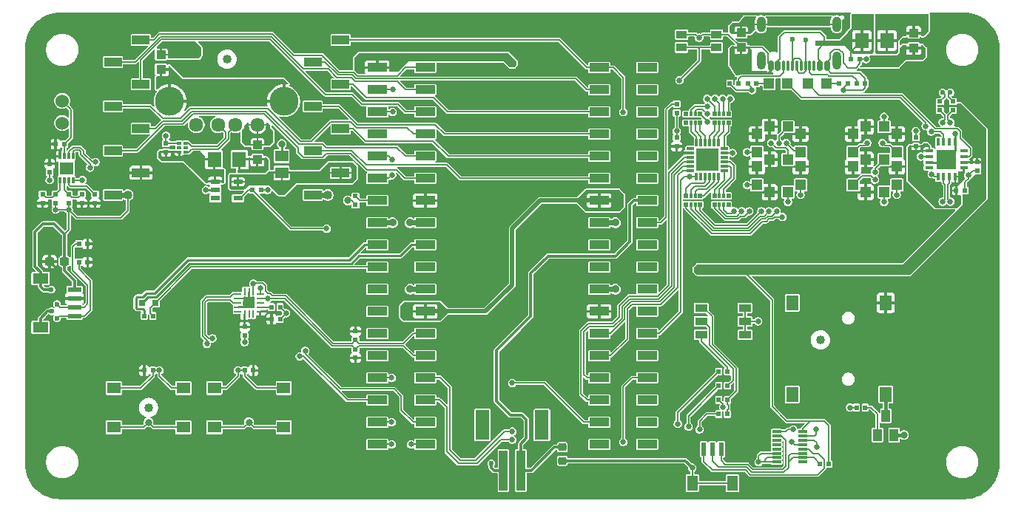
<source format=gbr>
%TF.GenerationSoftware,KiCad,Pcbnew,9.0.2*%
%TF.CreationDate,2025-06-01T02:46:11+05:30*%
%TF.ProjectId,TechLab,54656368-4c61-4622-9e6b-696361645f70,rev?*%
%TF.SameCoordinates,Original*%
%TF.FileFunction,Copper,L1,Top*%
%TF.FilePolarity,Positive*%
%FSLAX46Y46*%
G04 Gerber Fmt 4.6, Leading zero omitted, Abs format (unit mm)*
G04 Created by KiCad (PCBNEW 9.0.2) date 2025-06-01 02:46:11*
%MOMM*%
%LPD*%
G01*
G04 APERTURE LIST*
G04 Aperture macros list*
%AMRoundRect*
0 Rectangle with rounded corners*
0 $1 Rounding radius*
0 $2 $3 $4 $5 $6 $7 $8 $9 X,Y pos of 4 corners*
0 Add a 4 corners polygon primitive as box body*
4,1,4,$2,$3,$4,$5,$6,$7,$8,$9,$2,$3,0*
0 Add four circle primitives for the rounded corners*
1,1,$1+$1,$2,$3*
1,1,$1+$1,$4,$5*
1,1,$1+$1,$6,$7*
1,1,$1+$1,$8,$9*
0 Add four rect primitives between the rounded corners*
20,1,$1+$1,$2,$3,$4,$5,0*
20,1,$1+$1,$4,$5,$6,$7,0*
20,1,$1+$1,$6,$7,$8,$9,0*
20,1,$1+$1,$8,$9,$2,$3,0*%
G04 Aperture macros list end*
%TA.AperFunction,SMDPad,CuDef*%
%ADD10R,1.100000X1.000000*%
%TD*%
%TA.AperFunction,ComponentPad*%
%ADD11C,1.524000*%
%TD*%
%TA.AperFunction,SMDPad,CuDef*%
%ADD12R,1.200000X0.900000*%
%TD*%
%TA.AperFunction,SMDPad,CuDef*%
%ADD13R,0.813000X0.295000*%
%TD*%
%TA.AperFunction,SMDPad,CuDef*%
%ADD14R,0.295000X0.813000*%
%TD*%
%TA.AperFunction,SMDPad,CuDef*%
%ADD15R,0.600000X0.500000*%
%TD*%
%TA.AperFunction,SMDPad,CuDef*%
%ADD16R,2.000000X1.000000*%
%TD*%
%TA.AperFunction,SMDPad,CuDef*%
%ADD17R,1.600000X1.803000*%
%TD*%
%TA.AperFunction,SMDPad,CuDef*%
%ADD18R,1.200000X1.200000*%
%TD*%
%TA.AperFunction,SMDPad,CuDef*%
%ADD19R,1.550000X0.600000*%
%TD*%
%TA.AperFunction,SMDPad,CuDef*%
%ADD20R,1.800000X1.200000*%
%TD*%
%TA.AperFunction,SMDPad,CuDef*%
%ADD21R,0.500000X0.600000*%
%TD*%
%TA.AperFunction,SMDPad,CuDef*%
%ADD22R,0.950000X0.400000*%
%TD*%
%TA.AperFunction,SMDPad,CuDef*%
%ADD23R,0.400000X0.950000*%
%TD*%
%TA.AperFunction,SMDPad,CuDef*%
%ADD24R,2.300000X2.300000*%
%TD*%
%TA.AperFunction,SMDPad,CuDef*%
%ADD25RoundRect,0.049500X-0.475500X-0.100500X0.475500X-0.100500X0.475500X0.100500X-0.475500X0.100500X0*%
%TD*%
%TA.AperFunction,SMDPad,CuDef*%
%ADD26R,0.600000X1.550000*%
%TD*%
%TA.AperFunction,SMDPad,CuDef*%
%ADD27R,1.200000X1.800000*%
%TD*%
%TA.AperFunction,SMDPad,CuDef*%
%ADD28R,0.300000X0.680000*%
%TD*%
%TA.AperFunction,SMDPad,CuDef*%
%ADD29R,1.560000X1.450000*%
%TD*%
%TA.AperFunction,SMDPad,CuDef*%
%ADD30R,0.600000X0.550000*%
%TD*%
%TA.AperFunction,ComponentPad*%
%ADD31C,1.609600*%
%TD*%
%TA.AperFunction,ComponentPad*%
%ADD32C,3.316000*%
%TD*%
%TA.AperFunction,SMDPad,CuDef*%
%ADD33R,0.497840X0.500000*%
%TD*%
%TA.AperFunction,SMDPad,CuDef*%
%ADD34R,0.300000X0.500000*%
%TD*%
%TA.AperFunction,SMDPad,CuDef*%
%ADD35R,1.100000X0.600000*%
%TD*%
%TA.AperFunction,SMDPad,CuDef*%
%ADD36RoundRect,0.237500X-0.300000X-0.237500X0.300000X-0.237500X0.300000X0.237500X-0.300000X0.237500X0*%
%TD*%
%TA.AperFunction,SMDPad,CuDef*%
%ADD37R,1.550000X1.300000*%
%TD*%
%TA.AperFunction,SMDPad,CuDef*%
%ADD38R,1.500000X1.300000*%
%TD*%
%TA.AperFunction,SMDPad,CuDef*%
%ADD39R,0.520000X0.300000*%
%TD*%
%TA.AperFunction,SMDPad,CuDef*%
%ADD40R,0.490000X0.300000*%
%TD*%
%TA.AperFunction,SMDPad,CuDef*%
%ADD41R,1.000000X4.600000*%
%TD*%
%TA.AperFunction,SMDPad,CuDef*%
%ADD42R,1.600000X3.400000*%
%TD*%
%TA.AperFunction,SMDPad,CuDef*%
%ADD43R,0.800000X0.800000*%
%TD*%
%TA.AperFunction,SMDPad,CuDef*%
%ADD44R,1.000000X1.400000*%
%TD*%
%TA.AperFunction,SMDPad,CuDef*%
%ADD45R,2.200000X1.020000*%
%TD*%
%TA.AperFunction,SMDPad,CuDef*%
%ADD46R,2.200000X1.000000*%
%TD*%
%TA.AperFunction,SMDPad,CuDef*%
%ADD47R,1.400000X1.700000*%
%TD*%
%TA.AperFunction,SMDPad,CuDef*%
%ADD48RoundRect,0.508000X0.000010X-0.000010X0.000010X0.000010X-0.000010X0.000010X-0.000010X-0.000010X0*%
%TD*%
%TA.AperFunction,SMDPad,CuDef*%
%ADD49R,1.400000X0.900000*%
%TD*%
%TA.AperFunction,SMDPad,CuDef*%
%ADD50RoundRect,0.508000X-0.000010X-0.000010X0.000010X-0.000010X0.000010X0.000010X-0.000010X0.000010X0*%
%TD*%
%TA.AperFunction,SMDPad,CuDef*%
%ADD51RoundRect,0.150000X0.150000X0.425000X-0.150000X0.425000X-0.150000X-0.425000X0.150000X-0.425000X0*%
%TD*%
%TA.AperFunction,SMDPad,CuDef*%
%ADD52RoundRect,0.075000X0.075000X0.500000X-0.075000X0.500000X-0.075000X-0.500000X0.075000X-0.500000X0*%
%TD*%
%TA.AperFunction,HeatsinkPad*%
%ADD53O,1.000000X2.100000*%
%TD*%
%TA.AperFunction,HeatsinkPad*%
%ADD54O,1.000000X1.800000*%
%TD*%
%TA.AperFunction,SMDPad,CuDef*%
%ADD55RoundRect,0.225000X-0.250000X0.225000X-0.250000X-0.225000X0.250000X-0.225000X0.250000X0.225000X0*%
%TD*%
%TA.AperFunction,SMDPad,CuDef*%
%ADD56R,0.300000X0.850000*%
%TD*%
%TA.AperFunction,SMDPad,CuDef*%
%ADD57R,0.850000X0.300000*%
%TD*%
%TA.AperFunction,SMDPad,CuDef*%
%ADD58R,2.600000X2.600000*%
%TD*%
%TA.AperFunction,ViaPad*%
%ADD59C,0.914400*%
%TD*%
%TA.AperFunction,ViaPad*%
%ADD60C,0.660400*%
%TD*%
%TA.AperFunction,ViaPad*%
%ADD61C,1.041400*%
%TD*%
%TA.AperFunction,ViaPad*%
%ADD62C,1.016000*%
%TD*%
%TA.AperFunction,ViaPad*%
%ADD63C,0.812800*%
%TD*%
%TA.AperFunction,ViaPad*%
%ADD64C,0.600000*%
%TD*%
%TA.AperFunction,ViaPad*%
%ADD65C,0.787400*%
%TD*%
%TA.AperFunction,Conductor*%
%ADD66C,0.300000*%
%TD*%
%TA.AperFunction,Conductor*%
%ADD67C,0.152400*%
%TD*%
%TA.AperFunction,Conductor*%
%ADD68C,0.200000*%
%TD*%
%TA.AperFunction,Conductor*%
%ADD69C,0.254000*%
%TD*%
%TA.AperFunction,Conductor*%
%ADD70C,0.609600*%
%TD*%
%TA.AperFunction,Conductor*%
%ADD71C,0.406400*%
%TD*%
%TA.AperFunction,Conductor*%
%ADD72C,0.203200*%
%TD*%
%TA.AperFunction,Conductor*%
%ADD73C,0.508000*%
%TD*%
G04 APERTURE END LIST*
D10*
%TO.P,FB2,1,P$1*%
%TO.N,Net-(FB2-P$1)*%
X249938600Y-51841100D03*
%TO.P,FB2,2,P$2*%
%TO.N,VIN*%
X249938600Y-53541100D03*
%TD*%
D11*
%TO.P,JMP1,1,1*%
%TO.N,Net-(U1-WP)*%
X152501100Y-59608600D03*
%TO.P,JMP1,2,2*%
%TO.N,GND*%
X152501100Y-62148600D03*
%TD*%
D12*
%TO.P,RESET.BTN0,1,1*%
%TO.N,RESET#*%
X227376100Y-53503600D03*
%TO.P,RESET.BTN0,2,2*%
X223376100Y-53503600D03*
%TO.P,RESET.BTN0,3,3*%
%TO.N,GND*%
X227376100Y-52003600D03*
%TO.P,RESET.BTN0,4,4*%
X223376100Y-52003600D03*
%TD*%
D13*
%TO.P,U3,1,VDDIO*%
%TO.N,3.3V*%
X175151100Y-83753600D03*
%TO.P,U3,2,BYP*%
%TO.N,/Page1/ACC_BYP*%
X175151100Y-83253600D03*
%TO.P,U3,3,DNC*%
%TO.N,unconnected-(U3-DNC-Pad3)*%
X175151100Y-82753600D03*
%TO.P,U3,4,SCL*%
%TO.N,P1.28(I2C2.SCL)*%
X175151100Y-82253600D03*
%TO.P,U3,5,GND.1*%
%TO.N,GND*%
X175151100Y-81753600D03*
D14*
%TO.P,U3,6,SDA*%
%TO.N,P1.26(I2C2.SDA)*%
X174376100Y-81478600D03*
%TO.P,U3,7,SA0*%
%TO.N,GND*%
X173876100Y-81478600D03*
%TO.P,U3,8,NC.1*%
%TO.N,unconnected-(U3-NC.1-Pad8)*%
X173376100Y-81478600D03*
D13*
%TO.P,U3,9,INT2*%
%TO.N,P1.33{slash}PRU0.4(ACC.INT2)*%
X172601100Y-81753600D03*
%TO.P,U3,10,GND.2*%
%TO.N,GND*%
X172601100Y-82253600D03*
%TO.P,U3,11,INT1*%
%TO.N,P1.34{slash}GPIO26(ACC.INT1)*%
X172601100Y-82753600D03*
%TO.P,U3,12,GND.3*%
%TO.N,GND*%
X172601100Y-83253600D03*
%TO.P,U3,13,NC.2*%
%TO.N,unconnected-(U3-NC.2-Pad13)*%
X172601100Y-83753600D03*
D14*
%TO.P,U3,14,VDD*%
%TO.N,3.3V*%
X173376100Y-84028600D03*
%TO.P,U3,15,NC.3*%
%TO.N,unconnected-(U3-NC.3-Pad15)*%
X173876100Y-84028600D03*
%TO.P,U3,16,NC.4*%
%TO.N,unconnected-(U3-NC.4-Pad16)*%
X174376100Y-84028600D03*
%TD*%
D15*
%TO.P,R23,1,1*%
%TO.N,GND*%
X222813600Y-60990000D03*
%TO.P,R23,2,2*%
%TO.N,Net-(P2-Pin_16)*%
X222813600Y-59990000D03*
%TD*%
D16*
%TO.P,MKB-2,1,GND2*%
%TO.N,GND*%
X181184850Y-70393600D03*
%TO.P,MKB-2,2,5V*%
%TO.N,VOUT*%
X184364850Y-67853600D03*
%TO.P,MKB-2,3,SDA*%
%TO.N,P2.11{slash}I2C1.SDA(EXP1.11)*%
X181184850Y-65313600D03*
%TO.P,MKB-2,4,SCL*%
%TO.N,P2.9{slash}I2C1.SCL(EXP1.12)*%
X184364850Y-62773600D03*
%TO.P,MKB-2,5,TX*%
%TO.N,UART4.TX(EXP1.13)*%
X181184850Y-60233600D03*
%TO.P,MKB-2,6,RX*%
%TO.N,P2.5{slash}UART4.RX(EXP1.14)*%
X184364850Y-57693600D03*
%TO.P,MKB-2,7,INT*%
%TO.N,P2.3{slash}GPIO23(EXP1.15)*%
X181184850Y-55153600D03*
%TO.P,MKB-2,8,PWM*%
%TO.N,P2.1{slash}PWM1A(RGB.G{slash}EXP1.16)*%
X184364850Y-52613600D03*
%TD*%
D17*
%TO.P,F2,1,1*%
%TO.N,/Page2/VBUS*%
X244016600Y-52691100D03*
%TO.P,F2,2,2*%
%TO.N,Net-(FB2-P$1)*%
X246860600Y-52691100D03*
%TD*%
D18*
%TO.P,LD4,A,A*%
%TO.N,3.3V*%
X233451100Y-62566100D03*
%TO.P,LD4,K,K*%
%TO.N,/Page2/LDA1*%
X235551100Y-62566100D03*
%TD*%
%TO.P,LD14,A,A*%
%TO.N,3.3V*%
X248001100Y-63391100D03*
%TO.P,LD14,K,K*%
%TO.N,/Page2/LDB2*%
X248001100Y-65491100D03*
%TD*%
D19*
%TO.P,J1,1,1*%
%TO.N,GND*%
X153900000Y-81253600D03*
%TO.P,J1,2,2*%
%TO.N,3.3V*%
X153900000Y-82253600D03*
%TO.P,J1,3,3*%
%TO.N,P1.26(I2C2.SDA)*%
X153900000Y-83253600D03*
%TO.P,J1,4,4*%
%TO.N,P1.28(I2C2.SCL)*%
X153900000Y-84253600D03*
D20*
%TO.P,J1,S1,SHIELD*%
%TO.N,GND*%
X150025000Y-79953600D03*
%TO.P,J1,S2,SHIELD*%
X150025000Y-85553600D03*
%TD*%
D15*
%TO.P,R10,1,1*%
%TO.N,Net-(J2-D+-PadA6)*%
X252938600Y-59691100D03*
%TO.P,R10,2,2*%
%TO.N,Net-(U6-USB.D+)*%
X252938600Y-60691100D03*
%TD*%
D21*
%TO.P,R5,1,1*%
%TO.N,GND*%
X175251100Y-69816100D03*
%TO.P,R5,2,2*%
%TO.N,USB1.DRVVBUS*%
X174251100Y-69816100D03*
%TD*%
D22*
%TO.P,U6,1,VCCIO*%
%TO.N,/Page2/FTDI.3V3*%
X251713600Y-65341100D03*
%TO.P,U6,2,RXD*%
%TO.N,/Page2/U6.2{slash}RX(USB->SERIAL)*%
X251713600Y-65991100D03*
%TO.P,U6,3,GND@3*%
%TO.N,GND*%
X251713600Y-66641100D03*
%TO.P,U6,4,CTS#*%
%TO.N,unconnected-(U6-CTS#-Pad4)*%
X251713600Y-67291100D03*
D23*
%TO.P,U6,5,CBUS2*%
%TO.N,Net-(U6-CBUS2)*%
X252713600Y-68291100D03*
%TO.P,U6,6,USB.D+*%
%TO.N,Net-(U6-USB.D+)*%
X253363600Y-68291100D03*
%TO.P,U6,7,USB.D-*%
%TO.N,Net-(U6-USB.D-)*%
X254013600Y-68291100D03*
%TO.P,U6,8,3V3OUT*%
%TO.N,/Page2/FTDI.3V3*%
X254663600Y-68291100D03*
D22*
%TO.P,U6,9,RESET#*%
X255663600Y-67291100D03*
%TO.P,U6,10,VCC*%
%TO.N,VOUT*%
X255663600Y-66641100D03*
%TO.P,U6,11,CBUS1*%
%TO.N,Net-(U6-CBUS1)*%
X255663600Y-65991100D03*
%TO.P,U6,12,CBUS0*%
%TO.N,unconnected-(U6-CBUS0-Pad12)*%
X255663600Y-65341100D03*
D23*
%TO.P,U6,13,GND@13*%
%TO.N,GND*%
X254663600Y-64341100D03*
%TO.P,U6,14,CBUS3*%
%TO.N,unconnected-(U6-CBUS3-Pad14)*%
X254013600Y-64341100D03*
%TO.P,U6,15,TXD*%
%TO.N,/Page2/U6.15{slash}TX(USB->SERIAL)*%
X253363600Y-64341100D03*
%TO.P,U6,16,RTS#*%
%TO.N,unconnected-(U6-RTS#-Pad16)*%
X252713600Y-64341100D03*
D24*
%TO.P,U6,17,GND@17*%
%TO.N,GND*%
X253688600Y-66316100D03*
%TD*%
D25*
%TO.P,U7,1,2Y1*%
%TO.N,P1.30{slash}UART0.TX(USB->SERIAL)*%
X234250000Y-97500000D03*
%TO.P,U7,2,2Y0*%
%TO.N,/Page2/JST-TX*%
X234250000Y-98000000D03*
%TO.P,U7,3,3Y1*%
%TO.N,unconnected-(U7-3Y1-Pad3)*%
X234250000Y-98500000D03*
%TO.P,U7,4,3-COM*%
%TO.N,unconnected-(U7-3-COM-Pad4)*%
X234250000Y-99000000D03*
%TO.P,U7,5,3Y0*%
%TO.N,unconnected-(U7-3Y0-Pad5)*%
X234250000Y-99500000D03*
%TO.P,U7,6,INH*%
%TO.N,GND*%
X234250000Y-100000000D03*
%TO.P,U7,7,GND*%
X234250000Y-100500000D03*
%TO.P,U7,8,GND*%
X234250000Y-101000000D03*
%TO.P,U7,9,C*%
%TO.N,unconnected-(U7-C-Pad9)*%
X237250000Y-101000000D03*
%TO.P,U7,10,B*%
%TO.N,/Page2/JST-GND*%
X237250000Y-100500000D03*
%TO.P,U7,11,A*%
X237250000Y-100000000D03*
%TO.P,U7,12,1Y0*%
%TO.N,/Page2/JST-RX*%
X237250000Y-99500000D03*
%TO.P,U7,13,1Y1*%
%TO.N,P1.32{slash}UART0.RX(USB->SERIAL)*%
X237250000Y-99000000D03*
%TO.P,U7,14,1-COM*%
%TO.N,/Page2/U6.15{slash}TX(USB->SERIAL)*%
X237250000Y-98500000D03*
%TO.P,U7,15,2-COM*%
%TO.N,/Page2/U6.2{slash}RX(USB->SERIAL)*%
X237250000Y-98000000D03*
%TO.P,U7,16,VCC*%
%TO.N,VOUT*%
X237250000Y-97500000D03*
%TD*%
D18*
%TO.P,TX0,A,A*%
%TO.N,Net-(U6-CBUS2)*%
X235488600Y-57628600D03*
%TO.P,TX0,K,K*%
%TO.N,Net-(R22-Pad1)*%
X233388600Y-57628600D03*
%TD*%
%TO.P,LD10,A,A*%
%TO.N,3.3V*%
X243001100Y-67141100D03*
%TO.P,LD10,K,K*%
%TO.N,/Page2/LDE2*%
X243001100Y-69241100D03*
%TD*%
D26*
%TO.P,DBG0,1,1*%
%TO.N,/Page2/JST-RX*%
X225900000Y-99550000D03*
%TO.P,DBG0,2,2*%
%TO.N,/Page2/JST-GND*%
X226900000Y-99550000D03*
%TO.P,DBG0,3,3*%
%TO.N,/Page2/JST-TX*%
X227900000Y-99550000D03*
D27*
%TO.P,DBG0,S1,SHIELD*%
%TO.N,GND*%
X224600000Y-103425000D03*
%TO.P,DBG0,S2,SHIELD*%
X229200000Y-103425000D03*
%TD*%
D21*
%TO.P,R11,1,1*%
%TO.N,Net-(U1-WP)*%
X152751100Y-64566100D03*
%TO.P,R11,2,2*%
%TO.N,3.3V*%
X151751100Y-64566100D03*
%TD*%
D28*
%TO.P,U1,1,A0*%
%TO.N,/Page1/EEP_A0*%
X152251100Y-68676100D03*
%TO.P,U1,2,A1*%
%TO.N,/Page1/EEP_A1*%
X152751100Y-68676100D03*
%TO.P,U1,3,A2*%
%TO.N,Net-(U1-A2)*%
X153251100Y-68676100D03*
%TO.P,U1,4,VSS*%
%TO.N,GND*%
X153751100Y-68676100D03*
%TO.P,U1,5,SDA*%
%TO.N,P1.26(I2C2.SDA)*%
X153751100Y-65956100D03*
%TO.P,U1,6,SCL*%
%TO.N,P1.28(I2C2.SCL)*%
X153251100Y-65956100D03*
%TO.P,U1,7,WP*%
%TO.N,Net-(U1-WP)*%
X152751100Y-65956100D03*
%TO.P,U1,8,VCC*%
%TO.N,3.3V*%
X152251100Y-65956100D03*
D29*
%TO.P,U1,P$1,P$1*%
%TO.N,unconnected-(U1-PadP$1)*%
X153001100Y-67316100D03*
%TD*%
D30*
%TO.P,SJ2,1,1*%
%TO.N,GND*%
X153251100Y-71291100D03*
%TO.P,SJ2,2,2*%
%TO.N,/Page1/EEP_A1*%
X153251100Y-70341100D03*
%TD*%
D31*
%TO.P,X1,1,VBUS*%
%TO.N,/Page1/USB.HOST.VOUT*%
X174844850Y-62368600D03*
%TO.P,X1,2,D-*%
%TO.N,USB1.D-*%
X172344850Y-62368600D03*
%TO.P,X1,3,D+*%
%TO.N,USB1.D+*%
X170344850Y-62368600D03*
%TO.P,X1,4,GND*%
%TO.N,GND*%
X167844850Y-62368600D03*
D32*
%TO.P,X1,C1,CG@6*%
%TO.N,CGND*%
X177914850Y-59658500D03*
%TO.P,X1,C2,CG@5*%
X164774850Y-59658500D03*
%TD*%
D18*
%TO.P,LD15,A,A*%
%TO.N,3.3V*%
X248001100Y-67141100D03*
%TO.P,LD15,K,K*%
%TO.N,/Page2/LDC2*%
X248001100Y-69241100D03*
%TD*%
D33*
%TO.P,RN4,1,1*%
%TO.N,/Page2/LDE1*%
X227137519Y-71503600D03*
D34*
%TO.P,RN4,2,2*%
%TO.N,/Page2/LDF1*%
X227688600Y-71503600D03*
%TO.P,RN4,3,3*%
%TO.N,/Page2/LDG1*%
X228188600Y-71503600D03*
D33*
%TO.P,RN4,4,4*%
%TO.N,unconnected-(RN4-Pad4)*%
X228739681Y-71503600D03*
%TO.P,RN4,5,5*%
%TO.N,unconnected-(RN4-Pad5)*%
X228739681Y-70503600D03*
D34*
%TO.P,RN4,6,6*%
%TO.N,Net-(U5-GPA6)*%
X228188600Y-70503600D03*
%TO.P,RN4,7,7*%
%TO.N,Net-(U5-GPA5)*%
X227688600Y-70503600D03*
D33*
%TO.P,RN4,8,8*%
%TO.N,Net-(U5-GPA4)*%
X227137519Y-70503600D03*
%TD*%
D21*
%TO.P,R24,1,1*%
%TO.N,P1.26(I2C2.SDA)*%
X154400000Y-76000000D03*
%TO.P,R24,2,2*%
%TO.N,3.3V*%
X155400000Y-76000000D03*
%TD*%
D35*
%TO.P,U4,1,OUT*%
%TO.N,USB1.VBUS*%
X170013600Y-68866100D03*
%TO.P,U4,2,GND*%
%TO.N,GND*%
X170013600Y-69816100D03*
%TO.P,U4,3,FLT#*%
%TO.N,unconnected-(U4-FLT#-Pad3)*%
X170013600Y-70766100D03*
%TO.P,U4,4,EN/EN#*%
%TO.N,USB1.DRVVBUS*%
X172613600Y-70766100D03*
%TO.P,U4,5,IN*%
%TO.N,VOUT*%
X172613600Y-68866100D03*
%TD*%
D18*
%TO.P,LD9,A,A*%
%TO.N,3.3V*%
X243001100Y-63391100D03*
%TO.P,LD9,K,K*%
%TO.N,/Page2/LDF2*%
X243001100Y-65491100D03*
%TD*%
D10*
%TO.P,FB3,1,P$1*%
%TO.N,/Page1/USB.HOST.VOUT*%
X174844850Y-64622350D03*
%TO.P,FB3,2,P$2*%
%TO.N,Net-(FB3-P$2)*%
X174844850Y-66322350D03*
%TD*%
D36*
%TO.P,C65,1*%
%TO.N,3.3V*%
X151037500Y-78000000D03*
%TO.P,C65,2*%
%TO.N,GND*%
X152762500Y-78000000D03*
%TD*%
D21*
%TO.P,R20,1,1*%
%TO.N,Net-(J2-CC2)*%
X229900000Y-57628600D03*
%TO.P,R20,2,2*%
%TO.N,GND*%
X228900000Y-57628600D03*
%TD*%
D37*
%TO.P,L.BTN0,1,1*%
%TO.N,P2.33{slash}GPIO45(L.BTN)*%
X158401100Y-92503600D03*
%TO.P,L.BTN0,2,2*%
X166351100Y-92503600D03*
%TO.P,L.BTN0,3,3*%
%TO.N,GND*%
X158401100Y-97003600D03*
%TO.P,L.BTN0,4,4*%
X166351100Y-97003600D03*
%TD*%
D18*
%TO.P,LD8,A,A*%
%TO.N,3.3V*%
X237001100Y-67141100D03*
%TO.P,LD8,K,K*%
%TO.N,/Page2/LDC1*%
X237001100Y-69241100D03*
%TD*%
D15*
%TO.P,R8,1,1*%
%TO.N,GND*%
X186063600Y-71528600D03*
%TO.P,R8,2,2*%
%TO.N,/Page1/USB1.ID*%
X186063600Y-70528600D03*
%TD*%
D18*
%TO.P,LD11,A,A*%
%TO.N,3.3V*%
X244451100Y-62566100D03*
%TO.P,LD11,K,K*%
%TO.N,/Page2/LDA2*%
X246551100Y-62566100D03*
%TD*%
D38*
%TO.P,C7,1,1*%
%TO.N,VOUT*%
X177626100Y-67828600D03*
%TO.P,C7,2,2*%
%TO.N,GND*%
X177626100Y-65928600D03*
%TD*%
D21*
%TO.P,C4,1,1*%
%TO.N,3.3V*%
X176438600Y-84628600D03*
%TO.P,C4,2,2*%
%TO.N,GND*%
X177438600Y-84628600D03*
%TD*%
D39*
%TO.P,U2,1,D+*%
%TO.N,USB1.D-*%
X166631100Y-65472350D03*
D40*
%TO.P,U2,2,D-*%
%TO.N,unconnected-(U2-D--Pad2)*%
X166626100Y-64972350D03*
%TO.P,U2,3,ID*%
%TO.N,USB1.D+*%
X166626100Y-64472350D03*
%TO.P,U2,4,GND*%
%TO.N,GND*%
X165876100Y-64472350D03*
%TO.P,U2,5,NC*%
%TO.N,unconnected-(U2-NC-Pad5)*%
X165876100Y-64972350D03*
%TO.P,U2,6,VBUS*%
%TO.N,USB1.VBUS*%
X165876100Y-65472350D03*
%TD*%
D15*
%TO.P,C10,1,1*%
%TO.N,/Page2/FTDI.3V3*%
X250188600Y-64816100D03*
%TO.P,C10,2,2*%
%TO.N,GND*%
X250188600Y-63816100D03*
%TD*%
D41*
%TO.P,J4,1,Pin_1*%
%TO.N,GND*%
X202980000Y-101960000D03*
%TO.P,J4,2,Pin_2*%
%TO.N,+BATT*%
X204980000Y-101960000D03*
D42*
%TO.P,J4,NC1*%
%TO.N,N/C*%
X200580000Y-96760000D03*
%TO.P,J4,NC2*%
X207380000Y-96760000D03*
%TD*%
D43*
%TO.P,T2,1,C*%
%TO.N,ADC+*%
X161626100Y-82753600D03*
%TO.P,T2,2,E*%
%TO.N,P1.19{slash}AIN0(1.8V)(LIGHT.SENSOR)*%
X163126100Y-82753600D03*
%TD*%
D17*
%TO.P,F1,1,1*%
%TO.N,Net-(FB3-P$2)*%
X172766850Y-66316100D03*
%TO.P,F1,2,2*%
%TO.N,USB1.VBUS*%
X169922850Y-66316100D03*
%TD*%
D33*
%TO.P,RN3,1,1*%
%TO.N,/Page2/LDA1*%
X223887519Y-71503600D03*
D34*
%TO.P,RN3,2,2*%
%TO.N,/Page2/LDB1*%
X224438600Y-71503600D03*
%TO.P,RN3,3,3*%
%TO.N,/Page2/LDC1*%
X224938600Y-71503600D03*
D33*
%TO.P,RN3,4,4*%
%TO.N,/Page2/LDD1*%
X225489681Y-71503600D03*
%TO.P,RN3,5,5*%
%TO.N,Net-(U5-GPA3)*%
X225489681Y-70503600D03*
D34*
%TO.P,RN3,6,6*%
%TO.N,Net-(U5-GPA2)*%
X224938600Y-70503600D03*
%TO.P,RN3,7,7*%
%TO.N,Net-(U5-GPA1)*%
X224438600Y-70503600D03*
D33*
%TO.P,RN3,8,8*%
%TO.N,Net-(U5-GPA0)*%
X223887519Y-70503600D03*
%TD*%
D18*
%TO.P,LD3,A,A*%
%TO.N,3.3V*%
X232001100Y-67141100D03*
%TO.P,LD3,K,K*%
%TO.N,/Page2/LDE1*%
X232001100Y-69241100D03*
%TD*%
%TO.P,LD5,A,A*%
%TO.N,3.3V*%
X233451100Y-66316100D03*
%TO.P,LD5,K,K*%
%TO.N,/Page2/LDG1*%
X235551100Y-66316100D03*
%TD*%
D15*
%TO.P,R12,1,1*%
%TO.N,3.3V*%
X150251100Y-71316100D03*
%TO.P,R12,2,2*%
%TO.N,/Page1/EEP_A0*%
X150251100Y-70316100D03*
%TD*%
D21*
%TO.P,R7,1,1*%
%TO.N,P1.35{slash}PRU1.10(RGB.G.ALT)*%
X227626100Y-95503600D03*
%TO.P,R7,2,2*%
%TO.N,Net-(LD1-Pad3(+))*%
X228626100Y-95503600D03*
%TD*%
D18*
%TO.P,LD6,A,A*%
%TO.N,3.3V*%
X233451100Y-70066100D03*
%TO.P,LD6,K,K*%
%TO.N,/Page2/LDD1*%
X235551100Y-70066100D03*
%TD*%
D21*
%TO.P,R4,1,1*%
%TO.N,P2.30{slash}PRU0.3(BUZZER)*%
X243400000Y-94750000D03*
%TO.P,R4,2,2*%
%TO.N,Net-(T1-B)*%
X244400000Y-94750000D03*
%TD*%
D15*
%TO.P,R15,1,1*%
%TO.N,P1.28(I2C2.SCL)*%
X186063600Y-88058600D03*
%TO.P,R15,2,2*%
%TO.N,3.3V*%
X186063600Y-89058600D03*
%TD*%
D37*
%TO.P,R.BTN0,1,1*%
%TO.N,P1.29{slash}PRU0.7(R.BTN)*%
X169901100Y-92503600D03*
%TO.P,R.BTN0,2,2*%
X177851100Y-92503600D03*
%TO.P,R.BTN0,3,3*%
%TO.N,GND*%
X169901100Y-97003600D03*
%TO.P,R.BTN0,4,4*%
X177851100Y-97003600D03*
%TD*%
D44*
%TO.P,T1,1,B*%
%TO.N,Net-(T1-B)*%
X245800000Y-97900000D03*
%TO.P,T1,2,E*%
%TO.N,GND*%
X247700000Y-97900000D03*
%TO.P,T1,3,C*%
%TO.N,Net-(T1-C)*%
X246750000Y-95700000D03*
%TD*%
D45*
%TO.P,P1,1,Pin_1*%
%TO.N,VIN*%
X188551100Y-55788600D03*
D46*
%TO.P,P1,2,Pin_2*%
%TO.N,P1.2{slash}AIN6{slash}GPIO87(EXP1.1)*%
X194041100Y-55788600D03*
D45*
%TO.P,P1,3,Pin_3*%
%TO.N,USB1.DRVVBUS*%
X188551100Y-58328600D03*
D46*
%TO.P,P1,4,Pin_4*%
%TO.N,P1.4{slash}GPIO89(EXP1.2)*%
X194041100Y-58328600D03*
D45*
%TO.P,P1,5,Pin_5*%
%TO.N,USB1.VBUS*%
X188551100Y-60868600D03*
D46*
%TO.P,P1,6,Pin_6*%
%TO.N,P1.6{slash}SPI0.CS(EXP1.3)*%
X194041100Y-60868600D03*
D45*
%TO.P,P1,7,Pin_7*%
%TO.N,unconnected-(P1-Pin_7-Pad7)*%
X188551100Y-63408600D03*
D46*
%TO.P,P1,8,Pin_8*%
%TO.N,P1.8{slash}SPI0.CLK(EXP1.4)*%
X194041100Y-63408600D03*
D45*
%TO.P,P1,9,Pin_9*%
%TO.N,USB1.D-*%
X188551100Y-65948600D03*
D46*
%TO.P,P1,10,Pin_10*%
%TO.N,P1.10{slash}SPI0.MISO(EXP1.5)*%
X194041100Y-65948600D03*
D45*
%TO.P,P1,11,Pin_11*%
%TO.N,USB1.D+*%
X188551100Y-68488600D03*
D46*
%TO.P,P1,12,Pin_12*%
%TO.N,P1.12{slash}SPI0.MOSI(EXP1.6)*%
X194041100Y-68488600D03*
D45*
%TO.P,P1,13,Pin_13*%
%TO.N,/Page1/USB1.ID*%
X188551100Y-71028600D03*
D46*
%TO.P,P1,14,Pin_14*%
%TO.N,3.3V*%
X194041100Y-71028600D03*
D45*
%TO.P,P1,15,Pin_15*%
%TO.N,GND*%
X188551100Y-73568600D03*
D46*
%TO.P,P1,16,Pin_16*%
X194041100Y-73568600D03*
D45*
%TO.P,P1,17,Pin_17*%
%TO.N,ADC-*%
X188551100Y-76108600D03*
D46*
%TO.P,P1,18,Pin_18*%
%TO.N,ADC+*%
X194041100Y-76108600D03*
D45*
%TO.P,P1,19,Pin_19*%
%TO.N,P1.19{slash}AIN0(1.8V)(LIGHT.SENSOR)*%
X188551100Y-78648600D03*
D46*
%TO.P,P1,20,Pin_20*%
%TO.N,unconnected-(P1-Pin_20-Pad20)*%
X194041100Y-78648600D03*
D45*
%TO.P,P1,21,Pin_21*%
%TO.N,unconnected-(P1-Pin_21-Pad21)*%
X188551100Y-81188600D03*
D46*
%TO.P,P1,22,Pin_22*%
%TO.N,GND*%
X194041100Y-81188600D03*
D45*
%TO.P,P1,23,Pin_23*%
%TO.N,unconnected-(P1-Pin_23-Pad23)*%
X188551100Y-83728600D03*
D46*
%TO.P,P1,24,Pin_24*%
%TO.N,VOUT*%
X194041100Y-83728600D03*
D45*
%TO.P,P1,25,Pin_25*%
%TO.N,unconnected-(P1-Pin_25-Pad25)*%
X188551100Y-86268600D03*
D46*
%TO.P,P1,26,Pin_26*%
%TO.N,P1.26(I2C2.SDA)*%
X194041100Y-86268600D03*
D45*
%TO.P,P1,27,Pin_27*%
%TO.N,unconnected-(P1-Pin_27-Pad27)*%
X188551100Y-88808600D03*
D46*
%TO.P,P1,28,Pin_28*%
%TO.N,P1.28(I2C2.SCL)*%
X194041100Y-88808600D03*
D45*
%TO.P,P1,29,Pin_29*%
%TO.N,P1.29{slash}PRU0.7(R.BTN)*%
X188551100Y-91348600D03*
D46*
%TO.P,P1,30,Pin_30*%
%TO.N,P1.30{slash}UART0.TX(USB->SERIAL)*%
X194041100Y-91348600D03*
D45*
%TO.P,P1,31,Pin_31*%
%TO.N,P1.33{slash}PRU0.4(ACC.INT2)*%
X188551100Y-93888600D03*
D46*
%TO.P,P1,32,Pin_32*%
%TO.N,P1.32{slash}UART0.RX(USB->SERIAL)*%
X194041100Y-93888600D03*
D45*
%TO.P,P1,33,Pin_33*%
%TO.N,P1.33{slash}PRU0.1(RGB.R)*%
X188551100Y-96428600D03*
D46*
%TO.P,P1,34,Pin_34*%
%TO.N,P1.34{slash}GPIO26(ACC.INT1)*%
X194041100Y-96428600D03*
D45*
%TO.P,P1,35,Pin_35*%
%TO.N,P1.35{slash}PRU1.10(RGB.G.ALT)*%
X188551100Y-98968600D03*
D46*
%TO.P,P1,36,Pin_36*%
%TO.N,P1.36{slash}PWM0A(RGB.B)*%
X194041100Y-98968600D03*
%TD*%
D15*
%TO.P,R13,1,1*%
%TO.N,3.3V*%
X154751100Y-71316100D03*
%TO.P,R13,2,2*%
%TO.N,/Page1/EEP_A1*%
X154751100Y-70316100D03*
%TD*%
D33*
%TO.P,RN2,1,1*%
%TO.N,/Page2/LDE2*%
X225489681Y-61128600D03*
D34*
%TO.P,RN2,2,2*%
%TO.N,/Page2/LDF2*%
X224938600Y-61128600D03*
%TO.P,RN2,3,3*%
%TO.N,/Page2/LDG2*%
X224438600Y-61128600D03*
D33*
%TO.P,RN2,4,4*%
%TO.N,unconnected-(RN2-Pad4)*%
X223887519Y-61128600D03*
%TO.P,RN2,5,5*%
%TO.N,unconnected-(RN2-Pad5)*%
X223887519Y-62128600D03*
D34*
%TO.P,RN2,6,6*%
%TO.N,Net-(U5-GPB6)*%
X224438600Y-62128600D03*
%TO.P,RN2,7,7*%
%TO.N,Net-(U5-GPB5)*%
X224938600Y-62128600D03*
D33*
%TO.P,RN2,8,8*%
%TO.N,Net-(U5-GPB4)*%
X225489681Y-62128600D03*
%TD*%
D47*
%TO.P,BUZZER0,+,+*%
%TO.N,3.3V*%
X246751100Y-82753600D03*
%TO.P,BUZZER0,-,-*%
%TO.N,Net-(T1-C)*%
X246751100Y-93253600D03*
%TO.P,BUZZER0,NC1,NC1*%
%TO.N,unconnected-(BUZZER0-PadNC1)*%
X236051100Y-82753600D03*
%TO.P,BUZZER0,NC2,NC2*%
%TO.N,unconnected-(BUZZER0-PadNC2)*%
X236051100Y-93253600D03*
%TD*%
D21*
%TO.P,R19,1,1*%
%TO.N,Net-(J2-CC1)*%
X243400000Y-57600000D03*
%TO.P,R19,2,2*%
%TO.N,GND*%
X244400000Y-57600000D03*
%TD*%
D15*
%TO.P,C3,1,1*%
%TO.N,3.3V*%
X151063600Y-66816100D03*
%TO.P,C3,2,2*%
%TO.N,GND*%
X151063600Y-67816100D03*
%TD*%
D21*
%TO.P,C9,1,1*%
%TO.N,/Page2/FTDI.3V3*%
X254813600Y-69878600D03*
%TO.P,C9,2,2*%
%TO.N,GND*%
X255813600Y-69878600D03*
%TD*%
D48*
%TO.P,FUD1,P$1,P$1*%
%TO.N,unconnected-(FUD1-PadP$1)*%
X162376100Y-94753600D03*
%TD*%
D15*
%TO.P,R16,1,1*%
%TO.N,P1.26(I2C2.SDA)*%
X186063600Y-87018600D03*
%TO.P,R16,2,2*%
%TO.N,3.3V*%
X186063600Y-86018600D03*
%TD*%
D16*
%TO.P,MKB-1,1,AN*%
%TO.N,P1.2{slash}AIN6{slash}GPIO87(EXP1.1)*%
X161504850Y-52613600D03*
%TO.P,MKB-1,2,RST*%
%TO.N,P1.4{slash}GPIO89(EXP1.2)*%
X158324850Y-55153600D03*
%TO.P,MKB-1,3,CS*%
%TO.N,P1.6{slash}SPI0.CS(EXP1.3)*%
X161504850Y-57693600D03*
%TO.P,MKB-1,4,SCK*%
%TO.N,P1.8{slash}SPI0.CLK(EXP1.4)*%
X158324850Y-60233600D03*
%TO.P,MKB-1,5,MISO*%
%TO.N,P1.10{slash}SPI0.MISO(EXP1.5)*%
X161504850Y-62773600D03*
%TO.P,MKB-1,6,MOSI*%
%TO.N,P1.12{slash}SPI0.MOSI(EXP1.6)*%
X158324850Y-65313600D03*
%TO.P,MKB-1,7,3V3*%
%TO.N,3.3V*%
X161504850Y-67853600D03*
%TO.P,MKB-1,8,GND*%
%TO.N,GND*%
X158324850Y-70393600D03*
%TD*%
D45*
%TO.P,P2,1,Pin_1*%
%TO.N,P2.1{slash}PWM1A(RGB.G{slash}EXP1.16)*%
X213951100Y-55788600D03*
D46*
%TO.P,P2,2,Pin_2*%
%TO.N,unconnected-(P2-Pin_2-Pad2)*%
X219441100Y-55788600D03*
D45*
%TO.P,P2,3,Pin_3*%
%TO.N,P2.3{slash}GPIO23(EXP1.15)*%
X213951100Y-58328600D03*
D46*
%TO.P,P2,4,Pin_4*%
%TO.N,unconnected-(P2-Pin_4-Pad4)*%
X219441100Y-58328600D03*
D45*
%TO.P,P2,5,Pin_5*%
%TO.N,P2.5{slash}UART4.RX(EXP1.14)*%
X213951100Y-60868600D03*
D46*
%TO.P,P2,6,Pin_6*%
%TO.N,unconnected-(P2-Pin_6-Pad6)*%
X219441100Y-60868600D03*
D45*
%TO.P,P2,7,Pin_7*%
%TO.N,UART4.TX(EXP1.13)*%
X213951100Y-63408600D03*
D46*
%TO.P,P2,8,Pin_8*%
%TO.N,unconnected-(P2-Pin_8-Pad8)*%
X219441100Y-63408600D03*
D45*
%TO.P,P2,9,Pin_9*%
%TO.N,P2.9{slash}I2C1.SCL(EXP1.12)*%
X213951100Y-65948600D03*
D46*
%TO.P,P2,10,Pin_10*%
%TO.N,unconnected-(P2-Pin_10-Pad10)*%
X219441100Y-65948600D03*
D45*
%TO.P,P2,11,Pin_11*%
%TO.N,P2.11{slash}I2C1.SDA(EXP1.11)*%
X213951100Y-68488600D03*
D46*
%TO.P,P2,12,Pin_12*%
%TO.N,unconnected-(P2-Pin_12-Pad12)*%
X219441100Y-68488600D03*
D45*
%TO.P,P2,13,Pin_13*%
%TO.N,VOUT*%
X213951100Y-71028600D03*
D46*
%TO.P,P2,14,Pin_14*%
%TO.N,+BATT*%
X219441100Y-71028600D03*
D45*
%TO.P,P2,15,Pin_15*%
%TO.N,GND*%
X213951100Y-73568600D03*
D46*
%TO.P,P2,16,Pin_16*%
%TO.N,Net-(P2-Pin_16)*%
X219441100Y-73568600D03*
D45*
%TO.P,P2,17,Pin_17*%
%TO.N,unconnected-(P2-Pin_17-Pad17)*%
X213951100Y-76108600D03*
D46*
%TO.P,P2,18,Pin_18*%
%TO.N,unconnected-(P2-Pin_18-Pad18)*%
X219441100Y-76108600D03*
D45*
%TO.P,P2,19,Pin_19*%
%TO.N,unconnected-(P2-Pin_19-Pad19)*%
X213951100Y-78648600D03*
D46*
%TO.P,P2,20,Pin_20*%
%TO.N,unconnected-(P2-Pin_20-Pad20)*%
X219441100Y-78648600D03*
D45*
%TO.P,P2,21,Pin_21*%
%TO.N,GND*%
X213951100Y-81188600D03*
D46*
%TO.P,P2,22,Pin_22*%
%TO.N,unconnected-(P2-Pin_22-Pad22)*%
X219441100Y-81188600D03*
D45*
%TO.P,P2,23,Pin_23*%
%TO.N,3.3V*%
X213951100Y-83728600D03*
D46*
%TO.P,P2,24,Pin_24*%
%TO.N,unconnected-(P2-Pin_24-Pad24)*%
X219441100Y-83728600D03*
D45*
%TO.P,P2,25,Pin_25*%
%TO.N,P2.25{slash}SPI1.MOSI(7SEG)*%
X213951100Y-86268600D03*
D46*
%TO.P,P2,26,Pin_26*%
%TO.N,RESET#*%
X219441100Y-86268600D03*
D45*
%TO.P,P2,27,Pin_27*%
%TO.N,P2.27{slash}SPI1.MISO(7SEG)*%
X213951100Y-88808600D03*
D46*
%TO.P,P2,28,Pin_28*%
%TO.N,unconnected-(P2-Pin_28-Pad28)*%
X219441100Y-88808600D03*
D45*
%TO.P,P2,29,Pin_29*%
%TO.N,P2.29{slash}SPI1.CLK(7SEG)*%
X213951100Y-91348600D03*
D46*
%TO.P,P2,30,Pin_30*%
%TO.N,P2.30{slash}PRU0.3(BUZZER)*%
X219441100Y-91348600D03*
D45*
%TO.P,P2,31,Pin_31*%
%TO.N,P2.31{slash}SPI1.CS(7SEG)*%
X213951100Y-93888600D03*
D46*
%TO.P,P2,32,Pin_32*%
%TO.N,unconnected-(P2-Pin_32-Pad32)*%
X219441100Y-93888600D03*
D45*
%TO.P,P2,33,Pin_33*%
%TO.N,P2.33{slash}GPIO45(L.BTN)*%
X213951100Y-96428600D03*
D46*
%TO.P,P2,34,Pin_34*%
%TO.N,unconnected-(P2-Pin_34-Pad34)*%
X219441100Y-96428600D03*
D45*
%TO.P,P2,35,Pin_35*%
%TO.N,unconnected-(P2-Pin_35-Pad35)*%
X213951100Y-98968600D03*
D46*
%TO.P,P2,36,Pin_36*%
%TO.N,unconnected-(P2-Pin_36-Pad36)*%
X219441100Y-98968600D03*
%TD*%
D21*
%TO.P,C11,1,1*%
%TO.N,/Page2/VBUS*%
X242751100Y-54816100D03*
%TO.P,C11,2,2*%
%TO.N,GND*%
X243751100Y-54816100D03*
%TD*%
D15*
%TO.P,C6,1,1*%
%TO.N,3.3V*%
X173376100Y-85503600D03*
%TO.P,C6,2,2*%
%TO.N,GND*%
X173376100Y-86503600D03*
%TD*%
D49*
%TO.P,LD1,1(+),1(+)*%
%TO.N,Net-(LD1-Pad1(+))*%
X225626100Y-86428600D03*
%TO.P,LD1,2(+),2(+)*%
%TO.N,Net-(LD1-Pad2(+))*%
X225626100Y-84878600D03*
%TO.P,LD1,3(+),3(+)*%
%TO.N,Net-(LD1-Pad3(+))*%
X225626100Y-83328600D03*
%TO.P,LD1,4(-),4(-)*%
%TO.N,GND*%
X230626100Y-83328600D03*
%TO.P,LD1,5(-),5(-)*%
X230626100Y-84878600D03*
%TO.P,LD1,6(-),6(-)*%
X230626100Y-86428600D03*
%TD*%
D21*
%TO.P,C5,1,1*%
%TO.N,/Page1/ACC_BYP*%
X176438600Y-83253600D03*
%TO.P,C5,2,2*%
%TO.N,GND*%
X177438600Y-83253600D03*
%TD*%
%TO.P,R17,1,1*%
%TO.N,P2.33{slash}GPIO45(L.BTN)*%
X162876100Y-90503600D03*
%TO.P,R17,2,2*%
%TO.N,3.3V*%
X161876100Y-90503600D03*
%TD*%
D50*
%TO.P,FUD2,P$1,P$1*%
%TO.N,unconnected-(FUD2-PadP$1)*%
X171344850Y-54816100D03*
%TD*%
D21*
%TO.P,R3,1,1*%
%TO.N,P1.36{slash}PWM0A(RGB.B)*%
X227626100Y-90628600D03*
%TO.P,R3,2,2*%
%TO.N,Net-(LD1-Pad1(+))*%
X228626100Y-90628600D03*
%TD*%
%TO.P,R26,1,1*%
%TO.N,P1.28(I2C2.SCL)*%
X154400000Y-78100000D03*
%TO.P,R26,2,2*%
%TO.N,3.3V*%
X155400000Y-78100000D03*
%TD*%
%TO.P,R18,1,1*%
%TO.N,P1.29{slash}PRU0.7(R.BTN)*%
X173376100Y-90503600D03*
%TO.P,R18,2,2*%
%TO.N,3.3V*%
X174376100Y-90503600D03*
%TD*%
D18*
%TO.P,LD7,A,A*%
%TO.N,3.3V*%
X237001100Y-63391100D03*
%TO.P,LD7,K,K*%
%TO.N,/Page2/LDB1*%
X237001100Y-65491100D03*
%TD*%
D51*
%TO.P,J2,A1,GND*%
%TO.N,GND*%
X240000000Y-55590000D03*
%TO.P,J2,A4,VBUS*%
%TO.N,/Page2/VBUS*%
X239200000Y-55590000D03*
D52*
%TO.P,J2,A5,CC1*%
%TO.N,Net-(J2-CC1)*%
X238050000Y-55590000D03*
%TO.P,J2,A6,D+*%
%TO.N,Net-(J2-D+-PadA6)*%
X237050000Y-55590000D03*
%TO.P,J2,A7,D-*%
%TO.N,Net-(J2-D--PadA7)*%
X236550000Y-55590000D03*
%TO.P,J2,A8,SBU1*%
%TO.N,unconnected-(J2-SBU1-PadA8)*%
X235550000Y-55590000D03*
D51*
%TO.P,J2,B1,GND*%
%TO.N,GND*%
X233600000Y-55590000D03*
%TO.P,J2,B4,VBUS*%
%TO.N,/Page2/VBUS*%
X234400000Y-55590000D03*
D52*
%TO.P,J2,B5,CC2*%
%TO.N,Net-(J2-CC2)*%
X235050000Y-55590000D03*
%TO.P,J2,B6,D+*%
%TO.N,Net-(J2-D+-PadA6)*%
X236050000Y-55590000D03*
%TO.P,J2,B7,D-*%
%TO.N,Net-(J2-D--PadA7)*%
X237550000Y-55590000D03*
%TO.P,J2,B8,SBU2*%
%TO.N,unconnected-(J2-SBU2-PadB8)*%
X238550000Y-55590000D03*
D53*
%TO.P,J2,S1,SHIELD*%
%TO.N,CGND*%
X241120000Y-55015000D03*
D54*
X241120000Y-50835000D03*
D53*
X232480000Y-55015000D03*
D54*
X232480000Y-50835000D03*
%TD*%
D15*
%TO.P,C1,1,1*%
%TO.N,USB1.VBUS*%
X164376100Y-65472350D03*
%TO.P,C1,2,2*%
%TO.N,GND*%
X164376100Y-64472350D03*
%TD*%
D21*
%TO.P,R6,1,1*%
%TO.N,ADC-*%
X161876100Y-84253600D03*
%TO.P,R6,2,2*%
%TO.N,P1.19{slash}AIN0(1.8V)(LIGHT.SENSOR)*%
X162876100Y-84253600D03*
%TD*%
%TO.P,R25,1,1*%
%TO.N,/Page2/JST-GND*%
X239200000Y-101200000D03*
%TO.P,R25,2,2*%
%TO.N,VOUT*%
X240200000Y-101200000D03*
%TD*%
D18*
%TO.P,LD13,A,A*%
%TO.N,3.3V*%
X244451100Y-70066100D03*
%TO.P,LD13,K,K*%
%TO.N,/Page2/LDD2*%
X246551100Y-70066100D03*
%TD*%
D15*
%TO.P,R14,1,1*%
%TO.N,3.3V*%
X156251100Y-71316100D03*
%TO.P,R14,2,2*%
%TO.N,Net-(U1-A2)*%
X156251100Y-70316100D03*
%TD*%
D55*
%TO.P,C12,1*%
%TO.N,+BATT*%
X209730000Y-99305000D03*
%TO.P,C12,2*%
%TO.N,GND*%
X209730000Y-100855000D03*
%TD*%
D10*
%TO.P,FB4,1,P$1*%
%TO.N,GND*%
X163813600Y-54303600D03*
%TO.P,FB4,2,P$2*%
%TO.N,CGND*%
X163813600Y-56003600D03*
%TD*%
D21*
%TO.P,R2,1,1*%
%TO.N,P1.33{slash}PRU0.1(RGB.R)*%
X227626100Y-92253600D03*
%TO.P,R2,2,2*%
%TO.N,Net-(LD1-Pad2(+))*%
X228626100Y-92253600D03*
%TD*%
D15*
%TO.P,C8,1,1*%
%TO.N,VOUT*%
X257188600Y-66628600D03*
%TO.P,C8,2,2*%
%TO.N,GND*%
X257188600Y-67628600D03*
%TD*%
D33*
%TO.P,RN1,1,1*%
%TO.N,/Page2/LDA2*%
X228739681Y-61128600D03*
D34*
%TO.P,RN1,2,2*%
%TO.N,/Page2/LDB2*%
X228188600Y-61128600D03*
%TO.P,RN1,3,3*%
%TO.N,/Page2/LDC2*%
X227688600Y-61128600D03*
D33*
%TO.P,RN1,4,4*%
%TO.N,/Page2/LDD2*%
X227137519Y-61128600D03*
%TO.P,RN1,5,5*%
%TO.N,Net-(U5-GPB3)*%
X227137519Y-62128600D03*
D34*
%TO.P,RN1,6,6*%
%TO.N,Net-(U5-GPB2)*%
X227688600Y-62128600D03*
%TO.P,RN1,7,7*%
%TO.N,Net-(U5-GPB1)*%
X228188600Y-62128600D03*
D33*
%TO.P,RN1,8,8*%
%TO.N,Net-(U5-GPB0)*%
X228739681Y-62128600D03*
%TD*%
D15*
%TO.P,C2,1,1*%
%TO.N,GND*%
X222813600Y-63816100D03*
%TO.P,C2,2,2*%
%TO.N,3.3V*%
X222813600Y-64816100D03*
%TD*%
D56*
%TO.P,U5,1,GPB1*%
%TO.N,Net-(U5-GPB1)*%
X227563600Y-64366100D03*
%TO.P,U5,2,GPB2*%
%TO.N,Net-(U5-GPB2)*%
X227063600Y-64366100D03*
%TO.P,U5,3,GPB3*%
%TO.N,Net-(U5-GPB3)*%
X226563600Y-64366100D03*
%TO.P,U5,4,GPB4*%
%TO.N,Net-(U5-GPB4)*%
X226063600Y-64366100D03*
%TO.P,U5,5,GPB5*%
%TO.N,Net-(U5-GPB5)*%
X225563600Y-64366100D03*
%TO.P,U5,6,GPB6*%
%TO.N,Net-(U5-GPB6)*%
X225063600Y-64366100D03*
D57*
%TO.P,U5,7,GPB7*%
%TO.N,unconnected-(U5-GPB7-Pad7)*%
X224363600Y-65066100D03*
%TO.P,U5,8,VDD*%
%TO.N,3.3V*%
X224363600Y-65566100D03*
%TO.P,U5,9,CS#*%
%TO.N,P2.31{slash}SPI1.CS(7SEG)*%
X224363600Y-66066100D03*
%TO.P,U5,10,SCK*%
%TO.N,P2.29{slash}SPI1.CLK(7SEG)*%
X224363600Y-66566100D03*
%TO.P,U5,11,SI*%
%TO.N,P2.25{slash}SPI1.MOSI(7SEG)*%
X224363600Y-67066100D03*
%TO.P,U5,12,SO*%
%TO.N,P2.27{slash}SPI1.MISO(7SEG)*%
X224363600Y-67566100D03*
D56*
%TO.P,U5,13,RESET#*%
%TO.N,RESET#*%
X225063600Y-68266100D03*
%TO.P,U5,14,INTA*%
%TO.N,unconnected-(U5-INTA-Pad14)*%
X225563600Y-68266100D03*
%TO.P,U5,15,GPA0*%
%TO.N,Net-(U5-GPA0)*%
X226063600Y-68266100D03*
%TO.P,U5,16,GPA1*%
%TO.N,Net-(U5-GPA1)*%
X226563600Y-68266100D03*
%TO.P,U5,17,GPA2*%
%TO.N,Net-(U5-GPA2)*%
X227063600Y-68266100D03*
%TO.P,U5,18,GPA3*%
%TO.N,Net-(U5-GPA3)*%
X227563600Y-68266100D03*
D57*
%TO.P,U5,19,GPA4*%
%TO.N,Net-(U5-GPA4)*%
X228263600Y-67566100D03*
%TO.P,U5,20,GPA5*%
%TO.N,Net-(U5-GPA5)*%
X228263600Y-67066100D03*
%TO.P,U5,21,GPA6*%
%TO.N,Net-(U5-GPA6)*%
X228263600Y-66566100D03*
%TO.P,U5,22,GPA7*%
%TO.N,unconnected-(U5-GPA7-Pad22)*%
X228263600Y-66066100D03*
%TO.P,U5,23,VSS*%
%TO.N,GND*%
X228263600Y-65566100D03*
%TO.P,U5,24,GPB0*%
%TO.N,Net-(U5-GPB0)*%
X228263600Y-65066100D03*
D58*
%TO.P,U5,25,EP*%
%TO.N,GND*%
X226313600Y-66316100D03*
%TD*%
D21*
%TO.P,R1,1,1*%
%TO.N,P2.1{slash}PWM1A(RGB.G{slash}EXP1.16)*%
X227626100Y-93878600D03*
%TO.P,R1,2,2*%
%TO.N,Net-(LD1-Pad3(+))*%
X228626100Y-93878600D03*
%TD*%
D10*
%TO.P,FB1,1,P$1*%
%TO.N,CGND*%
X230188600Y-51809850D03*
%TO.P,FB1,2,P$2*%
%TO.N,GND*%
X230188600Y-53509850D03*
%TD*%
D15*
%TO.P,R9,1,1*%
%TO.N,Net-(J2-D--PadA7)*%
X254438600Y-59691100D03*
%TO.P,R9,2,2*%
%TO.N,Net-(U6-USB.D-)*%
X254438600Y-60691100D03*
%TD*%
D18*
%TO.P,RX0,A,A*%
%TO.N,Net-(U6-CBUS1)*%
X237826100Y-57628600D03*
%TO.P,RX0,K,K*%
%TO.N,Net-(R21-Pad1)*%
X239926100Y-57628600D03*
%TD*%
D21*
%TO.P,R22,1,1*%
%TO.N,Net-(R22-Pad1)*%
X231938600Y-57628600D03*
%TO.P,R22,2,2*%
%TO.N,GND*%
X230938600Y-57628600D03*
%TD*%
D50*
%TO.P,FUD3,P$1,P$1*%
%TO.N,unconnected-(FUD3-PadP$1)*%
X239251100Y-87003600D03*
%TD*%
D30*
%TO.P,SJ1,1,1*%
%TO.N,GND*%
X151751100Y-71291100D03*
%TO.P,SJ1,2,2*%
%TO.N,/Page1/EEP_A0*%
X151751100Y-70341100D03*
%TD*%
D18*
%TO.P,LD12,A,A*%
%TO.N,3.3V*%
X244451100Y-66316100D03*
%TO.P,LD12,K,K*%
%TO.N,/Page2/LDG2*%
X246551100Y-66316100D03*
%TD*%
D21*
%TO.P,R21,1,1*%
%TO.N,Net-(R21-Pad1)*%
X241376100Y-57628600D03*
%TO.P,R21,2,2*%
%TO.N,GND*%
X242376100Y-57628600D03*
%TD*%
D18*
%TO.P,LD2,A,A*%
%TO.N,3.3V*%
X232001100Y-63391100D03*
%TO.P,LD2,K,K*%
%TO.N,/Page2/LDF1*%
X232001100Y-65491100D03*
%TD*%
D59*
%TO.N,GND*%
X167876100Y-54316100D03*
D60*
X175151100Y-81066100D03*
D61*
X253688600Y-66316100D03*
D60*
X222813600Y-63066100D03*
D62*
X182876100Y-70393600D03*
D60*
X244501100Y-54816100D03*
D59*
X190313600Y-73568600D03*
D60*
X232200000Y-101000000D03*
D59*
X192313600Y-73568600D03*
D60*
X256188600Y-68128600D03*
X151063600Y-68691100D03*
D63*
X185188600Y-71028600D03*
D60*
X151751100Y-72066100D03*
D64*
X201590000Y-101140000D03*
D60*
X250188600Y-63066100D03*
D62*
X160001100Y-70393600D03*
D60*
X178126100Y-83941100D03*
X173376100Y-87253600D03*
D63*
X177626100Y-64566100D03*
X248812500Y-97900000D03*
D60*
X176001100Y-69816100D03*
X232126100Y-84878600D03*
X154813600Y-68676100D03*
D63*
X173876100Y-96441100D03*
D60*
X254663600Y-63378600D03*
X229188600Y-65566100D03*
D59*
X192313600Y-81188600D03*
X215813600Y-81188600D03*
D60*
X153251100Y-72066100D03*
D63*
X162376100Y-96441100D03*
D61*
X226313600Y-66316100D03*
D60*
X231438600Y-58378600D03*
D61*
X173876100Y-82753600D03*
D64*
X151300000Y-83730000D03*
D60*
X164376100Y-63628600D03*
X168938600Y-69816100D03*
D61*
X230188600Y-55003600D03*
D59*
X215813600Y-73568600D03*
D60*
X224600000Y-101650000D03*
D64*
X151250000Y-81250000D03*
D60*
X225376100Y-52378600D03*
X241876100Y-58378600D03*
%TO.N,/Page2/LDF1*%
X230876100Y-65491100D03*
X230251100Y-72253600D03*
%TO.N,/Page2/LDE1*%
X231126100Y-72253600D03*
X230876100Y-69241100D03*
%TO.N,/Page2/LDA1*%
X234501100Y-64441100D03*
X234907350Y-72909850D03*
%TO.N,/Page2/LDG1*%
X229376100Y-72253600D03*
X233626100Y-64441100D03*
%TO.N,/Page2/LDD1*%
X232501100Y-72253600D03*
X235551100Y-71191100D03*
%TO.N,/Page2/LDB1*%
X235376100Y-64441100D03*
X234251100Y-72253600D03*
%TO.N,/Page2/LDC1*%
X237001100Y-70378600D03*
X233376100Y-72253600D03*
%TO.N,/Page2/LDF2*%
X226313600Y-61128600D03*
X244626100Y-64441100D03*
%TO.N,/Page2/LDE2*%
X226313600Y-62003600D03*
X245501100Y-68628600D03*
%TO.N,/Page2/LDA2*%
X228938600Y-59378600D03*
X246551100Y-61441100D03*
%TO.N,/Page2/LDG2*%
X245501100Y-67753600D03*
X226313600Y-60253600D03*
%TO.N,/Page2/LDD2*%
X246551100Y-71191100D03*
X226313600Y-59378600D03*
%TO.N,/Page2/LDB2*%
X246376100Y-64441100D03*
X228063600Y-59378600D03*
%TO.N,/Page2/LDC2*%
X227188600Y-59378600D03*
X248001100Y-70378600D03*
%TO.N,RESET#*%
X223126100Y-57253600D03*
X224313600Y-68266100D03*
%TO.N,USB1.VBUS*%
X167876100Y-65878600D03*
X190313600Y-60868600D03*
D65*
%TO.N,CGND*%
X236398914Y-50665481D03*
D60*
%TO.N,USB1.D+*%
X190251100Y-68107600D03*
%TO.N,USB1.D-*%
X190251100Y-66329600D03*
D59*
%TO.N,VOUT*%
X225376100Y-78903600D03*
D61*
X191938600Y-83728600D03*
X177626100Y-69816100D03*
X216063600Y-71028600D03*
D59*
%TO.N,VIN*%
X245688600Y-55066100D03*
X204001100Y-55253600D03*
D64*
%TO.N,Net-(J2-D--PadA7)*%
X254113600Y-58652472D03*
X237550000Y-52600000D03*
%TO.N,Net-(J2-D+-PadA6)*%
X253263600Y-58652472D03*
X236050000Y-52550000D03*
D60*
%TO.N,/Page2/U6.2{slash}RX(USB->SERIAL)*%
X250751100Y-65991100D03*
X238750000Y-97250000D03*
%TO.N,/Page2/U6.15{slash}TX(USB->SERIAL)*%
X251938600Y-63128600D03*
X238813155Y-99264569D03*
%TO.N,Net-(U6-USB.D-)*%
X254126100Y-71159850D03*
X254126100Y-62066100D03*
%TO.N,Net-(U6-USB.D+)*%
X253251100Y-62066100D03*
X253251100Y-71159850D03*
%TO.N,Net-(U6-CBUS2)*%
X252001100Y-68003600D03*
X251313600Y-62503600D03*
%TO.N,USB1.DRVVBUS*%
X190313600Y-58328600D03*
X182751100Y-74253600D03*
%TO.N,P2.1{slash}PWM1A(RGB.G{slash}EXP1.16)*%
X228126100Y-94691100D03*
X216701100Y-60878600D03*
%TO.N,P2.33{slash}GPIO45(L.BTN)*%
X163626100Y-90503600D03*
X204001100Y-91941100D03*
%TO.N,P2.30{slash}PRU0.3(BUZZER)*%
X242650000Y-94750000D03*
X216701100Y-98691100D03*
%TO.N,P1.33{slash}PRU0.1(RGB.R)*%
X190188600Y-96428600D03*
X224188600Y-96941100D03*
%TO.N,P1.30{slash}UART0.TX(USB->SERIAL)*%
X236150000Y-97275000D03*
X204001100Y-97503600D03*
%TO.N,P1.29{slash}PRU0.7(R.BTN)*%
X190188600Y-91348600D03*
X172626100Y-90503600D03*
%TO.N,P1.36{slash}PWM0A(RGB.B)*%
X192438600Y-98968600D03*
X222938600Y-96628600D03*
%TO.N,P1.33{slash}PRU0.4(ACC.INT2)*%
X169063600Y-87441100D03*
X179688600Y-88878600D03*
D64*
%TO.N,P1.26(I2C2.SDA)*%
X151900000Y-82900000D03*
D60*
X174376100Y-80566100D03*
X155688600Y-67253600D03*
%TO.N,P1.34{slash}GPIO26(ACC.INT1)*%
X180313600Y-88253600D03*
X169688600Y-86816100D03*
%TO.N,P1.28(I2C2.SCL)*%
X176063600Y-82253600D03*
X156313600Y-66628600D03*
D64*
X151900000Y-84500000D03*
D60*
%TO.N,P1.35{slash}PRU1.10(RGB.G.ALT)*%
X225438600Y-97253600D03*
X190188600Y-98968600D03*
%TO.N,P1.32{slash}UART0.RX(USB->SERIAL)*%
X204001100Y-98441100D03*
X236012500Y-98712500D03*
%TD*%
D66*
%TO.N,GND*%
X150025000Y-84525000D02*
X150025000Y-85553600D01*
X151300000Y-83730000D02*
X150820000Y-83730000D01*
X150820000Y-83730000D02*
X150025000Y-84525000D01*
X150400000Y-81250000D02*
X150025000Y-80875000D01*
X151250000Y-81250000D02*
X150400000Y-81250000D01*
X150025000Y-80875000D02*
X150025000Y-79953600D01*
D67*
%TO.N,VOUT*%
X238100000Y-96300000D02*
X235400000Y-96300000D01*
X235400000Y-96300000D02*
X233750000Y-94650000D01*
X233750000Y-94650000D02*
X233750000Y-82400000D01*
X233750000Y-82400000D02*
X230253600Y-78903600D01*
X230253600Y-78903600D02*
X225376100Y-78903600D01*
D66*
%TO.N,GND*%
X152762500Y-78000000D02*
X152762500Y-79062500D01*
D67*
X228263600Y-65566100D02*
X229188600Y-65566100D01*
D66*
X150300000Y-73700000D02*
X151600000Y-73700000D01*
D68*
X241873400Y-54152932D02*
X241873400Y-55273400D01*
D69*
X254663600Y-64341100D02*
X254663600Y-65341100D01*
D67*
X255813600Y-69878600D02*
X255813600Y-68878600D01*
D70*
X188551100Y-73568600D02*
X190313600Y-73568600D01*
D68*
X233234496Y-54154028D02*
X232590318Y-53509850D01*
D69*
X170013600Y-69816100D02*
X168938600Y-69816100D01*
D67*
X227376100Y-52003600D02*
X228682350Y-52003600D01*
X228900000Y-57628600D02*
X229650000Y-58378600D01*
D66*
X152762500Y-74862500D02*
X152762500Y-78000000D01*
D70*
X213951100Y-81188600D02*
X215813600Y-81188600D01*
D67*
X153251100Y-72066100D02*
X153251100Y-74373900D01*
D70*
X213951100Y-73568600D02*
X215813600Y-73568600D01*
D67*
X166351100Y-97003600D02*
X162938600Y-97003600D01*
D70*
X181184850Y-70393600D02*
X182876100Y-70393600D01*
D67*
X257188600Y-67628600D02*
X256688600Y-67628600D01*
X173376100Y-86503600D02*
X173376100Y-87253600D01*
X231438600Y-58128600D02*
X231438600Y-58378600D01*
X224600000Y-103425000D02*
X229200000Y-103425000D01*
X177438600Y-84628600D02*
X178126100Y-83941100D01*
D68*
X244121400Y-58378600D02*
X241876100Y-58378600D01*
X240000000Y-55166000D02*
X240366000Y-54800000D01*
D67*
X165876100Y-64472350D02*
X164376100Y-64472350D01*
X232950000Y-100725000D02*
X232950000Y-101000000D01*
D66*
X150025000Y-79953600D02*
X150025000Y-79225000D01*
D67*
X222813600Y-60990000D02*
X222813600Y-63066100D01*
D69*
X254663600Y-64341100D02*
X254663600Y-63378600D01*
D67*
X256688600Y-67628600D02*
X256188600Y-68128600D01*
X225001100Y-52003600D02*
X225376100Y-52378600D01*
X185563600Y-71028600D02*
X185188600Y-71028600D01*
D68*
X233600000Y-55590000D02*
X233234496Y-55224496D01*
D67*
X229650000Y-58378600D02*
X231438600Y-58378600D01*
D68*
X230770400Y-56470400D02*
X230188600Y-55888600D01*
D66*
X201940000Y-101960000D02*
X201590000Y-101610000D01*
D69*
X253363600Y-66641100D02*
X253688600Y-66316100D01*
D67*
X164376100Y-64472350D02*
X164376100Y-63628600D01*
X151751100Y-72066100D02*
X153251100Y-72066100D01*
X158401100Y-97003600D02*
X161813600Y-97003600D01*
X160001100Y-72198900D02*
X160001100Y-70393600D01*
X186063600Y-71528600D02*
X185563600Y-71028600D01*
X234250000Y-100000000D02*
X232500000Y-100000000D01*
X175151100Y-81753600D02*
X175151100Y-81066100D01*
D68*
X243751100Y-55348900D02*
X243751100Y-54816100D01*
D67*
X230626100Y-84878600D02*
X230626100Y-86428600D01*
D68*
X243800000Y-56400000D02*
X244400000Y-57000000D01*
D70*
X158324850Y-70393600D02*
X160001100Y-70393600D01*
D67*
X153751100Y-68676100D02*
X154813600Y-68676100D01*
D68*
X233600000Y-55590000D02*
X233600000Y-56100000D01*
D67*
X174438600Y-97003600D02*
X173876100Y-96441100D01*
X223376100Y-52003600D02*
X225001100Y-52003600D01*
D66*
X153900000Y-80200000D02*
X153900000Y-81253600D01*
D67*
X232200000Y-101000000D02*
X232950000Y-101000000D01*
X255813600Y-68878600D02*
X256188600Y-68503600D01*
D68*
X240000000Y-55900000D02*
X240500000Y-56400000D01*
D67*
X169901100Y-97003600D02*
X173313600Y-97003600D01*
X177438600Y-83253600D02*
X178126100Y-83941100D01*
D68*
X240807932Y-53711600D02*
X241432068Y-53711600D01*
D67*
X256188600Y-68503600D02*
X256188600Y-68128600D01*
D68*
X232590318Y-53509850D02*
X230188600Y-53509850D01*
D67*
X250188600Y-63816100D02*
X250188600Y-63066100D01*
X234250000Y-100500000D02*
X233175000Y-100500000D01*
X151751100Y-71291100D02*
X151751100Y-72066100D01*
X151063600Y-67816100D02*
X151063600Y-68691100D01*
D68*
X243300000Y-55800000D02*
X243751100Y-55348900D01*
D69*
X251713600Y-66641100D02*
X253363600Y-66641100D01*
D67*
X177851100Y-97003600D02*
X174438600Y-97003600D01*
D70*
X194051100Y-81188600D02*
X192313600Y-81188600D01*
D66*
X149400000Y-78600000D02*
X149400000Y-74600000D01*
D67*
X230626100Y-84878600D02*
X232126100Y-84878600D01*
X161813600Y-97003600D02*
X162376100Y-96441100D01*
D68*
X242400000Y-55800000D02*
X243300000Y-55800000D01*
X244400000Y-58100000D02*
X244121400Y-58378600D01*
D66*
X149400000Y-74600000D02*
X150300000Y-73700000D01*
D67*
X230626100Y-83328600D02*
X230626100Y-84878600D01*
X232500000Y-100000000D02*
X232200000Y-100300000D01*
D71*
X247700000Y-97900000D02*
X248812500Y-97900000D01*
D67*
X228682350Y-52003600D02*
X230188600Y-53509850D01*
D68*
X240366000Y-54800000D02*
X240366000Y-54153532D01*
D69*
X177626100Y-65928600D02*
X177626100Y-64566100D01*
D66*
X223805000Y-100855000D02*
X224600000Y-101650000D01*
D67*
X230938600Y-57628600D02*
X231438600Y-58128600D01*
X173313600Y-97003600D02*
X173876100Y-96441100D01*
D68*
X241873400Y-55273400D02*
X242400000Y-55800000D01*
X241432068Y-53711600D02*
X241873400Y-54152932D01*
D67*
X154185000Y-73000000D02*
X159200000Y-73000000D01*
D68*
X233229600Y-56470400D02*
X230770400Y-56470400D01*
D67*
X233175000Y-100500000D02*
X232950000Y-100725000D01*
D68*
X240366000Y-54153532D02*
X240807932Y-53711600D01*
D67*
X224600000Y-101650000D02*
X224600000Y-103425000D01*
D68*
X240000000Y-55590000D02*
X240000000Y-55166000D01*
D70*
X194051100Y-73568600D02*
X192313600Y-73568600D01*
D67*
X241876100Y-58128600D02*
X241876100Y-58378600D01*
X232950000Y-101000000D02*
X234250000Y-101000000D01*
D68*
X240000000Y-55590000D02*
X240000000Y-55900000D01*
D66*
X151600000Y-73700000D02*
X152762500Y-74862500D01*
D68*
X230188600Y-55888600D02*
X230188600Y-55003600D01*
D66*
X209730000Y-100855000D02*
X223805000Y-100855000D01*
D68*
X244400000Y-57600000D02*
X244400000Y-58100000D01*
D67*
X159200000Y-73000000D02*
X160001100Y-72198900D01*
D66*
X152762500Y-79062500D02*
X153900000Y-80200000D01*
D67*
X242376100Y-57628600D02*
X241876100Y-58128600D01*
D68*
X240500000Y-56400000D02*
X243800000Y-56400000D01*
D66*
X202980000Y-101960000D02*
X201940000Y-101960000D01*
D67*
X243751100Y-54816100D02*
X244501100Y-54816100D01*
D68*
X233600000Y-56100000D02*
X233229600Y-56470400D01*
D66*
X201590000Y-101610000D02*
X201590000Y-101140000D01*
D67*
X162938600Y-97003600D02*
X162376100Y-96441100D01*
D68*
X233234496Y-55224496D02*
X233234496Y-54154028D01*
D66*
X150025000Y-79225000D02*
X149400000Y-78600000D01*
D67*
X153251100Y-74373900D02*
X152762500Y-74862500D01*
X153251100Y-71291100D02*
X153251100Y-72066100D01*
X225751100Y-52003600D02*
X225376100Y-52378600D01*
D69*
X254663600Y-65341100D02*
X253688600Y-66316100D01*
D67*
X222813600Y-63816100D02*
X222813600Y-63066100D01*
X153251100Y-72066100D02*
X154185000Y-73000000D01*
X175251100Y-69816100D02*
X176001100Y-69816100D01*
D68*
X244400000Y-57000000D02*
X244400000Y-57600000D01*
D67*
X232200000Y-100300000D02*
X232200000Y-101000000D01*
X227376100Y-52003600D02*
X225751100Y-52003600D01*
D68*
%TO.N,/Page2/VBUS*%
X235150000Y-51750000D02*
X234586000Y-52314000D01*
X234586000Y-52314000D02*
X234586000Y-54795008D01*
X239200000Y-51750000D02*
X235150000Y-51750000D01*
X241800000Y-53000000D02*
X242108900Y-52691100D01*
D67*
X244008900Y-52691100D02*
X244016600Y-52691100D01*
D68*
X242108900Y-52691100D02*
X244016600Y-52691100D01*
X239200000Y-55590000D02*
X239200000Y-54981008D01*
X234586000Y-54795008D02*
X234400000Y-54981008D01*
X239700000Y-53000000D02*
X239700000Y-52250000D01*
X239700000Y-52250000D02*
X239200000Y-51750000D01*
X239014000Y-53686000D02*
X239700000Y-53000000D01*
D67*
X242751100Y-54816100D02*
X242751100Y-53948900D01*
X242751100Y-53948900D02*
X244008900Y-52691100D01*
D68*
X239200000Y-54981008D02*
X239014000Y-54795008D01*
X239700000Y-53000000D02*
X241800000Y-53000000D01*
X234400000Y-54981008D02*
X234400000Y-55590000D01*
X239014000Y-54795008D02*
X239014000Y-53686000D01*
D67*
%TO.N,Net-(J2-CC2)*%
X229900000Y-57100000D02*
X230200000Y-56800000D01*
X229900000Y-57628600D02*
X229900000Y-57100000D01*
X235050000Y-56339200D02*
X235050000Y-55590000D01*
X234589200Y-56800000D02*
X235050000Y-56339200D01*
X230200000Y-56800000D02*
X234589200Y-56800000D01*
%TO.N,Net-(J2-CC1)*%
X240229600Y-56729600D02*
X242929600Y-56729600D01*
X242929600Y-56729600D02*
X243400000Y-57200000D01*
X238050000Y-55590000D02*
X238050000Y-56350000D01*
X240100000Y-56600000D02*
X240229600Y-56729600D01*
X238300000Y-56600000D02*
X240100000Y-56600000D01*
X238050000Y-56350000D02*
X238300000Y-56600000D01*
X243400000Y-57200000D02*
X243400000Y-57600000D01*
D71*
%TO.N,Net-(T1-C)*%
X246751100Y-95698900D02*
X246751100Y-93253600D01*
X246750000Y-95700000D02*
X246751100Y-95698900D01*
D72*
%TO.N,/Page1/ACC_BYP*%
X175151100Y-83253600D02*
X176438600Y-83253600D01*
D68*
%TO.N,Net-(FB2-P$1)*%
X247700000Y-50500000D02*
X249300000Y-50500000D01*
X249938600Y-51138600D02*
X249938600Y-51841100D01*
X246860600Y-51339400D02*
X247700000Y-50500000D01*
X246860600Y-52691100D02*
X246860600Y-51339400D01*
X249300000Y-50500000D02*
X249938600Y-51138600D01*
D67*
%TO.N,Net-(U1-WP)*%
X153501100Y-63816100D02*
X153501100Y-60608600D01*
X152751100Y-64566100D02*
X153501100Y-63816100D01*
X153501100Y-60608600D02*
X152501100Y-59608600D01*
X152751100Y-65956100D02*
X152751100Y-64566100D01*
%TO.N,Net-(LD1-Pad3(+))*%
X225888600Y-83328600D02*
X225626100Y-83328600D01*
X228626100Y-94378600D02*
X228626100Y-93878600D01*
X228751100Y-94878600D02*
X228751100Y-94503600D01*
X229626100Y-92878600D02*
X228626100Y-93878600D01*
X229626100Y-92878600D02*
X229626100Y-90253600D01*
X228751100Y-94503600D02*
X228626100Y-94378600D01*
X226876100Y-87503600D02*
X226876100Y-84316100D01*
X226876100Y-84316100D02*
X225888600Y-83328600D01*
X229626100Y-90253600D02*
X226876100Y-87503600D01*
X228626100Y-95003600D02*
X228751100Y-94878600D01*
X228626100Y-95503600D02*
X228626100Y-95003600D01*
%TO.N,Net-(LD1-Pad1(+))*%
X225626100Y-87128600D02*
X225626100Y-86428600D01*
X228626100Y-90128600D02*
X225626100Y-87128600D01*
X228626100Y-90628600D02*
X228626100Y-90128600D01*
%TO.N,Net-(LD1-Pad2(+))*%
X229251100Y-90316100D02*
X226563600Y-87628600D01*
X226563600Y-87628600D02*
X226563600Y-85566100D01*
X229251100Y-91628600D02*
X229251100Y-90316100D01*
X226563600Y-85566100D02*
X225876100Y-84878600D01*
X225876100Y-84878600D02*
X225626100Y-84878600D01*
X228626100Y-92253600D02*
X229251100Y-91628600D01*
%TO.N,/Page2/LDF1*%
X227688600Y-72003600D02*
X228501100Y-72816100D01*
X232001100Y-65491100D02*
X230876100Y-65491100D01*
X227688600Y-71503600D02*
X227688600Y-72003600D01*
X228501100Y-72816100D02*
X229688600Y-72816100D01*
X229688600Y-72816100D02*
X230251100Y-72253600D01*
%TO.N,/Page2/LDE1*%
X227137518Y-71503600D02*
X227137518Y-71890019D01*
X232001100Y-69241100D02*
X230876100Y-69241100D01*
X229813600Y-73128600D02*
X228376100Y-73128600D01*
X230126100Y-72816100D02*
X229813600Y-73128600D01*
X231126100Y-72253600D02*
X230563600Y-72816100D01*
X227137518Y-71890019D02*
X228376100Y-73128600D01*
X230563600Y-72816100D02*
X230126100Y-72816100D01*
%TO.N,/Page2/LDA1*%
X233063600Y-73441100D02*
X232626100Y-73441100D01*
X223887518Y-71503600D02*
X223887518Y-71890019D01*
X231251100Y-74816100D02*
X232626100Y-73441100D01*
X233813600Y-73128600D02*
X234032350Y-72909850D01*
X235551100Y-62566100D02*
X234501100Y-63616100D01*
X233813600Y-73128600D02*
X233376100Y-73128600D01*
X234501100Y-63616100D02*
X234501100Y-64441100D01*
X226813600Y-74816100D02*
X231251100Y-74816100D01*
X234032350Y-72909850D02*
X234907350Y-72909850D01*
X233376100Y-73128600D02*
X233063600Y-73441100D01*
X223887518Y-71890019D02*
X226813600Y-74816100D01*
%TO.N,/Page2/LDG1*%
X235551100Y-65241100D02*
X235551100Y-66316100D01*
X234188600Y-65003600D02*
X235313600Y-65003600D01*
X228188600Y-71503600D02*
X228188600Y-72066100D01*
X229126100Y-72503600D02*
X228626100Y-72503600D01*
X234188600Y-65003600D02*
X233626100Y-64441100D01*
X229376100Y-72253600D02*
X229126100Y-72503600D01*
X228188600Y-72066100D02*
X228626100Y-72503600D01*
X235313600Y-65003600D02*
X235551100Y-65241100D01*
%TO.N,/Page2/LDD1*%
X225489681Y-71503600D02*
X225489681Y-72179682D01*
X227188600Y-73878600D02*
X230876100Y-73878600D01*
X230876100Y-73878600D02*
X232501100Y-72253600D01*
X235551100Y-70066100D02*
X235551100Y-71191100D01*
X225489681Y-72179682D02*
X227188600Y-73878600D01*
%TO.N,/Page2/LDB1*%
X235376100Y-64441100D02*
X236251100Y-65316100D01*
X236826100Y-65316100D02*
X237001100Y-65491100D01*
X234251100Y-72253600D02*
X233688600Y-72816100D01*
X233251100Y-72816100D02*
X232938600Y-73128600D01*
X226938600Y-74503600D02*
X231126100Y-74503600D01*
X233688600Y-72816100D02*
X233251100Y-72816100D01*
X224438600Y-71503600D02*
X224438600Y-72003600D01*
X231126100Y-74503600D02*
X232501100Y-73128600D01*
X232938600Y-73128600D02*
X232501100Y-73128600D01*
X224438600Y-72003600D02*
X226938600Y-74503600D01*
X236251100Y-65316100D02*
X236826100Y-65316100D01*
%TO.N,/Page2/LDC1*%
X227063600Y-74191100D02*
X231001100Y-74191100D01*
X232376100Y-72816100D02*
X232813600Y-72816100D01*
X231001100Y-74191100D02*
X232376100Y-72816100D01*
X224938600Y-72066100D02*
X227063600Y-74191100D01*
X237001100Y-69241100D02*
X237001100Y-70378600D01*
X232813600Y-72816100D02*
X233376100Y-72253600D01*
X224938600Y-71503600D02*
X224938600Y-72066100D01*
%TO.N,/Page2/LDF2*%
X244626100Y-64441100D02*
X244376100Y-64691100D01*
X225126100Y-60566100D02*
X225751100Y-60566100D01*
X224938600Y-60753600D02*
X225126100Y-60566100D01*
X244376100Y-64691100D02*
X243801100Y-64691100D01*
X224938600Y-61128600D02*
X224938600Y-60753600D01*
X225751100Y-60566100D02*
X226313600Y-61128600D01*
X243801100Y-64691100D02*
X243001100Y-65491100D01*
%TO.N,/Page2/LDE2*%
X244051100Y-68191100D02*
X245063600Y-68191100D01*
X226313600Y-61952519D02*
X226313600Y-62003600D01*
X243001100Y-69241100D02*
X244051100Y-68191100D01*
X245063600Y-68191100D02*
X245501100Y-68628600D01*
X225489681Y-61128600D02*
X226313600Y-61952519D01*
%TO.N,/Page2/LDA2*%
X246551100Y-62566100D02*
X246551100Y-61441100D01*
X228739681Y-59577519D02*
X228938600Y-59378600D01*
X228739681Y-61128600D02*
X228739681Y-59577519D01*
%TO.N,/Page2/LDG2*%
X245501100Y-67366100D02*
X245501100Y-67753600D01*
X224876100Y-60253600D02*
X226313600Y-60253600D01*
X224438600Y-61128600D02*
X224438600Y-60691100D01*
X224438600Y-60691100D02*
X224876100Y-60253600D01*
X246551100Y-66316100D02*
X245501100Y-67366100D01*
%TO.N,/Page2/LDD2*%
X227137518Y-61128600D02*
X227137518Y-60202519D01*
X227137518Y-60202519D02*
X226313600Y-59378600D01*
X246551100Y-70066100D02*
X246551100Y-71191100D01*
%TO.N,/Page2/LDB2*%
X247201100Y-64691100D02*
X246626100Y-64691100D01*
X228188600Y-59503600D02*
X228063600Y-59378600D01*
X246626100Y-64691100D02*
X246376100Y-64441100D01*
X248001100Y-65491100D02*
X247201100Y-64691100D01*
X228188600Y-61128600D02*
X228188600Y-59503600D01*
%TO.N,/Page2/LDC2*%
X227688600Y-59878600D02*
X227188600Y-59378600D01*
X248001100Y-70378600D02*
X248001100Y-69241100D01*
X227688600Y-61128600D02*
X227688600Y-59878600D01*
%TO.N,RESET#*%
X224313600Y-68266100D02*
X225063600Y-68266100D01*
X223260000Y-83807200D02*
X220798600Y-86268600D01*
X227376100Y-53503600D02*
X225500000Y-53503600D01*
X225376100Y-53628600D02*
X225251100Y-53503600D01*
X227376100Y-53503600D02*
X225501100Y-53503600D01*
X225376100Y-55003600D02*
X223126100Y-57253600D01*
X225251100Y-53503600D02*
X223376100Y-53503600D01*
X224313600Y-68266100D02*
X223693900Y-68266100D01*
X225500000Y-53503600D02*
X225251100Y-53503600D01*
X225376100Y-53628600D02*
X225376100Y-55003600D01*
X225501100Y-53503600D02*
X225500000Y-53503600D01*
X223693900Y-68266100D02*
X223260000Y-68700000D01*
X223260000Y-68700000D02*
X223260000Y-83807200D01*
X225501100Y-53503600D02*
X225376100Y-53628600D01*
X220798600Y-86268600D02*
X219451100Y-86268600D01*
%TO.N,USB1.VBUS*%
X188551100Y-60868600D02*
X190313600Y-60868600D01*
%TO.N,USB1.D+*%
X171183718Y-63207469D02*
X170344850Y-62368600D01*
X166626100Y-64472350D02*
X167001100Y-64472350D01*
X189870100Y-68488600D02*
X190251100Y-68107600D01*
X167001100Y-64472350D02*
X167344850Y-64816100D01*
X188551100Y-68488600D02*
X189870100Y-68488600D01*
X171183718Y-63883482D02*
X171183718Y-63207469D01*
X167344850Y-64816100D02*
X170251100Y-64816100D01*
X170251100Y-64816100D02*
X171183718Y-63883482D01*
%TO.N,USB1.D-*%
X170376100Y-65128600D02*
X171505984Y-63998716D01*
X167344850Y-65128600D02*
X170376100Y-65128600D01*
X171505984Y-63207466D02*
X171505984Y-63998716D01*
X166631100Y-65472350D02*
X167001100Y-65472350D01*
X171505984Y-63207466D02*
X172344850Y-62368600D01*
X188551100Y-65948600D02*
X189870100Y-65948600D01*
X167001100Y-65472350D02*
X167344850Y-65128600D01*
X189870100Y-65948600D02*
X190251100Y-66329600D01*
D69*
%TO.N,ADC+*%
X163251100Y-82066100D02*
X162313600Y-82066100D01*
X162313600Y-82066100D02*
X161626100Y-82753600D01*
X191188600Y-77378600D02*
X186438600Y-77378600D01*
X185563600Y-78253600D02*
X167063600Y-78253600D01*
X192458600Y-76108600D02*
X191188600Y-77378600D01*
X186438600Y-77378600D02*
X185563600Y-78253600D01*
X194051100Y-76108600D02*
X192458600Y-76108600D01*
X167063600Y-78253600D02*
X163251100Y-82066100D01*
%TO.N,ADC-*%
X160938600Y-83316100D02*
X161063600Y-83441100D01*
X160938600Y-82191100D02*
X160938600Y-83316100D01*
X161063600Y-83441100D02*
X161688600Y-83441100D01*
X161688600Y-82066100D02*
X161063600Y-82066100D01*
X187083600Y-76108600D02*
X185376100Y-77816100D01*
X188551100Y-76108600D02*
X187083600Y-76108600D01*
X161688600Y-83441100D02*
X161876100Y-83628600D01*
X166876100Y-77816100D02*
X163063600Y-81628600D01*
X163063600Y-81628600D02*
X162126100Y-81628600D01*
X161063600Y-82066100D02*
X160938600Y-82191100D01*
X162126100Y-81628600D02*
X161688600Y-82066100D01*
X185376100Y-77816100D02*
X166876100Y-77816100D01*
X161876100Y-83628600D02*
X161876100Y-84253600D01*
D66*
%TO.N,3.3V*%
X151037500Y-78000000D02*
X151900000Y-78862500D01*
X152825000Y-82253600D02*
X153900000Y-82253600D01*
X151900000Y-78862500D02*
X151900000Y-81328600D01*
X151900000Y-81328600D02*
X152825000Y-82253600D01*
D67*
%TO.N,VOUT*%
X240200000Y-96800000D02*
X239700000Y-96300000D01*
D73*
X207226100Y-71028600D02*
X204001100Y-74253600D01*
X216063600Y-71028600D02*
X213951100Y-71028600D01*
X213951100Y-71028600D02*
X207226100Y-71028600D01*
D67*
X239700000Y-96300000D02*
X238100000Y-96300000D01*
D73*
X194051100Y-83728600D02*
X200963600Y-83728600D01*
D67*
X238100000Y-96300000D02*
X237250000Y-97150000D01*
X240200000Y-101200000D02*
X240200000Y-96800000D01*
D73*
X204001100Y-74253600D02*
X204001100Y-80691100D01*
X200963600Y-83728600D02*
X204001100Y-80691100D01*
D67*
X237250000Y-97150000D02*
X237250000Y-97500000D01*
%TO.N,/Page2/JST-GND*%
X238500000Y-100500000D02*
X239200000Y-101200000D01*
X231373334Y-102155800D02*
X235076666Y-102155800D01*
X235605800Y-101626666D02*
X235605800Y-101000000D01*
X235900000Y-100000000D02*
X237250000Y-100000000D01*
X230817534Y-101600000D02*
X231373334Y-102155800D01*
X235605800Y-101000000D02*
X235605800Y-100294200D01*
X236105800Y-100500000D02*
X235605800Y-101000000D01*
X237250000Y-100500000D02*
X236105800Y-100500000D01*
X226900000Y-99550000D02*
X226900000Y-100900000D01*
X227600000Y-101600000D02*
X230817534Y-101600000D01*
X237250000Y-100500000D02*
X238500000Y-100500000D01*
X226900000Y-100900000D02*
X227600000Y-101600000D01*
X235605800Y-100294200D02*
X235900000Y-100000000D01*
X235076666Y-102155800D02*
X235605800Y-101626666D01*
%TO.N,/Page2/JST-TX*%
X228394200Y-101294200D02*
X227900000Y-100800000D01*
X234775000Y-98000000D02*
X235300000Y-98525000D01*
X235300000Y-98525000D02*
X235300000Y-101500000D01*
X235300000Y-101500000D02*
X234950000Y-101850000D01*
X234250000Y-98000000D02*
X234775000Y-98000000D01*
X230944200Y-101294200D02*
X228394200Y-101294200D01*
X231500000Y-101850000D02*
X230944200Y-101294200D01*
X234950000Y-101850000D02*
X231500000Y-101850000D01*
X227900000Y-100800000D02*
X227900000Y-99550000D01*
D68*
%TO.N,Net-(J2-D--PadA7)*%
X237296599Y-56418400D02*
X237550000Y-56164999D01*
X237550000Y-56164999D02*
X237550000Y-55590000D01*
X254438600Y-59691100D02*
X253913601Y-59166101D01*
X237550000Y-52600000D02*
X237550000Y-55590000D01*
X253913601Y-59166101D02*
X253913601Y-58852471D01*
X253913601Y-58852471D02*
X254113600Y-58652472D01*
X236550000Y-55590000D02*
X236550000Y-56131506D01*
X236836894Y-56418400D02*
X237296599Y-56418400D01*
X236550000Y-56131506D02*
X236836894Y-56418400D01*
%TO.N,Net-(J2-D+-PadA6)*%
X236050000Y-52550000D02*
X236050000Y-55590000D01*
X237050000Y-55015001D02*
X237050000Y-55590000D01*
X236796599Y-54761600D02*
X237050000Y-55015001D01*
X236336894Y-54761600D02*
X236796599Y-54761600D01*
X252938600Y-59691100D02*
X253463599Y-59166101D01*
X253463599Y-59166101D02*
X253463599Y-58852471D01*
X253463599Y-58852471D02*
X253263600Y-58652472D01*
X236050000Y-55590000D02*
X236050000Y-55048494D01*
X236050000Y-55048494D02*
X236336894Y-54761600D01*
D67*
%TO.N,/Page2/U6.2{slash}RX(USB->SERIAL)*%
X238577098Y-98000000D02*
X237250000Y-98000000D01*
X251713600Y-65991100D02*
X250751100Y-65991100D01*
X238750000Y-97827098D02*
X238577098Y-98000000D01*
X238750000Y-97250000D02*
X238750000Y-97827098D01*
%TO.N,/Page2/U6.15{slash}TX(USB->SERIAL)*%
X238813155Y-99264569D02*
X238813155Y-98788155D01*
X253001100Y-63128600D02*
X251938600Y-63128600D01*
X238525000Y-98500000D02*
X237250000Y-98500000D01*
X253363600Y-63491100D02*
X253001100Y-63128600D01*
X238813155Y-98788155D02*
X238525000Y-98500000D01*
X253363600Y-64341100D02*
X253363600Y-63491100D01*
%TO.N,/Page1/USB1.ID*%
X188551100Y-71028600D02*
X186563600Y-71028600D01*
X186563600Y-71028600D02*
X186063600Y-70528600D01*
%TO.N,Net-(T1-B)*%
X245800000Y-95500000D02*
X245800000Y-97900000D01*
X245050000Y-94750000D02*
X245800000Y-95500000D01*
X244400000Y-94750000D02*
X245050000Y-94750000D01*
%TO.N,Net-(U6-USB.D-)*%
X254013600Y-68291100D02*
X254013600Y-69022350D01*
X253844850Y-70878600D02*
X254126100Y-71159850D01*
X253844850Y-69191100D02*
X253844850Y-70878600D01*
X254013600Y-69022350D02*
X253844850Y-69191100D01*
X253844850Y-61784850D02*
X254126100Y-62066100D01*
X254438600Y-60691100D02*
X253844850Y-61284850D01*
X253844850Y-61784850D02*
X253844850Y-61284850D01*
%TO.N,Net-(U6-USB.D+)*%
X253532350Y-70878600D02*
X253532350Y-69191100D01*
X253251100Y-71159850D02*
X253532350Y-70878600D01*
X253363600Y-69022350D02*
X253363600Y-68291100D01*
X253532350Y-69191100D02*
X253363600Y-69022350D01*
X253532350Y-61784850D02*
X253251100Y-62066100D01*
X253532350Y-61784850D02*
X253532350Y-61284850D01*
X252938600Y-60691100D02*
X253532350Y-61284850D01*
%TO.N,/Page1/EEP_A0*%
X150626100Y-70691100D02*
X150251100Y-70316100D01*
X152251100Y-68676100D02*
X152251100Y-69841100D01*
X151751100Y-70341100D02*
X151401100Y-70691100D01*
X151401100Y-70691100D02*
X150626100Y-70691100D01*
X152251100Y-69841100D02*
X151751100Y-70341100D01*
%TO.N,/Page1/EEP_A1*%
X153601100Y-70691100D02*
X154376100Y-70691100D01*
X152751100Y-68676100D02*
X152751100Y-69841100D01*
X153251100Y-70341100D02*
X153601100Y-70691100D01*
X152751100Y-69841100D02*
X153251100Y-70341100D01*
X154376100Y-70691100D02*
X154751100Y-70316100D01*
%TO.N,Net-(U1-A2)*%
X155313600Y-69378600D02*
X156251100Y-70316100D01*
X153251100Y-69191100D02*
X153438600Y-69378600D01*
X153438600Y-69378600D02*
X155313600Y-69378600D01*
X153251100Y-68676100D02*
X153251100Y-69191100D01*
%TO.N,Net-(R21-Pad1)*%
X241376100Y-57628600D02*
X239926100Y-57628600D01*
%TO.N,Net-(R22-Pad1)*%
X231938600Y-57628600D02*
X233388600Y-57628600D01*
%TO.N,Net-(U5-GPB0)*%
X228263600Y-65066100D02*
X228263600Y-63616100D01*
X228739681Y-63140019D02*
X228739681Y-62128600D01*
X228263600Y-63616100D02*
X228739681Y-63140019D01*
%TO.N,Net-(U5-GPB1)*%
X227563600Y-64366100D02*
X227563600Y-63753600D01*
X228188600Y-63128600D02*
X228188600Y-62128600D01*
X227563600Y-63753600D02*
X228188600Y-63128600D01*
%TO.N,Net-(U5-GPB3)*%
X226563600Y-63628600D02*
X227137518Y-63054682D01*
X226563600Y-64366100D02*
X226563600Y-63628600D01*
X227137518Y-63054682D02*
X227137518Y-62128600D01*
%TO.N,Net-(U5-GPB2)*%
X227063600Y-64366100D02*
X227063600Y-63691100D01*
X227063600Y-63691100D02*
X227688600Y-63066100D01*
X227688600Y-63066100D02*
X227688600Y-62128600D01*
%TO.N,Net-(U5-GPB4)*%
X226063600Y-63628600D02*
X225489681Y-63054682D01*
X226063600Y-64366100D02*
X226063600Y-63628600D01*
X225489681Y-63054682D02*
X225489681Y-62128600D01*
%TO.N,Net-(U5-GPB5)*%
X224938600Y-63066100D02*
X224938600Y-62128600D01*
X225563600Y-63691100D02*
X224938600Y-63066100D01*
X225563600Y-64366100D02*
X225563600Y-63691100D01*
%TO.N,Net-(U5-GPB6)*%
X225063600Y-63753600D02*
X224438600Y-63128600D01*
X224438600Y-63128600D02*
X224438600Y-62128600D01*
X225063600Y-64366100D02*
X225063600Y-63753600D01*
%TO.N,Net-(U5-GPA2)*%
X225188600Y-69691100D02*
X224938600Y-69941100D01*
X227063600Y-68266100D02*
X227063600Y-68878600D01*
X224938600Y-69941100D02*
X224938600Y-70503600D01*
X226251100Y-69691100D02*
X225188600Y-69691100D01*
X227063600Y-68878600D02*
X226251100Y-69691100D01*
%TO.N,Net-(U5-GPA0)*%
X224501100Y-69066100D02*
X223887518Y-69679682D01*
X223887518Y-69679682D02*
X223887518Y-70503600D01*
X226063600Y-68878600D02*
X225876100Y-69066100D01*
X225876100Y-69066100D02*
X224501100Y-69066100D01*
X226063600Y-68266100D02*
X226063600Y-68878600D01*
%TO.N,Net-(U5-GPA1)*%
X224876100Y-69378600D02*
X224438600Y-69816100D01*
X226563600Y-68878600D02*
X226063600Y-69378600D01*
X224438600Y-69816100D02*
X224438600Y-70503600D01*
X226563600Y-68266100D02*
X226563600Y-68878600D01*
X226063600Y-69378600D02*
X224876100Y-69378600D01*
%TO.N,Net-(U5-GPA3)*%
X225938600Y-70503600D02*
X225489681Y-70503600D01*
X227563600Y-68266100D02*
X227563600Y-68878600D01*
X227563600Y-68878600D02*
X225938600Y-70503600D01*
%TO.N,Net-(U5-GPA6)*%
X229376100Y-67003600D02*
X229376100Y-68503600D01*
X228188600Y-69691100D02*
X228188600Y-70503600D01*
X228263600Y-66566100D02*
X228938600Y-66566100D01*
X228938600Y-66566100D02*
X229376100Y-67003600D01*
X229376100Y-68503600D02*
X228188600Y-69691100D01*
%TO.N,Net-(U5-GPA4)*%
X227137518Y-69804682D02*
X227137518Y-70503600D01*
X228263600Y-67566100D02*
X228263600Y-68678600D01*
X228263600Y-68678600D02*
X227137518Y-69804682D01*
%TO.N,Net-(U5-GPA5)*%
X228876100Y-67066100D02*
X229063600Y-67253600D01*
X227688600Y-69753600D02*
X227688600Y-70503600D01*
X229063600Y-68378600D02*
X227688600Y-69753600D01*
X228263600Y-67066100D02*
X228876100Y-67066100D01*
X229063600Y-67253600D02*
X229063600Y-68378600D01*
%TO.N,Net-(U6-CBUS1)*%
X239138600Y-58941100D02*
X237826100Y-57628600D01*
X254938600Y-62816100D02*
X252438600Y-62816100D01*
X256438600Y-65816100D02*
X256438600Y-65066100D01*
X248563600Y-58941100D02*
X239138600Y-58941100D01*
X252438600Y-62816100D02*
X248563600Y-58941100D01*
X256438600Y-65066100D02*
X255251100Y-63878600D01*
X256263600Y-65991100D02*
X256438600Y-65816100D01*
X255251100Y-63128600D02*
X254938600Y-62816100D01*
X255251100Y-63878600D02*
X255251100Y-63128600D01*
X255663600Y-65991100D02*
X256263600Y-65991100D01*
%TO.N,Net-(U6-CBUS2)*%
X252713600Y-68291100D02*
X252288600Y-68291100D01*
X251313600Y-62503600D02*
X251313600Y-62128600D01*
X251313600Y-62128600D02*
X248438600Y-59253600D01*
X237113600Y-59253600D02*
X235488600Y-57628600D01*
X252288600Y-68291100D02*
X252001100Y-68003600D01*
X248438600Y-59253600D02*
X237113600Y-59253600D01*
%TO.N,P1.19{slash}AIN0(1.8V)(LIGHT.SENSOR)*%
X162563600Y-83316100D02*
X163126100Y-82753600D01*
X162876100Y-84253600D02*
X162563600Y-83941100D01*
X167231100Y-78648600D02*
X188551100Y-78648600D01*
X162563600Y-83941100D02*
X162563600Y-83316100D01*
X167231100Y-78648600D02*
X163126100Y-82753600D01*
%TO.N,USB1.DRVVBUS*%
X182751100Y-74253600D02*
X178688600Y-74253600D01*
X188551100Y-58328600D02*
X190313600Y-58328600D01*
X172613600Y-70766100D02*
X172863600Y-70766100D01*
X178688600Y-74253600D02*
X174251100Y-69816100D01*
X172863600Y-70766100D02*
X173813600Y-69816100D01*
X173813600Y-69816100D02*
X174251100Y-69816100D01*
%TO.N,P1.8{slash}SPI0.CLK(EXP1.4)*%
X192718600Y-63408600D02*
X194051100Y-63408600D01*
X158324850Y-60233600D02*
X162606100Y-60233600D01*
X185501100Y-62003600D02*
X186163500Y-62666000D01*
X176001100Y-60503600D02*
X179751100Y-64253600D01*
X183251100Y-62003600D02*
X185501100Y-62003600D01*
X164001100Y-61628600D02*
X166001100Y-61628600D01*
X181001100Y-64253600D02*
X183251100Y-62003600D01*
X191976000Y-62666000D02*
X192718600Y-63408600D01*
X167126100Y-60503600D02*
X176001100Y-60503600D01*
X186163500Y-62666000D02*
X191976000Y-62666000D01*
X179751100Y-64253600D02*
X181001100Y-64253600D01*
X162606100Y-60233600D02*
X164001100Y-61628600D01*
X166001100Y-61628600D02*
X167126100Y-60503600D01*
%TO.N,P1.10{slash}SPI0.MISO(EXP1.5)*%
X179563600Y-64566100D02*
X182313600Y-64566100D01*
X166188600Y-61941100D02*
X167313600Y-60816100D01*
X191758600Y-65948600D02*
X194051100Y-65948600D01*
X163168600Y-62773600D02*
X164001100Y-61941100D01*
X175813600Y-60816100D02*
X179563600Y-64566100D01*
X190766000Y-64956000D02*
X182703500Y-64956000D01*
X182313600Y-64566100D02*
X182703500Y-64956000D01*
X164001100Y-61941100D02*
X166188600Y-61941100D01*
X161504850Y-62773600D02*
X163168600Y-62773600D01*
X167313600Y-60816100D02*
X175813600Y-60816100D01*
X190766000Y-64956000D02*
X191758600Y-65948600D01*
%TO.N,P2.11{slash}I2C1.SDA(EXP1.11)*%
X213951100Y-68488600D02*
X198048500Y-68488600D01*
X198048500Y-68488600D02*
X196501100Y-66941200D01*
X181184850Y-65313600D02*
X185623600Y-65313600D01*
X187251200Y-66941200D02*
X185623600Y-65313600D01*
X196501100Y-66941200D02*
X187251200Y-66941200D01*
%TO.N,P1.2{slash}AIN6{slash}GPIO87(EXP1.1)*%
X191806200Y-55788600D02*
X194051100Y-55788600D01*
X191806200Y-55788600D02*
X190841000Y-56753800D01*
X161504850Y-52613600D02*
X162953600Y-52613600D01*
X176563600Y-51941100D02*
X179001100Y-54378600D01*
X184188600Y-56316100D02*
X185813600Y-56316100D01*
X182251100Y-54378600D02*
X184188600Y-56316100D01*
X185813600Y-56316100D02*
X186251300Y-56753800D01*
X179001100Y-54378600D02*
X182251100Y-54378600D01*
X186251300Y-56753800D02*
X190841000Y-56753800D01*
X163626100Y-51941100D02*
X176563600Y-51941100D01*
X162953600Y-52613600D02*
X163626100Y-51941100D01*
%TO.N,P1.4{slash}GPIO89(EXP1.2)*%
X182938600Y-55941100D02*
X180126100Y-55941100D01*
X190841000Y-57363400D02*
X185985900Y-57363400D01*
X163751100Y-52253600D02*
X160851100Y-55153600D01*
X191806200Y-58328600D02*
X194051100Y-58328600D01*
X183938600Y-56941100D02*
X182938600Y-55941100D01*
X180126100Y-55941100D02*
X176438600Y-52253600D01*
X183938600Y-56941100D02*
X185563600Y-56941100D01*
X191806200Y-58328600D02*
X190841000Y-57363400D01*
X185563600Y-56941100D02*
X185985900Y-57363400D01*
X160851100Y-55153600D02*
X158324850Y-55153600D01*
X176438600Y-52253600D02*
X163751100Y-52253600D01*
%TO.N,UART4.TX(EXP1.13)*%
X196236000Y-63408600D02*
X213951100Y-63408600D01*
X195188600Y-62361200D02*
X196236000Y-63408600D01*
X186296200Y-62361200D02*
X195188600Y-62361200D01*
X184168600Y-60233600D02*
X186296200Y-62361200D01*
X184168600Y-60233600D02*
X181184850Y-60233600D01*
%TO.N,P2.9{slash}I2C1.SCL(EXP1.12)*%
X184364850Y-62773600D02*
X185771100Y-62773600D01*
X185771100Y-62773600D02*
X187211200Y-64213700D01*
X196673500Y-65948600D02*
X194938600Y-64213700D01*
X213951100Y-65948600D02*
X196673500Y-65948600D01*
X194938600Y-64213700D02*
X187211200Y-64213700D01*
%TO.N,P2.5{slash}UART4.RX(EXP1.14)*%
X187310000Y-59250000D02*
X194992400Y-59250000D01*
X184364850Y-57693600D02*
X185753600Y-57693600D01*
X196611000Y-60868600D02*
X213951100Y-60868600D01*
X185753600Y-57693600D02*
X187310000Y-59250000D01*
X194992400Y-59250000D02*
X196611000Y-60868600D01*
%TO.N,P1.6{slash}SPI0.CS(EXP1.3)*%
X182626100Y-58878600D02*
X185688600Y-58878600D01*
X163876100Y-52566100D02*
X161504850Y-54937350D01*
X163876100Y-52566100D02*
X176313600Y-52566100D01*
X161504850Y-54937350D02*
X161504850Y-57693600D01*
X176313600Y-52566100D02*
X182626100Y-58878600D01*
X190938600Y-60001000D02*
X191806200Y-60868600D01*
X186811000Y-60001000D02*
X190938600Y-60001000D01*
X185688600Y-58878600D02*
X186811000Y-60001000D01*
X191806200Y-60868600D02*
X194051100Y-60868600D01*
%TO.N,P1.12{slash}SPI0.MOSI(EXP1.6)*%
X191736100Y-68488600D02*
X194051100Y-68488600D01*
X161066100Y-65313600D02*
X158324850Y-65313600D01*
X190743500Y-67496000D02*
X191736100Y-68488600D01*
X166313600Y-62253600D02*
X164126100Y-62253600D01*
X167438600Y-61128600D02*
X166313600Y-62253600D01*
X164126100Y-62253600D02*
X161066100Y-65313600D01*
X179501100Y-65003600D02*
X179501100Y-65503600D01*
X187368500Y-67496000D02*
X185501100Y-65628600D01*
X182313600Y-66066100D02*
X180063600Y-66066100D01*
X167438600Y-61128600D02*
X175626100Y-61128600D01*
X179501100Y-65503600D02*
X180063600Y-66066100D01*
X182751100Y-65628600D02*
X182313600Y-66066100D01*
X185501100Y-65628600D02*
X182751100Y-65628600D01*
X190743500Y-67496000D02*
X187368500Y-67496000D01*
X175626100Y-61128600D02*
X179501100Y-65003600D01*
%TO.N,P2.3{slash}GPIO23(EXP1.15)*%
X185688600Y-56628600D02*
X186118600Y-57058600D01*
X212528500Y-58328600D02*
X211258500Y-57058600D01*
X184063600Y-56628600D02*
X185688600Y-56628600D01*
X212528500Y-58328600D02*
X213951100Y-58328600D01*
X182588600Y-55153600D02*
X184063600Y-56628600D01*
X211258500Y-57058600D02*
X186118600Y-57058600D01*
X181184850Y-55153600D02*
X182588600Y-55153600D01*
%TO.N,P2.1{slash}PWM1A(RGB.G{slash}EXP1.16)*%
X216701100Y-56926100D02*
X216701100Y-60878600D01*
X215563600Y-55788600D02*
X216701100Y-56926100D01*
X213951100Y-55788600D02*
X215563600Y-55788600D01*
X228126100Y-94378600D02*
X228126100Y-94691100D01*
X227626100Y-93878600D02*
X228126100Y-94378600D01*
X212556100Y-55788600D02*
X213951100Y-55788600D01*
X184364850Y-52613600D02*
X209381100Y-52613600D01*
X209381100Y-52613600D02*
X212556100Y-55788600D01*
%TO.N,P2.33{slash}GPIO45(L.BTN)*%
X162876100Y-91128600D02*
X162876100Y-90503600D01*
X161501100Y-92503600D02*
X162876100Y-91128600D01*
X207731100Y-91941100D02*
X204001100Y-91941100D01*
X163626100Y-90503600D02*
X163626100Y-91128600D01*
X213951100Y-96428600D02*
X212218600Y-96428600D01*
X165001100Y-92503600D02*
X166351100Y-92503600D01*
X162876100Y-90503600D02*
X163626100Y-90503600D01*
X158401100Y-92503600D02*
X161501100Y-92503600D01*
X212218600Y-96428600D02*
X207731100Y-91941100D01*
X163626100Y-91128600D02*
X165001100Y-92503600D01*
%TO.N,P2.29{slash}SPI1.CLK(7SEG)*%
X223626100Y-66566100D02*
X224363600Y-66566100D01*
X212596100Y-91348600D02*
X212188600Y-90941100D01*
X216548700Y-84518500D02*
X216548700Y-83206000D01*
X220761000Y-82306200D02*
X222220000Y-80847200D01*
X217448500Y-82306200D02*
X220761000Y-82306200D01*
X215611400Y-85455800D02*
X216548700Y-84518500D01*
X216548700Y-83206000D02*
X217448500Y-82306200D01*
X212798900Y-85455800D02*
X215611400Y-85455800D01*
X212188600Y-90941100D02*
X212188600Y-86066100D01*
X213951100Y-91348600D02*
X212596100Y-91348600D01*
X222220000Y-67972200D02*
X223626100Y-66566100D01*
X222220000Y-80847200D02*
X222220000Y-67972200D01*
X212188600Y-86066100D02*
X212798900Y-85455800D01*
%TO.N,P2.27{slash}SPI1.MISO(7SEG)*%
X217713900Y-82915800D02*
X221026400Y-82915800D01*
X213951100Y-88808600D02*
X215258600Y-88808600D01*
X222920000Y-81022200D02*
X222920000Y-68147200D01*
X223501100Y-67566100D02*
X224363600Y-67566100D01*
X217158300Y-86908900D02*
X217158300Y-83471400D01*
X215258600Y-88808600D02*
X217158300Y-86908900D01*
X217158300Y-83471400D02*
X217713900Y-82915800D01*
X222920000Y-68147200D02*
X223501100Y-67566100D01*
X221026400Y-82915800D02*
X222920000Y-81022200D01*
%TO.N,P2.30{slash}PRU0.3(BUZZER)*%
X243400000Y-94750000D02*
X242650000Y-94750000D01*
X216701100Y-92366100D02*
X217718600Y-91348600D01*
X216701100Y-98691100D02*
X216701100Y-92366100D01*
X217718600Y-91348600D02*
X219451100Y-91348600D01*
%TO.N,P1.33{slash}PRU0.1(RGB.R)*%
X224188600Y-96941100D02*
X224188600Y-95691100D01*
X188551100Y-96428600D02*
X190188600Y-96428600D01*
X224188600Y-95691100D02*
X227626100Y-92253600D01*
%TO.N,P2.25{slash}SPI1.MOSI(7SEG)*%
X220893700Y-82611000D02*
X222550000Y-80954700D01*
X223563600Y-67066100D02*
X224363600Y-67066100D01*
X222550000Y-68079700D02*
X223563600Y-67066100D01*
X215236100Y-86268600D02*
X216853500Y-84651200D01*
X222550000Y-80954700D02*
X222550000Y-68079700D01*
X213951100Y-86268600D02*
X215236100Y-86268600D01*
X216853500Y-84651200D02*
X216853500Y-83338700D01*
X217581200Y-82611000D02*
X220893700Y-82611000D01*
X216853500Y-83338700D02*
X217581200Y-82611000D01*
D68*
%TO.N,P1.30{slash}UART0.TX(USB->SERIAL)*%
X196853400Y-99633616D02*
X198016384Y-100796600D01*
X199823400Y-100796600D02*
X203116400Y-97503600D01*
X196853400Y-92423400D02*
X196853400Y-99633616D01*
D67*
X236150000Y-97275000D02*
X235545000Y-97275000D01*
X235320000Y-97500000D02*
X234250000Y-97500000D01*
D68*
X193821100Y-91348600D02*
X195778600Y-91348600D01*
D67*
X235545000Y-97275000D02*
X235320000Y-97500000D01*
D68*
X195778600Y-91348600D02*
X196853400Y-92423400D01*
X198016384Y-100796600D02*
X199823400Y-100796600D01*
X203116400Y-97503600D02*
X204001100Y-97503600D01*
D67*
%TO.N,P1.29{slash}PRU0.7(R.BTN)*%
X172626100Y-91128600D02*
X171251100Y-92503600D01*
X174751100Y-92503600D02*
X177851100Y-92503600D01*
X171251100Y-92503600D02*
X169901100Y-92503600D01*
X188551100Y-91348600D02*
X190188600Y-91348600D01*
X173376100Y-90503600D02*
X172626100Y-90503600D01*
X173376100Y-90503600D02*
X173376100Y-91128600D01*
X173376100Y-91128600D02*
X174751100Y-92503600D01*
X172626100Y-90503600D02*
X172626100Y-91128600D01*
%TO.N,P1.36{slash}PWM0A(RGB.B)*%
X222938600Y-95316100D02*
X222938600Y-96628600D01*
X194051100Y-98968600D02*
X192438600Y-98968600D01*
X227626100Y-90628600D02*
X222938600Y-95316100D01*
%TO.N,P1.33{slash}PRU0.4(ACC.INT2)*%
X172063600Y-81753600D02*
X171719850Y-82097350D01*
X169063600Y-87066100D02*
X169063600Y-87441100D01*
X172601100Y-81753600D02*
X172063600Y-81753600D01*
X168563600Y-86566100D02*
X169063600Y-87066100D01*
X171719850Y-82097350D02*
X169032350Y-82097350D01*
X180126100Y-88878600D02*
X185136100Y-93888600D01*
X185136100Y-93888600D02*
X188551100Y-93888600D01*
X169032350Y-82097350D02*
X168563600Y-82566100D01*
X168563600Y-82566100D02*
X168563600Y-86566100D01*
X179688600Y-88878600D02*
X180126100Y-88878600D01*
%TO.N,P1.26(I2C2.SDA)*%
X185703600Y-87378600D02*
X183501100Y-87378600D01*
X153751100Y-65441100D02*
X153938600Y-65253600D01*
X154000000Y-76000000D02*
X153700000Y-76300000D01*
X175751100Y-81378600D02*
X176063600Y-81691100D01*
X154438600Y-65253600D02*
X153938600Y-65253600D01*
X174376100Y-80566100D02*
X174438600Y-80503600D01*
X155688600Y-66816100D02*
X155688600Y-67253600D01*
X176063600Y-81691100D02*
X176313600Y-81691100D01*
X155394200Y-82853867D02*
X154994467Y-83253600D01*
X174376100Y-81478600D02*
X174376100Y-80566100D01*
X153900000Y-83253600D02*
X152253600Y-83253600D01*
X186063600Y-87018600D02*
X186423600Y-87378600D01*
X174438600Y-80503600D02*
X175438600Y-80503600D01*
X155688600Y-66816100D02*
X154626100Y-65753600D01*
X153700000Y-79000000D02*
X155394200Y-80694200D01*
X186063600Y-87018600D02*
X185703600Y-87378600D01*
X154400000Y-76000000D02*
X154000000Y-76000000D01*
X152253600Y-83253600D02*
X151900000Y-82900000D01*
X175751100Y-80816100D02*
X175751100Y-81378600D01*
X154626100Y-65441100D02*
X154438600Y-65253600D01*
X153700000Y-76300000D02*
X153700000Y-79000000D01*
X186423600Y-87378600D02*
X191563600Y-87378600D01*
X154626100Y-65753600D02*
X154626100Y-65441100D01*
X155394200Y-80694200D02*
X155394200Y-82853867D01*
X183501100Y-87378600D02*
X178063600Y-81941100D01*
X175438600Y-80503600D02*
X175751100Y-80816100D01*
X176563600Y-81941100D02*
X178063600Y-81941100D01*
X191563600Y-87378600D02*
X192673600Y-86268600D01*
X176313600Y-81691100D02*
X176563600Y-81941100D01*
X153751100Y-65956100D02*
X153751100Y-65441100D01*
X154994467Y-83253600D02*
X153900000Y-83253600D01*
X194051100Y-86268600D02*
X192673600Y-86268600D01*
%TO.N,P2.31{slash}SPI1.CS(7SEG)*%
X211876100Y-93191100D02*
X211876100Y-85941100D01*
X211876100Y-85941100D02*
X212666200Y-85151000D01*
X217321834Y-82000400D02*
X220629300Y-82000400D01*
X212671233Y-85151000D02*
X212672234Y-85150000D01*
X213951100Y-93888600D02*
X212573600Y-93888600D01*
X220629300Y-82000400D02*
X221914200Y-80715500D01*
X217320833Y-82001400D02*
X217321834Y-82000400D01*
X216243900Y-83078334D02*
X216243900Y-83073300D01*
X212672234Y-85150000D02*
X215479700Y-85150000D01*
X221970000Y-67789734D02*
X221970000Y-67784700D01*
X215479700Y-85150000D02*
X216242900Y-84386800D01*
X212573600Y-93888600D02*
X211876100Y-93191100D01*
X216242900Y-83079333D02*
X216243900Y-83078334D01*
X223688600Y-66066100D02*
X224363600Y-66066100D01*
X217315800Y-82001400D02*
X217320833Y-82001400D01*
X216242900Y-84386800D02*
X216242900Y-83079333D01*
X212666200Y-85151000D02*
X212671233Y-85151000D01*
X221914200Y-80715500D02*
X221914200Y-67845533D01*
X221970000Y-67784700D02*
X223688600Y-66066100D01*
X216243900Y-83073300D02*
X217315800Y-82001400D01*
X221914200Y-67845533D02*
X221970000Y-67789734D01*
%TO.N,P1.34{slash}GPIO26(ACC.INT1)*%
X172063600Y-82753600D02*
X171719850Y-82409850D01*
X192676100Y-96428600D02*
X191301100Y-95053600D01*
X169157350Y-82409850D02*
X168876100Y-82691100D01*
X168876100Y-86441100D02*
X169251100Y-86816100D01*
X180313600Y-88628600D02*
X184303600Y-92618600D01*
X191301100Y-93441100D02*
X190478600Y-92618600D01*
X168876100Y-82691100D02*
X168876100Y-86441100D01*
X171719850Y-82409850D02*
X169157350Y-82409850D01*
X194051100Y-96428600D02*
X192676100Y-96428600D01*
X169251100Y-86816100D02*
X169688600Y-86816100D01*
X180313600Y-88628600D02*
X180313600Y-88253600D01*
X190478600Y-92618600D02*
X184303600Y-92618600D01*
X191301100Y-95053600D02*
X191301100Y-93441100D01*
X172601100Y-82753600D02*
X172063600Y-82753600D01*
%TO.N,P1.28(I2C2.SCL)*%
X153251100Y-65956100D02*
X153251100Y-65441100D01*
X191563600Y-87691100D02*
X192681100Y-88808600D01*
X154400000Y-78900000D02*
X155700000Y-80200000D01*
X175151100Y-82253600D02*
X176063600Y-82253600D01*
X152146400Y-84253600D02*
X151900000Y-84500000D01*
X154563600Y-64941100D02*
X154938600Y-65316100D01*
X177938600Y-82253600D02*
X183376100Y-87691100D01*
X154938600Y-65628600D02*
X154938600Y-65316100D01*
X154400000Y-78100000D02*
X154400000Y-78900000D01*
X153751100Y-64941100D02*
X154563600Y-64941100D01*
X155938600Y-66628600D02*
X154938600Y-65628600D01*
X155700000Y-83600000D02*
X155046400Y-84253600D01*
X155938600Y-66628600D02*
X156313600Y-66628600D01*
X155700000Y-80200000D02*
X155700000Y-83600000D01*
X176063600Y-82253600D02*
X177938600Y-82253600D01*
X153251100Y-65441100D02*
X153751100Y-64941100D01*
X153900000Y-84253600D02*
X152146400Y-84253600D01*
X155046400Y-84253600D02*
X153900000Y-84253600D01*
X185696100Y-87691100D02*
X186063600Y-88058600D01*
X183376100Y-87691100D02*
X185696100Y-87691100D01*
X186063600Y-88058600D02*
X186431100Y-87691100D01*
X186431100Y-87691100D02*
X191563600Y-87691100D01*
X194051100Y-88808600D02*
X192681100Y-88808600D01*
%TO.N,P1.35{slash}PRU1.10(RGB.G.ALT)*%
X225438600Y-96316100D02*
X225438600Y-97253600D01*
X227626100Y-95503600D02*
X226251100Y-95503600D01*
X188551100Y-98968600D02*
X190188600Y-98968600D01*
X226251100Y-95503600D02*
X225438600Y-96316100D01*
D68*
%TO.N,P1.32{slash}UART0.RX(USB->SERIAL)*%
X202678684Y-98441100D02*
X204001100Y-98441100D01*
X195648600Y-93888600D02*
X196500000Y-94740000D01*
X193821100Y-93888600D02*
X195648600Y-93888600D01*
X196500000Y-99780000D02*
X197870001Y-101150000D01*
X197870001Y-101150000D02*
X199969784Y-101150000D01*
X196500000Y-94740000D02*
X196500000Y-99780000D01*
D67*
X236300000Y-99000000D02*
X237250000Y-99000000D01*
X236012500Y-98712500D02*
X236300000Y-99000000D01*
D68*
X199969784Y-101150000D02*
X202678684Y-98441100D01*
D66*
%TO.N,+BATT*%
X205100000Y-95620000D02*
X205610000Y-96130000D01*
X219221100Y-71028600D02*
X217961400Y-71028600D01*
X209730000Y-99305000D02*
X208835000Y-99305000D01*
X215800000Y-77390000D02*
X208100000Y-77390000D01*
X202200000Y-93990000D02*
X203830000Y-95620000D01*
X206100000Y-84320000D02*
X202200000Y-88220000D01*
X206100000Y-79390000D02*
X206100000Y-84320000D01*
X208100000Y-77390000D02*
X206100000Y-79390000D01*
X203830000Y-95620000D02*
X205100000Y-95620000D01*
X217450000Y-75740000D02*
X215800000Y-77390000D01*
X205610000Y-98270000D02*
X204980000Y-98900000D01*
X202200000Y-88220000D02*
X202200000Y-93990000D01*
X206180000Y-101960000D02*
X204980000Y-101960000D01*
X217961400Y-71028600D02*
X217450000Y-71540000D01*
X204980000Y-98900000D02*
X204980000Y-101960000D01*
X205610000Y-96130000D02*
X205610000Y-98270000D01*
X217450000Y-71540000D02*
X217450000Y-75740000D01*
X208835000Y-99305000D02*
X206180000Y-101960000D01*
D67*
%TO.N,Net-(P2-Pin_16)*%
X222813600Y-59990000D02*
X222220000Y-59990000D01*
X222220000Y-59990000D02*
X221608400Y-60601600D01*
X220971400Y-73568600D02*
X219221100Y-73568600D01*
X221608400Y-60601600D02*
X221608400Y-72931600D01*
X221608400Y-72931600D02*
X220971400Y-73568600D01*
%TO.N,/Page2/JST-RX*%
X238947600Y-102461600D02*
X231246668Y-102461600D01*
X239700000Y-101709200D02*
X238947600Y-102461600D01*
X239700000Y-100700000D02*
X239700000Y-101709200D01*
X239670400Y-100670400D02*
X239679600Y-100670400D01*
X237960000Y-99500000D02*
X238460000Y-100000000D01*
X226880800Y-101905800D02*
X225900000Y-100925000D01*
X230690868Y-101905800D02*
X226880800Y-101905800D01*
X231246668Y-102461600D02*
X230690868Y-101905800D01*
X239000000Y-100000000D02*
X239670400Y-100670400D01*
X239679600Y-100679600D02*
X239700000Y-100700000D01*
X238460000Y-100000000D02*
X239000000Y-100000000D01*
X239679600Y-100670400D02*
X239679600Y-100679600D01*
X237250000Y-99500000D02*
X237960000Y-99500000D01*
X225900000Y-100925000D02*
X225900000Y-99550000D01*
%TD*%
%TA.AperFunction,Conductor*%
%TO.N,VIN*%
G36*
X203572011Y-54144906D02*
G01*
X204215903Y-54788797D01*
X204484794Y-55057689D01*
X204503100Y-55101882D01*
X204503100Y-55467817D01*
X204484794Y-55512011D01*
X204259511Y-55737294D01*
X204215317Y-55755600D01*
X203786883Y-55755600D01*
X203742689Y-55737294D01*
X203073494Y-55068100D01*
X192178706Y-55068100D01*
X191715903Y-55530903D01*
X191009511Y-56237294D01*
X190965317Y-56255600D01*
X190017600Y-56255600D01*
X189973406Y-56237294D01*
X189955100Y-56193100D01*
X189955100Y-55940600D01*
X187147101Y-55940600D01*
X187147101Y-56343988D01*
X187150049Y-56369407D01*
X187150049Y-56369408D01*
X187171441Y-56417855D01*
X187172546Y-56465678D01*
X187139511Y-56500275D01*
X187114266Y-56505600D01*
X186411883Y-56505600D01*
X186367689Y-56487294D01*
X185954906Y-56074511D01*
X185936600Y-56030317D01*
X185936600Y-55233211D01*
X187147100Y-55233211D01*
X187147100Y-55636600D01*
X188399100Y-55636600D01*
X188703100Y-55636600D01*
X189955099Y-55636600D01*
X189955099Y-55233211D01*
X189952150Y-55207792D01*
X189952150Y-55207791D01*
X189906242Y-55103821D01*
X189825878Y-55023457D01*
X189721905Y-54977548D01*
X189696489Y-54974600D01*
X188703100Y-54974600D01*
X188703100Y-55636600D01*
X188399100Y-55636600D01*
X188399100Y-54974600D01*
X187405711Y-54974600D01*
X187380292Y-54977549D01*
X187380291Y-54977549D01*
X187276321Y-55023457D01*
X187195957Y-55103821D01*
X187150048Y-55207794D01*
X187147100Y-55233211D01*
X185936600Y-55233211D01*
X185936600Y-54664383D01*
X185954906Y-54620189D01*
X186430189Y-54144906D01*
X186474383Y-54126600D01*
X203527817Y-54126600D01*
X203572011Y-54144906D01*
G37*
%TD.AperFunction*%
%TD*%
%TA.AperFunction,Conductor*%
%TO.N,GND*%
G36*
X167731029Y-52813266D02*
G01*
X168378934Y-53461171D01*
X168389800Y-53487405D01*
X168389800Y-54457295D01*
X168378934Y-54483529D01*
X168106029Y-54756434D01*
X168079795Y-54767300D01*
X164603100Y-54767300D01*
X164576866Y-54756434D01*
X164566000Y-54730200D01*
X164566000Y-54404801D01*
X164565999Y-54404800D01*
X163850700Y-54404800D01*
X163824466Y-54393934D01*
X163813600Y-54367700D01*
X163813600Y-54303601D01*
X163813599Y-54303600D01*
X163749500Y-54303600D01*
X163723266Y-54292734D01*
X163712400Y-54266500D01*
X163712400Y-53601201D01*
X163914800Y-53601201D01*
X163914800Y-54202399D01*
X163914801Y-54202400D01*
X164565998Y-54202400D01*
X164565999Y-54202399D01*
X164565999Y-53783670D01*
X164565998Y-53783662D01*
X164554255Y-53724627D01*
X164509523Y-53657679D01*
X164509520Y-53657676D01*
X164442573Y-53612945D01*
X164442570Y-53612943D01*
X164383538Y-53601200D01*
X163914801Y-53601200D01*
X163914800Y-53601201D01*
X163712400Y-53601201D01*
X163712399Y-53601200D01*
X163337000Y-53601200D01*
X163310766Y-53590334D01*
X163299900Y-53564100D01*
X163299900Y-53487405D01*
X163310766Y-53461171D01*
X163958671Y-52813266D01*
X163984905Y-52802400D01*
X167704795Y-52802400D01*
X167731029Y-52813266D01*
G37*
%TD.AperFunction*%
%TD*%
%TA.AperFunction,Conductor*%
%TO.N,GND*%
G36*
X229425334Y-53344516D02*
G01*
X229436200Y-53370750D01*
X229436200Y-53408649D01*
X229436201Y-53408650D01*
X230940998Y-53408650D01*
X230940999Y-53408649D01*
X230940999Y-53370750D01*
X230951865Y-53344516D01*
X230978099Y-53333650D01*
X231018686Y-53333650D01*
X231044919Y-53344515D01*
X231389149Y-53689137D01*
X231400000Y-53715355D01*
X231400000Y-56200000D01*
X231400001Y-56200000D01*
X232322053Y-56200000D01*
X232329291Y-56200713D01*
X232415689Y-56217899D01*
X232415691Y-56217899D01*
X232415695Y-56217900D01*
X232415698Y-56217900D01*
X232544302Y-56217900D01*
X232544305Y-56217900D01*
X232630709Y-56200713D01*
X232637947Y-56200000D01*
X233125025Y-56200000D01*
X233151259Y-56210866D01*
X233158355Y-56220804D01*
X233159234Y-56222602D01*
X233242399Y-56305767D01*
X233348053Y-56357418D01*
X233348058Y-56357420D01*
X233416548Y-56367399D01*
X233416553Y-56367400D01*
X233498799Y-56367400D01*
X233498800Y-56367399D01*
X233498800Y-55627100D01*
X233509666Y-55600866D01*
X233535900Y-55590000D01*
X233664100Y-55590000D01*
X233690334Y-55600866D01*
X233701200Y-55627100D01*
X233701200Y-56367399D01*
X233701201Y-56367400D01*
X233783447Y-56367400D01*
X233783451Y-56367399D01*
X233851940Y-56357420D01*
X233851946Y-56357419D01*
X233851950Y-56357419D01*
X233854794Y-56357005D01*
X233854894Y-56357693D01*
X233880219Y-56360055D01*
X233898346Y-56381911D01*
X233900000Y-56392865D01*
X233900000Y-56533800D01*
X233889134Y-56560034D01*
X233862900Y-56570900D01*
X230154429Y-56570900D01*
X230154427Y-56570900D01*
X230154425Y-56570901D01*
X230129765Y-56581114D01*
X230129766Y-56581115D01*
X230070228Y-56605775D01*
X229986869Y-56689134D01*
X229960635Y-56700000D01*
X229620708Y-56700000D01*
X229594474Y-56689134D01*
X229589130Y-56682374D01*
X229541893Y-56605775D01*
X228867922Y-55512867D01*
X228862400Y-55493393D01*
X228862400Y-54029779D01*
X229436200Y-54029779D01*
X229436201Y-54029787D01*
X229447944Y-54088822D01*
X229492676Y-54155770D01*
X229492679Y-54155773D01*
X229559626Y-54200504D01*
X229559629Y-54200506D01*
X229618665Y-54212249D01*
X230087398Y-54212249D01*
X230087400Y-54212248D01*
X230087400Y-53611051D01*
X230289800Y-53611051D01*
X230289800Y-54212248D01*
X230289801Y-54212249D01*
X230758530Y-54212249D01*
X230758537Y-54212248D01*
X230817572Y-54200505D01*
X230884520Y-54155773D01*
X230884523Y-54155770D01*
X230929254Y-54088823D01*
X230929256Y-54088820D01*
X230940999Y-54029788D01*
X230940999Y-53611051D01*
X230940998Y-53611050D01*
X230289801Y-53611050D01*
X230289800Y-53611051D01*
X230087400Y-53611051D01*
X230087399Y-53611050D01*
X229436200Y-53611050D01*
X229436200Y-54029779D01*
X228862400Y-54029779D01*
X228862400Y-53612405D01*
X228873266Y-53586171D01*
X229114921Y-53344516D01*
X229141155Y-53333650D01*
X229399100Y-53333650D01*
X229425334Y-53344516D01*
G37*
%TD.AperFunction*%
%TD*%
%TA.AperFunction,Conductor*%
%TO.N,/Page2/FTDI.3V3*%
G36*
X251543529Y-64500766D02*
G01*
X251816434Y-64773671D01*
X251827300Y-64799905D01*
X251827300Y-64910833D01*
X251816434Y-64937067D01*
X251814800Y-64938701D01*
X251814800Y-65304000D01*
X251803934Y-65330234D01*
X251777700Y-65341100D01*
X251713601Y-65341100D01*
X251713600Y-65341101D01*
X251713600Y-65405200D01*
X251702734Y-65431434D01*
X251676500Y-65442300D01*
X251036202Y-65442300D01*
X251036201Y-65442301D01*
X251036201Y-65533607D01*
X251025335Y-65559841D01*
X250999101Y-65570707D01*
X250980552Y-65565737D01*
X250957196Y-65552253D01*
X250937570Y-65540922D01*
X250937567Y-65540921D01*
X250885634Y-65527006D01*
X250814701Y-65508000D01*
X250687499Y-65508000D01*
X250659977Y-65515374D01*
X250564634Y-65540920D01*
X250564630Y-65540921D01*
X250564630Y-65540922D01*
X250538244Y-65556156D01*
X250454471Y-65604522D01*
X250364522Y-65694471D01*
X250300920Y-65804634D01*
X250275374Y-65899977D01*
X250268000Y-65927499D01*
X250268000Y-66054701D01*
X250282748Y-66109743D01*
X250300920Y-66177565D01*
X250300921Y-66177567D01*
X250300922Y-66177570D01*
X250364524Y-66287731D01*
X250454469Y-66377676D01*
X250564630Y-66441278D01*
X250687499Y-66474200D01*
X250687500Y-66474200D01*
X250814700Y-66474200D01*
X250814701Y-66474200D01*
X250937570Y-66441278D01*
X251030584Y-66387575D01*
X251058735Y-66383869D01*
X251081262Y-66401155D01*
X251085066Y-66424147D01*
X251085879Y-66424227D01*
X251085700Y-66426045D01*
X251085700Y-66856153D01*
X251085701Y-66856161D01*
X251094572Y-66900759D01*
X251124459Y-66945487D01*
X251129999Y-66973337D01*
X251124460Y-66986711D01*
X251094572Y-67031441D01*
X251085700Y-67076037D01*
X251085700Y-67506153D01*
X251085701Y-67506161D01*
X251094572Y-67550759D01*
X251128135Y-67600989D01*
X251128366Y-67601334D01*
X251128369Y-67601336D01*
X251178939Y-67635127D01*
X251178941Y-67635127D01*
X251178942Y-67635128D01*
X251223543Y-67644000D01*
X251587926Y-67643999D01*
X251614160Y-67654865D01*
X251625026Y-67681099D01*
X251615327Y-67704525D01*
X251616002Y-67705043D01*
X251614525Y-67706967D01*
X251614524Y-67706969D01*
X251560210Y-67801044D01*
X251550920Y-67817134D01*
X251530191Y-67894500D01*
X251518000Y-67939999D01*
X251518000Y-68067201D01*
X251532748Y-68122243D01*
X251550920Y-68190065D01*
X251550921Y-68190067D01*
X251550922Y-68190070D01*
X251572244Y-68227000D01*
X251609251Y-68291099D01*
X251614524Y-68300231D01*
X251704469Y-68390176D01*
X251814630Y-68453778D01*
X251937499Y-68486700D01*
X251937500Y-68486700D01*
X252064699Y-68486700D01*
X252064701Y-68486700D01*
X252119334Y-68472061D01*
X252147484Y-68475767D01*
X252155163Y-68481659D01*
X252158825Y-68485321D01*
X252158826Y-68485321D01*
X252158828Y-68485323D01*
X252227476Y-68513757D01*
X252243029Y-68520200D01*
X252323601Y-68520200D01*
X252349835Y-68531066D01*
X252360701Y-68557300D01*
X252360701Y-68781161D01*
X252369572Y-68825759D01*
X252374430Y-68833029D01*
X252403366Y-68876334D01*
X252403369Y-68876336D01*
X252453939Y-68910127D01*
X252453941Y-68910127D01*
X252453942Y-68910128D01*
X252498543Y-68919000D01*
X252928656Y-68918999D01*
X252973258Y-68910128D01*
X253017988Y-68880239D01*
X253024434Y-68878957D01*
X253029730Y-68875063D01*
X253037315Y-68876395D01*
X253045837Y-68874700D01*
X253057801Y-68879342D01*
X253058505Y-68879768D01*
X253103942Y-68910128D01*
X253111028Y-68911537D01*
X253116601Y-68914908D01*
X253121446Y-68921496D01*
X253128247Y-68926040D01*
X253130675Y-68934045D01*
X253133424Y-68937783D01*
X253132883Y-68941325D01*
X253134500Y-68946653D01*
X253134500Y-69067920D01*
X253169376Y-69152122D01*
X253169377Y-69152123D01*
X253169378Y-69152125D01*
X253292383Y-69275129D01*
X253292384Y-69275130D01*
X253303250Y-69301364D01*
X253303250Y-70639650D01*
X253292384Y-70665884D01*
X253266150Y-70676750D01*
X253187499Y-70676750D01*
X253159977Y-70684124D01*
X253064634Y-70709670D01*
X253064630Y-70709671D01*
X253064630Y-70709672D01*
X253035114Y-70726713D01*
X252954471Y-70773272D01*
X252864522Y-70863221D01*
X252800920Y-70973384D01*
X252775374Y-71068727D01*
X252768000Y-71096249D01*
X252768000Y-71223451D01*
X252782748Y-71278493D01*
X252800920Y-71346315D01*
X252800921Y-71346317D01*
X252800922Y-71346320D01*
X252813600Y-71368278D01*
X252864225Y-71455964D01*
X252864524Y-71456481D01*
X252954469Y-71546426D01*
X253064630Y-71610028D01*
X253187499Y-71642950D01*
X253187500Y-71642950D01*
X253314700Y-71642950D01*
X253314701Y-71642950D01*
X253437570Y-71610028D01*
X253547731Y-71546426D01*
X253637676Y-71456481D01*
X253656470Y-71423927D01*
X253678998Y-71406642D01*
X253707150Y-71410348D01*
X253720730Y-71423928D01*
X253739225Y-71455964D01*
X253739524Y-71456481D01*
X253829469Y-71546426D01*
X253939630Y-71610028D01*
X254062499Y-71642950D01*
X254062500Y-71642950D01*
X254189700Y-71642950D01*
X254189701Y-71642950D01*
X254312570Y-71610028D01*
X254422731Y-71546426D01*
X254512676Y-71456481D01*
X254576278Y-71346320D01*
X254609200Y-71223451D01*
X254609200Y-71096249D01*
X254576278Y-70973380D01*
X254512676Y-70863219D01*
X254422731Y-70773274D01*
X254416705Y-70769795D01*
X254397166Y-70758514D01*
X254312570Y-70709672D01*
X254312567Y-70709671D01*
X254312565Y-70709670D01*
X254225166Y-70686252D01*
X254189701Y-70676750D01*
X254189700Y-70676750D01*
X254111050Y-70676750D01*
X254084816Y-70665884D01*
X254073950Y-70639650D01*
X254073950Y-69979801D01*
X254361201Y-69979801D01*
X254361201Y-70198537D01*
X254372944Y-70257572D01*
X254417676Y-70324520D01*
X254417679Y-70324523D01*
X254484626Y-70369254D01*
X254484629Y-70369256D01*
X254543665Y-70380999D01*
X254712398Y-70380999D01*
X254712400Y-70380998D01*
X254712400Y-69979801D01*
X254712399Y-69979800D01*
X254361202Y-69979800D01*
X254361201Y-69979801D01*
X254073950Y-69979801D01*
X254073950Y-69558661D01*
X254361200Y-69558661D01*
X254361200Y-69777399D01*
X254361201Y-69777400D01*
X254712399Y-69777400D01*
X254712400Y-69777399D01*
X254712400Y-69376201D01*
X254712399Y-69376200D01*
X254543670Y-69376200D01*
X254543662Y-69376201D01*
X254484627Y-69387944D01*
X254417679Y-69432676D01*
X254417676Y-69432679D01*
X254372945Y-69499626D01*
X254372943Y-69499629D01*
X254361200Y-69558661D01*
X254073950Y-69558661D01*
X254073950Y-69301363D01*
X254084815Y-69275130D01*
X254207822Y-69152124D01*
X254242700Y-69067920D01*
X254242700Y-68976779D01*
X254242700Y-68946653D01*
X254253566Y-68920419D01*
X254265816Y-68912289D01*
X254269088Y-68910957D01*
X254273258Y-68910128D01*
X254276578Y-68907909D01*
X254280066Y-68906490D01*
X254290775Y-68906556D01*
X254301279Y-68904465D01*
X254306568Y-68906655D01*
X254308460Y-68906667D01*
X254309748Y-68907971D01*
X254314662Y-68910006D01*
X254384628Y-68956755D01*
X254384629Y-68956756D01*
X254443665Y-68968499D01*
X254562400Y-68968499D01*
X254562400Y-68392301D01*
X254764800Y-68392301D01*
X254764800Y-68968498D01*
X254764801Y-68968499D01*
X254883530Y-68968499D01*
X254883537Y-68968498D01*
X254942572Y-68956755D01*
X255009520Y-68912023D01*
X255009523Y-68912020D01*
X255054254Y-68845073D01*
X255054256Y-68845070D01*
X255065999Y-68786038D01*
X255066000Y-68786030D01*
X255066000Y-68392301D01*
X255065999Y-68392300D01*
X254764801Y-68392300D01*
X254764800Y-68392301D01*
X254562400Y-68392301D01*
X254562400Y-68328200D01*
X254573266Y-68301966D01*
X254599500Y-68291100D01*
X254663599Y-68291100D01*
X254663600Y-68291099D01*
X254663600Y-68227000D01*
X254674466Y-68200766D01*
X254700700Y-68189900D01*
X255065998Y-68189900D01*
X255065999Y-68189899D01*
X255065999Y-67796170D01*
X255065998Y-67796162D01*
X255054255Y-67737128D01*
X255046377Y-67725337D01*
X255040838Y-67697487D01*
X255056613Y-67673877D01*
X255084463Y-67668338D01*
X255097837Y-67673877D01*
X255109628Y-67681755D01*
X255109629Y-67681756D01*
X255168665Y-67693499D01*
X255562398Y-67693499D01*
X255562400Y-67693498D01*
X255562400Y-67328200D01*
X255573266Y-67301966D01*
X255599500Y-67291100D01*
X255652780Y-67291100D01*
X255760597Y-67318054D01*
X255764800Y-67328200D01*
X255764800Y-67886500D01*
X255759830Y-67905049D01*
X255738421Y-67942132D01*
X255725682Y-67989678D01*
X255705500Y-68064999D01*
X255705500Y-68192201D01*
X255707795Y-68200766D01*
X255738421Y-68315068D01*
X255759829Y-68352147D01*
X255764800Y-68370697D01*
X255764800Y-68519795D01*
X255753934Y-68546029D01*
X255014800Y-69285164D01*
X255014800Y-69339100D01*
X255003934Y-69365334D01*
X254977700Y-69376200D01*
X254914801Y-69376200D01*
X254914800Y-69376201D01*
X254914800Y-70380998D01*
X254914801Y-70380999D01*
X255083530Y-70380999D01*
X255083537Y-70380998D01*
X255142571Y-70369255D01*
X255166377Y-70353348D01*
X255194227Y-70347808D01*
X255213224Y-70357961D01*
X255378934Y-70523671D01*
X255389800Y-70549905D01*
X255389800Y-71455964D01*
X255378934Y-71482198D01*
X254979698Y-71881434D01*
X254953464Y-71892300D01*
X252422405Y-71892300D01*
X252396171Y-71881434D01*
X249248266Y-68733529D01*
X249237400Y-68707295D01*
X249237400Y-64924905D01*
X249240550Y-64917301D01*
X249686201Y-64917301D01*
X249686201Y-65086037D01*
X249697944Y-65145072D01*
X249742676Y-65212020D01*
X249742679Y-65212023D01*
X249809626Y-65256754D01*
X249809629Y-65256756D01*
X249868665Y-65268499D01*
X250087398Y-65268499D01*
X250087400Y-65268498D01*
X250087400Y-64917301D01*
X250289800Y-64917301D01*
X250289800Y-65268498D01*
X250289801Y-65268499D01*
X250508530Y-65268499D01*
X250508537Y-65268498D01*
X250567572Y-65256755D01*
X250634520Y-65212023D01*
X250634523Y-65212020D01*
X250679254Y-65145073D01*
X250679255Y-65145071D01*
X250684012Y-65121161D01*
X251036200Y-65121161D01*
X251036200Y-65239899D01*
X251036201Y-65239900D01*
X251612399Y-65239900D01*
X251612400Y-65239899D01*
X251612400Y-64938701D01*
X251612399Y-64938700D01*
X251218670Y-64938700D01*
X251218662Y-64938701D01*
X251159627Y-64950444D01*
X251092679Y-64995176D01*
X251092676Y-64995179D01*
X251047945Y-65062126D01*
X251047943Y-65062129D01*
X251036200Y-65121161D01*
X250684012Y-65121161D01*
X250685814Y-65112105D01*
X250685814Y-65112104D01*
X250690999Y-65086038D01*
X250691000Y-65086030D01*
X250691000Y-64917301D01*
X250690999Y-64917300D01*
X250289801Y-64917300D01*
X250289800Y-64917301D01*
X250087400Y-64917301D01*
X250087399Y-64917300D01*
X249686202Y-64917300D01*
X249686201Y-64917301D01*
X249240550Y-64917301D01*
X249248266Y-64898671D01*
X249458671Y-64688266D01*
X249484905Y-64677400D01*
X249649100Y-64677400D01*
X249675334Y-64688266D01*
X249686200Y-64714500D01*
X249686200Y-64714899D01*
X249686201Y-64714900D01*
X250690998Y-64714900D01*
X250690999Y-64714899D01*
X250690999Y-64714500D01*
X250701865Y-64688266D01*
X250728099Y-64677400D01*
X250907035Y-64677400D01*
X250907036Y-64677400D01*
X251083671Y-64500766D01*
X251109905Y-64489900D01*
X251517295Y-64489900D01*
X251543529Y-64500766D01*
G37*
%TD.AperFunction*%
%TD*%
%TA.AperFunction,Conductor*%
%TO.N,GND*%
G36*
X173988114Y-81493186D02*
G01*
X174002700Y-81528400D01*
X174002700Y-82138300D01*
X174048532Y-82138300D01*
X174048538Y-82138299D01*
X174122393Y-82123609D01*
X174122395Y-82123608D01*
X174206145Y-82067648D01*
X174206146Y-82067647D01*
X174211168Y-82060132D01*
X174242860Y-82038956D01*
X174252567Y-82037999D01*
X174427900Y-82037999D01*
X174463114Y-82052585D01*
X174477700Y-82087799D01*
X174477700Y-83305400D01*
X174463114Y-83340614D01*
X174427900Y-83355200D01*
X172611372Y-83355200D01*
X172601100Y-83330400D01*
X172601100Y-83176800D01*
X172615686Y-83141586D01*
X172650900Y-83127000D01*
X173260800Y-83127000D01*
X173260800Y-83081168D01*
X173260799Y-83081161D01*
X173246109Y-83007306D01*
X173246108Y-83007304D01*
X173190148Y-82923554D01*
X173190147Y-82923553D01*
X173182631Y-82918531D01*
X173161456Y-82886839D01*
X173160499Y-82877132D01*
X173160499Y-82630074D01*
X173175085Y-82594861D01*
X173182634Y-82588666D01*
X173190148Y-82583645D01*
X173246108Y-82499895D01*
X173246109Y-82499893D01*
X173260799Y-82426038D01*
X173260800Y-82426032D01*
X173260800Y-82380200D01*
X172650900Y-82380200D01*
X172615686Y-82365614D01*
X172601100Y-82330400D01*
X172601100Y-82176800D01*
X172611372Y-82152000D01*
X173274500Y-82152000D01*
X173274500Y-82087799D01*
X173289086Y-82052585D01*
X173324298Y-82037999D01*
X173499624Y-82037999D01*
X173534838Y-82052585D01*
X173541031Y-82060131D01*
X173546052Y-82067645D01*
X173629807Y-82123609D01*
X173629806Y-82123609D01*
X173703661Y-82138299D01*
X173703668Y-82138300D01*
X173749500Y-82138300D01*
X173749500Y-81528400D01*
X173764086Y-81493186D01*
X173799300Y-81478600D01*
X173952900Y-81478600D01*
X173988114Y-81493186D01*
G37*
%TD.AperFunction*%
%TD*%
%TA.AperFunction,Conductor*%
%TO.N,CGND*%
G36*
X164774291Y-55597186D02*
G01*
X166303706Y-57126600D01*
X177840317Y-57126600D01*
X177884511Y-57144906D01*
X178367417Y-57627812D01*
X178385723Y-57672006D01*
X178367417Y-57716200D01*
X178323223Y-57734506D01*
X178307047Y-57732376D01*
X178298442Y-57730070D01*
X178066850Y-57699580D01*
X178066850Y-58518239D01*
X178005357Y-58508500D01*
X177824343Y-58508500D01*
X177762850Y-58518239D01*
X177762850Y-57699581D01*
X177762849Y-57699580D01*
X177531258Y-57730070D01*
X177531256Y-57730070D01*
X177282849Y-57796631D01*
X177282838Y-57796635D01*
X177045221Y-57895058D01*
X177045218Y-57895059D01*
X176822488Y-58023652D01*
X176618436Y-58180226D01*
X176436576Y-58362086D01*
X176280002Y-58566138D01*
X176151409Y-58788868D01*
X176151408Y-58788871D01*
X176052985Y-59026488D01*
X176052981Y-59026499D01*
X175986420Y-59274906D01*
X175986420Y-59274908D01*
X175955930Y-59506499D01*
X175955931Y-59506500D01*
X176774590Y-59506500D01*
X176764850Y-59567993D01*
X176764850Y-59749007D01*
X176774590Y-59810500D01*
X175955930Y-59810500D01*
X175986420Y-60042091D01*
X175986420Y-60042093D01*
X176027613Y-60195824D01*
X176021370Y-60243250D01*
X175983419Y-60272370D01*
X175967243Y-60274500D01*
X167080529Y-60274500D01*
X167069255Y-60279170D01*
X166996326Y-60309377D01*
X166996323Y-60309379D01*
X166547115Y-60758587D01*
X166502921Y-60776893D01*
X166458727Y-60758587D01*
X166440421Y-60714393D01*
X166448794Y-60683143D01*
X166538290Y-60528131D01*
X166538291Y-60528128D01*
X166636714Y-60290511D01*
X166636718Y-60290500D01*
X166703279Y-60042093D01*
X166703279Y-60042091D01*
X166733769Y-59810500D01*
X165915110Y-59810500D01*
X165924850Y-59749007D01*
X165924850Y-59567993D01*
X165915110Y-59506500D01*
X166733769Y-59506500D01*
X166733769Y-59506499D01*
X166703279Y-59274908D01*
X166703279Y-59274906D01*
X166636718Y-59026499D01*
X166636714Y-59026488D01*
X166538291Y-58788871D01*
X166538290Y-58788868D01*
X166409697Y-58566138D01*
X166253123Y-58362086D01*
X166071263Y-58180226D01*
X165867211Y-58023652D01*
X165644481Y-57895059D01*
X165644478Y-57895058D01*
X165406861Y-57796635D01*
X165406850Y-57796631D01*
X165158442Y-57730070D01*
X164926850Y-57699580D01*
X164926850Y-58518239D01*
X164865357Y-58508500D01*
X164684343Y-58508500D01*
X164622850Y-58518239D01*
X164622850Y-57699581D01*
X164622849Y-57699580D01*
X164391258Y-57730070D01*
X164391256Y-57730070D01*
X164142849Y-57796631D01*
X164142838Y-57796635D01*
X163905221Y-57895058D01*
X163905218Y-57895059D01*
X163682488Y-58023652D01*
X163478436Y-58180226D01*
X163478433Y-58180229D01*
X163355794Y-58302869D01*
X163311600Y-58321175D01*
X163267406Y-58302869D01*
X163249100Y-58258675D01*
X163249100Y-56870099D01*
X163267406Y-56825905D01*
X163311600Y-56807599D01*
X163661600Y-56807599D01*
X163965600Y-56807599D01*
X164408988Y-56807599D01*
X164434407Y-56804650D01*
X164434408Y-56804650D01*
X164538378Y-56758742D01*
X164618742Y-56678378D01*
X164664651Y-56574405D01*
X164667600Y-56548988D01*
X164667600Y-56155600D01*
X163965600Y-56155600D01*
X163965600Y-56807599D01*
X163661600Y-56807599D01*
X163661600Y-56066100D01*
X163679906Y-56021906D01*
X163724100Y-56003600D01*
X163813600Y-56003600D01*
X163813600Y-55914100D01*
X163831906Y-55869906D01*
X163876100Y-55851600D01*
X164667599Y-55851600D01*
X164667599Y-55641381D01*
X164685905Y-55597187D01*
X164730099Y-55578881D01*
X164774291Y-55597186D01*
G37*
%TD.AperFunction*%
%TD*%
%TA.AperFunction,Conductor*%
%TO.N,Net-(FB3-P$2)*%
G36*
X174027064Y-66104086D02*
G01*
X174041650Y-66139300D01*
X174041650Y-66195750D01*
X175648050Y-66195750D01*
X175648050Y-66139300D01*
X175662636Y-66104086D01*
X175697850Y-66089500D01*
X175835056Y-66089500D01*
X175870270Y-66104086D01*
X176088114Y-66321930D01*
X176102700Y-66357144D01*
X176102700Y-67504438D01*
X176088114Y-67539652D01*
X176080567Y-67545845D01*
X176034522Y-67576610D01*
X175793718Y-67817414D01*
X175758504Y-67832000D01*
X172637903Y-67832000D01*
X172602689Y-67817414D01*
X172588143Y-67784190D01*
X172577679Y-67522590D01*
X172590846Y-67486822D01*
X172625449Y-67470840D01*
X172627439Y-67470800D01*
X172640250Y-67470800D01*
X172893450Y-67470800D01*
X173591782Y-67470800D01*
X173591788Y-67470799D01*
X173665643Y-67456109D01*
X173665645Y-67456108D01*
X173749395Y-67400148D01*
X173749398Y-67400145D01*
X173805358Y-67316395D01*
X173805359Y-67316393D01*
X173820049Y-67242538D01*
X173820050Y-67242532D01*
X173820050Y-66847288D01*
X174041650Y-66847288D01*
X174056340Y-66921143D01*
X174056341Y-66921145D01*
X174112301Y-67004895D01*
X174112304Y-67004898D01*
X174196054Y-67060858D01*
X174196056Y-67060859D01*
X174269911Y-67075549D01*
X174269918Y-67075550D01*
X174718250Y-67075550D01*
X174971450Y-67075550D01*
X175419782Y-67075550D01*
X175419788Y-67075549D01*
X175493643Y-67060859D01*
X175493645Y-67060858D01*
X175577395Y-67004898D01*
X175577398Y-67004895D01*
X175633358Y-66921145D01*
X175633359Y-66921143D01*
X175648049Y-66847288D01*
X175648050Y-66847282D01*
X175648050Y-66448950D01*
X174971450Y-66448950D01*
X174971450Y-67075550D01*
X174718250Y-67075550D01*
X174718250Y-66448950D01*
X174041650Y-66448950D01*
X174041650Y-66847288D01*
X173820050Y-66847288D01*
X173820050Y-66442700D01*
X172893450Y-66442700D01*
X172893450Y-67470800D01*
X172640250Y-67470800D01*
X172640250Y-66365900D01*
X172654836Y-66330686D01*
X172690050Y-66316100D01*
X172766850Y-66316100D01*
X172766850Y-66239300D01*
X172781436Y-66204086D01*
X172816650Y-66189500D01*
X173820050Y-66189500D01*
X173820050Y-66139300D01*
X173834636Y-66104086D01*
X173869850Y-66089500D01*
X173991850Y-66089500D01*
X174027064Y-66104086D01*
G37*
%TD.AperFunction*%
%TD*%
%TA.AperFunction,Conductor*%
%TO.N,Net-(FB2-P$1)*%
G36*
X251609794Y-49644906D02*
G01*
X251628100Y-49689100D01*
X251628100Y-51592817D01*
X251609794Y-51637011D01*
X251072011Y-52174794D01*
X251027817Y-52193100D01*
X250855100Y-52193100D01*
X250810906Y-52174794D01*
X250792600Y-52130600D01*
X250792600Y-51993100D01*
X249084601Y-51993100D01*
X249084601Y-52130600D01*
X249066295Y-52174794D01*
X249022101Y-52193100D01*
X248678706Y-52193100D01*
X248190600Y-52681206D01*
X248190600Y-53967817D01*
X248172294Y-54012011D01*
X247947011Y-54237294D01*
X247902817Y-54255600D01*
X245786883Y-54255600D01*
X245742689Y-54237294D01*
X245549204Y-54043809D01*
X245530898Y-53999615D01*
X245532099Y-53987427D01*
X245536000Y-53967817D01*
X245536000Y-53637988D01*
X245756601Y-53637988D01*
X245759549Y-53663407D01*
X245759549Y-53663408D01*
X245805457Y-53767378D01*
X245885821Y-53847742D01*
X245989794Y-53893651D01*
X246015211Y-53896599D01*
X246708600Y-53896599D01*
X247012600Y-53896599D01*
X247705988Y-53896599D01*
X247731407Y-53893650D01*
X247731408Y-53893650D01*
X247835378Y-53847742D01*
X247915742Y-53767378D01*
X247961651Y-53663405D01*
X247964600Y-53637988D01*
X247964600Y-52843100D01*
X247012600Y-52843100D01*
X247012600Y-53896599D01*
X246708600Y-53896599D01*
X246708600Y-52843100D01*
X245756601Y-52843100D01*
X245756601Y-53637988D01*
X245536000Y-53637988D01*
X245536000Y-51744211D01*
X245756600Y-51744211D01*
X245756600Y-52539100D01*
X246708600Y-52539100D01*
X247012600Y-52539100D01*
X247964599Y-52539100D01*
X247964599Y-51744211D01*
X247961650Y-51718792D01*
X247961650Y-51718791D01*
X247915742Y-51614821D01*
X247835378Y-51534457D01*
X247731405Y-51488548D01*
X247705989Y-51485600D01*
X247012600Y-51485600D01*
X247012600Y-52539100D01*
X246708600Y-52539100D01*
X246708600Y-51485600D01*
X246015211Y-51485600D01*
X245989792Y-51488549D01*
X245989791Y-51488549D01*
X245885821Y-51534457D01*
X245805457Y-51614821D01*
X245759548Y-51718794D01*
X245756600Y-51744211D01*
X245536000Y-51744211D01*
X245536000Y-51295711D01*
X249084600Y-51295711D01*
X249084600Y-51689100D01*
X249786600Y-51689100D01*
X250090600Y-51689100D01*
X250792599Y-51689100D01*
X250792599Y-51295711D01*
X250789650Y-51270292D01*
X250789650Y-51270291D01*
X250743742Y-51166321D01*
X250663378Y-51085957D01*
X250559405Y-51040048D01*
X250533989Y-51037100D01*
X250090600Y-51037100D01*
X250090600Y-51689100D01*
X249786600Y-51689100D01*
X249786600Y-51037100D01*
X249343211Y-51037100D01*
X249317792Y-51040049D01*
X249317791Y-51040049D01*
X249213821Y-51085957D01*
X249133457Y-51166321D01*
X249087548Y-51270294D01*
X249084600Y-51295711D01*
X245536000Y-51295711D01*
X245536000Y-49689100D01*
X245554306Y-49644906D01*
X245598500Y-49626600D01*
X251565600Y-49626600D01*
X251609794Y-49644906D01*
G37*
%TD.AperFunction*%
%TD*%
%TA.AperFunction,Conductor*%
%TO.N,3.3V*%
G36*
X242686757Y-49505257D02*
G01*
X242699190Y-49505257D01*
X242707981Y-49514048D01*
X242719467Y-49518806D01*
X242724224Y-49530290D01*
X242733015Y-49539081D01*
X242733015Y-49551513D01*
X242737773Y-49563000D01*
X242733016Y-49586917D01*
X242715719Y-49628676D01*
X242703700Y-49689100D01*
X242703700Y-51139877D01*
X242687144Y-51182249D01*
X242267595Y-51637162D01*
X242155431Y-51758780D01*
X241451566Y-52521972D01*
X241408147Y-52542049D01*
X241405622Y-52542100D01*
X240015400Y-52542100D01*
X239971206Y-52523794D01*
X239952900Y-52479600D01*
X239952900Y-52307586D01*
X239952901Y-52307577D01*
X239952901Y-52199695D01*
X239948116Y-52188144D01*
X239931115Y-52147100D01*
X239914399Y-52106743D01*
X239877088Y-52069432D01*
X239839704Y-52032047D01*
X239839684Y-52032030D01*
X239419548Y-51611894D01*
X239419540Y-51611884D01*
X239343258Y-51535602D01*
X239343257Y-51535601D01*
X239336451Y-51532782D01*
X239288806Y-51513047D01*
X239288806Y-51513046D01*
X239288804Y-51513046D01*
X239250306Y-51497099D01*
X239250305Y-51497099D01*
X239149695Y-51497099D01*
X239142422Y-51497099D01*
X239142414Y-51497100D01*
X235207586Y-51497100D01*
X235207578Y-51497099D01*
X235200305Y-51497099D01*
X235099695Y-51497099D01*
X235099693Y-51497099D01*
X235061193Y-51513047D01*
X235053219Y-51516350D01*
X235029981Y-51525975D01*
X235006744Y-51535600D01*
X235006741Y-51535602D01*
X234371602Y-52170741D01*
X234371600Y-52170744D01*
X234364621Y-52187594D01*
X234349047Y-52225193D01*
X234333099Y-52263693D01*
X234333099Y-52371577D01*
X234333100Y-52371586D01*
X234333100Y-53986493D01*
X234314794Y-54030687D01*
X234270600Y-54048993D01*
X234239350Y-54040620D01*
X234229264Y-54034797D01*
X234199726Y-54017743D01*
X234132134Y-53978718D01*
X234132131Y-53978717D01*
X233985772Y-53939501D01*
X233985767Y-53939500D01*
X233985766Y-53939500D01*
X233834234Y-53939500D01*
X233834233Y-53939500D01*
X233834227Y-53939501D01*
X233687868Y-53978717D01*
X233687865Y-53978718D01*
X233556633Y-54054486D01*
X233553382Y-54056981D01*
X233551807Y-54054929D01*
X233514970Y-54070029D01*
X233470844Y-54051560D01*
X233457459Y-54031448D01*
X233448895Y-54010771D01*
X233414762Y-53976638D01*
X233374200Y-53936075D01*
X233374180Y-53936058D01*
X232809866Y-53371744D01*
X232809858Y-53371734D01*
X232733576Y-53295452D01*
X232733575Y-53295451D01*
X232679124Y-53272897D01*
X232679124Y-53272896D01*
X232679122Y-53272896D01*
X232640624Y-53256949D01*
X232640623Y-53256949D01*
X232540013Y-53256949D01*
X232532740Y-53256949D01*
X232532732Y-53256950D01*
X231206541Y-53256950D01*
X231162347Y-53238644D01*
X231162322Y-53238619D01*
X231156640Y-53232930D01*
X231156626Y-53232919D01*
X231105348Y-53198636D01*
X231105339Y-53198631D01*
X231079105Y-53187766D01*
X231018688Y-53175750D01*
X231018686Y-53175750D01*
X230978099Y-53175750D01*
X230966189Y-53178118D01*
X230919274Y-53168785D01*
X230892699Y-53129010D01*
X230891499Y-53116819D01*
X230891499Y-52994795D01*
X230891498Y-52994791D01*
X230891329Y-52993943D01*
X230882628Y-52950192D01*
X230848834Y-52899616D01*
X230798258Y-52865822D01*
X230798257Y-52865821D01*
X230757427Y-52857700D01*
X230753657Y-52856950D01*
X230753656Y-52856950D01*
X229885585Y-52856950D01*
X229841391Y-52838644D01*
X229571744Y-52568997D01*
X229553438Y-52524803D01*
X229571744Y-52480609D01*
X229615938Y-52462303D01*
X229622069Y-52462604D01*
X229623526Y-52462746D01*
X229623543Y-52462750D01*
X230753656Y-52462749D01*
X230798258Y-52453878D01*
X230848834Y-52420084D01*
X230882628Y-52369508D01*
X230891500Y-52324907D01*
X230891500Y-52142217D01*
X230909806Y-52098023D01*
X230954000Y-52079717D01*
X230966191Y-52080917D01*
X230968867Y-52081450D01*
X230968868Y-52081450D01*
X231267294Y-52081450D01*
X231267295Y-52081450D01*
X231327718Y-52069432D01*
X231353952Y-52058566D01*
X231405181Y-52024336D01*
X231841086Y-51588428D01*
X231885280Y-51570123D01*
X231929474Y-51588429D01*
X231937244Y-51597897D01*
X231972860Y-51651199D01*
X232063801Y-51742140D01*
X232170736Y-51813592D01*
X232289556Y-51862809D01*
X232415695Y-51887900D01*
X232544305Y-51887900D01*
X232670444Y-51862809D01*
X232789264Y-51813592D01*
X232896199Y-51742140D01*
X232987140Y-51651199D01*
X233058592Y-51544264D01*
X233107809Y-51425444D01*
X233132900Y-51299305D01*
X233132900Y-51202880D01*
X233151206Y-51158686D01*
X233195400Y-51140380D01*
X233207583Y-51141579D01*
X233219500Y-51143950D01*
X236117699Y-51143950D01*
X236148948Y-51152322D01*
X236187934Y-51174831D01*
X236187936Y-51174831D01*
X236187937Y-51174832D01*
X236215618Y-51182249D01*
X236326953Y-51212081D01*
X236326954Y-51212081D01*
X236470874Y-51212081D01*
X236470875Y-51212081D01*
X236609894Y-51174831D01*
X236648879Y-51152322D01*
X236680129Y-51143950D01*
X240380497Y-51143950D01*
X240380500Y-51143950D01*
X240392407Y-51141581D01*
X240439322Y-51150912D01*
X240465899Y-51190685D01*
X240467100Y-51202880D01*
X240467100Y-51299305D01*
X240492190Y-51425442D01*
X240541408Y-51544264D01*
X240541409Y-51544266D01*
X240608581Y-51644795D01*
X240612860Y-51651199D01*
X240703801Y-51742140D01*
X240810736Y-51813592D01*
X240929556Y-51862809D01*
X241055695Y-51887900D01*
X241184305Y-51887900D01*
X241310444Y-51862809D01*
X241429264Y-51813592D01*
X241536199Y-51742140D01*
X241627140Y-51651199D01*
X241698592Y-51544264D01*
X241747809Y-51425444D01*
X241772900Y-51299305D01*
X241772900Y-50370695D01*
X241771809Y-50365210D01*
X241781138Y-50318293D01*
X241820911Y-50291716D01*
X241824933Y-50291050D01*
X241844373Y-50288492D01*
X241870607Y-50277626D01*
X241906309Y-50257013D01*
X241956066Y-50192167D01*
X241966932Y-50165933D01*
X241978950Y-50105510D01*
X241978950Y-49983250D01*
X241966932Y-49922827D01*
X241956066Y-49896593D01*
X241935453Y-49860891D01*
X241935452Y-49860890D01*
X241935450Y-49860888D01*
X241870609Y-49811135D01*
X241870607Y-49811134D01*
X241844372Y-49800267D01*
X241783952Y-49788250D01*
X241783950Y-49788250D01*
X241707540Y-49788250D01*
X241690474Y-49790781D01*
X241661706Y-49795048D01*
X241641094Y-49801301D01*
X241641090Y-49801302D01*
X241617094Y-49810784D01*
X241617092Y-49810785D01*
X241555637Y-49864678D01*
X241555636Y-49864680D01*
X241555168Y-49865381D01*
X241554815Y-49865616D01*
X241552937Y-49867758D01*
X241552362Y-49867254D01*
X241515389Y-49891949D01*
X241468485Y-49882615D01*
X241429264Y-49856408D01*
X241429263Y-49856407D01*
X241429261Y-49856406D01*
X241310442Y-49807190D01*
X241184305Y-49782100D01*
X241055695Y-49782100D01*
X240929557Y-49807190D01*
X240810735Y-49856408D01*
X240810734Y-49856408D01*
X240772869Y-49881709D01*
X240725953Y-49891040D01*
X240686179Y-49864463D01*
X240684022Y-49860994D01*
X240683962Y-49860890D01*
X240683960Y-49860888D01*
X240619119Y-49811135D01*
X240619117Y-49811134D01*
X240592882Y-49800267D01*
X240532462Y-49788250D01*
X240532460Y-49788250D01*
X233067540Y-49788250D01*
X233050474Y-49790781D01*
X233021706Y-49795048D01*
X233001094Y-49801301D01*
X233001090Y-49801302D01*
X232977094Y-49810784D01*
X232977092Y-49810785D01*
X232915637Y-49864678D01*
X232915636Y-49864680D01*
X232915168Y-49865381D01*
X232914815Y-49865616D01*
X232912937Y-49867758D01*
X232912362Y-49867254D01*
X232875389Y-49891949D01*
X232828485Y-49882615D01*
X232789264Y-49856408D01*
X232789263Y-49856407D01*
X232789261Y-49856406D01*
X232670442Y-49807190D01*
X232544305Y-49782100D01*
X232415695Y-49782100D01*
X232289557Y-49807190D01*
X232170735Y-49856408D01*
X232170734Y-49856408D01*
X232132869Y-49881709D01*
X232085953Y-49891040D01*
X232046179Y-49864463D01*
X232044022Y-49860994D01*
X232043962Y-49860890D01*
X232043960Y-49860888D01*
X231979119Y-49811135D01*
X231979117Y-49811134D01*
X231952882Y-49800267D01*
X231892462Y-49788250D01*
X231892460Y-49788250D01*
X230539636Y-49788250D01*
X230525349Y-49788897D01*
X230525337Y-49788898D01*
X230520874Y-49789304D01*
X230518636Y-49789508D01*
X230518633Y-49789508D01*
X230518633Y-49789509D01*
X230447189Y-49814173D01*
X230447187Y-49814174D01*
X230423347Y-49829593D01*
X230379142Y-49872495D01*
X230379136Y-49872502D01*
X229938072Y-50511719D01*
X229897906Y-50537697D01*
X229884824Y-50538697D01*
X229874307Y-50538393D01*
X229874306Y-50538392D01*
X229874305Y-50538393D01*
X229240101Y-50520028D01*
X229237737Y-50519977D01*
X229236688Y-50519962D01*
X229174035Y-50531964D01*
X229174030Y-50531966D01*
X229147811Y-50542825D01*
X229147802Y-50542829D01*
X229096572Y-50577059D01*
X229096570Y-50577061D01*
X228761615Y-50912017D01*
X228761613Y-50912019D01*
X228727384Y-50963246D01*
X228727383Y-50963248D01*
X228716517Y-50989482D01*
X228704500Y-51049902D01*
X228704500Y-51644797D01*
X228715442Y-51699808D01*
X228706109Y-51746724D01*
X228666335Y-51773299D01*
X228654143Y-51774500D01*
X228191499Y-51774500D01*
X228147305Y-51756194D01*
X228128999Y-51712000D01*
X228128999Y-51538545D01*
X228128998Y-51538541D01*
X228128413Y-51535602D01*
X228120128Y-51493942D01*
X228086334Y-51443366D01*
X228035758Y-51409572D01*
X228035757Y-51409571D01*
X228000028Y-51402464D01*
X227991157Y-51400700D01*
X227991156Y-51400700D01*
X226761045Y-51400700D01*
X226761041Y-51400701D01*
X226716443Y-51409571D01*
X226716442Y-51409572D01*
X226665866Y-51443366D01*
X226632071Y-51493942D01*
X226623200Y-51538543D01*
X226623200Y-51712000D01*
X226604894Y-51756194D01*
X226560700Y-51774500D01*
X225705526Y-51774500D01*
X225685780Y-51782680D01*
X225685779Y-51782681D01*
X225621325Y-51809378D01*
X225540536Y-51890166D01*
X225496341Y-51908471D01*
X225480167Y-51906342D01*
X225439702Y-51895500D01*
X225439701Y-51895500D01*
X225312499Y-51895500D01*
X225312494Y-51895500D01*
X225272030Y-51906342D01*
X225224604Y-51900097D01*
X225211662Y-51890165D01*
X225130875Y-51809378D01*
X225066421Y-51782681D01*
X225066421Y-51782680D01*
X225066419Y-51782680D01*
X225046671Y-51774500D01*
X225046670Y-51774500D01*
X224191499Y-51774500D01*
X224147305Y-51756194D01*
X224128999Y-51712000D01*
X224128999Y-51538545D01*
X224128998Y-51538541D01*
X224128413Y-51535602D01*
X224120128Y-51493942D01*
X224086334Y-51443366D01*
X224035758Y-51409572D01*
X224035757Y-51409571D01*
X224000028Y-51402464D01*
X223991157Y-51400700D01*
X223991156Y-51400700D01*
X222761045Y-51400700D01*
X222761041Y-51400701D01*
X222716443Y-51409571D01*
X222716442Y-51409572D01*
X222665866Y-51443366D01*
X222632071Y-51493942D01*
X222623200Y-51538543D01*
X222623200Y-52468654D01*
X222623201Y-52468658D01*
X222632071Y-52513256D01*
X222632072Y-52513258D01*
X222665866Y-52563834D01*
X222716442Y-52597628D01*
X222761043Y-52606500D01*
X223991156Y-52606499D01*
X224035758Y-52597628D01*
X224086334Y-52563834D01*
X224120128Y-52513258D01*
X224129000Y-52468657D01*
X224129000Y-52295200D01*
X224147306Y-52251006D01*
X224191500Y-52232700D01*
X224833600Y-52232700D01*
X224877794Y-52251006D01*
X224896100Y-52295200D01*
X224893970Y-52311376D01*
X224893001Y-52314992D01*
X224893000Y-52315000D01*
X224893000Y-52442199D01*
X224893001Y-52442207D01*
X224925920Y-52565066D01*
X224925924Y-52565075D01*
X224989521Y-52675227D01*
X224989528Y-52675236D01*
X225079463Y-52765171D01*
X225079472Y-52765178D01*
X225189624Y-52828775D01*
X225189627Y-52828776D01*
X225189630Y-52828778D01*
X225189631Y-52828778D01*
X225189633Y-52828779D01*
X225264816Y-52848923D01*
X225312499Y-52861700D01*
X225312500Y-52861700D01*
X225439700Y-52861700D01*
X225439701Y-52861700D01*
X225562570Y-52828778D01*
X225672731Y-52765176D01*
X225762676Y-52675231D01*
X225826278Y-52565070D01*
X225859200Y-52442201D01*
X225859200Y-52314999D01*
X225858263Y-52311501D01*
X225858230Y-52311376D01*
X225864474Y-52263950D01*
X225902424Y-52234830D01*
X225918600Y-52232700D01*
X226560701Y-52232700D01*
X226604895Y-52251006D01*
X226623201Y-52295200D01*
X226623201Y-52468658D01*
X226632071Y-52513256D01*
X226632072Y-52513258D01*
X226665866Y-52563834D01*
X226716442Y-52597628D01*
X226761043Y-52606500D01*
X227991156Y-52606499D01*
X228035758Y-52597628D01*
X228086334Y-52563834D01*
X228120128Y-52513258D01*
X228129000Y-52468657D01*
X228129000Y-52295200D01*
X228147306Y-52251006D01*
X228191500Y-52232700D01*
X228561565Y-52232700D01*
X228605759Y-52251006D01*
X229423809Y-53069056D01*
X229442115Y-53113250D01*
X229423809Y-53157444D01*
X229379615Y-53175750D01*
X229141152Y-53175750D01*
X229080732Y-53187767D01*
X229054498Y-53198633D01*
X229054496Y-53198634D01*
X229003269Y-53232863D01*
X228761613Y-53474519D01*
X228727384Y-53525746D01*
X228727383Y-53525748D01*
X228716517Y-53551982D01*
X228704500Y-53612402D01*
X228704500Y-55493399D01*
X228710488Y-55536465D01*
X228710489Y-55536470D01*
X228713504Y-55547100D01*
X228716011Y-55555942D01*
X228733523Y-55595748D01*
X229194453Y-56343190D01*
X229423986Y-56715400D01*
X229454731Y-56765255D01*
X229462188Y-56775907D01*
X229465261Y-56780298D01*
X229470602Y-56787054D01*
X229470603Y-56787055D01*
X229470605Y-56787057D01*
X229534051Y-56835016D01*
X229560285Y-56845882D01*
X229620708Y-56857900D01*
X229667215Y-56857900D01*
X229711409Y-56876206D01*
X229729715Y-56920400D01*
X229722274Y-56949976D01*
X229717918Y-56958084D01*
X229705778Y-56970225D01*
X229688048Y-57013030D01*
X229686851Y-57015917D01*
X229686849Y-57015923D01*
X229670900Y-57054429D01*
X229670900Y-57117256D01*
X229652594Y-57161450D01*
X229620593Y-57178555D01*
X229590343Y-57184571D01*
X229590342Y-57184572D01*
X229539766Y-57218366D01*
X229505971Y-57268942D01*
X229497100Y-57313543D01*
X229497100Y-57750815D01*
X229478794Y-57795009D01*
X229434600Y-57813315D01*
X229390406Y-57795009D01*
X229321205Y-57725808D01*
X229302899Y-57681614D01*
X229302899Y-57313545D01*
X229302898Y-57313541D01*
X229301399Y-57306006D01*
X229294028Y-57268942D01*
X229260234Y-57218366D01*
X229217770Y-57189992D01*
X229209657Y-57184571D01*
X229173928Y-57177464D01*
X229165057Y-57175700D01*
X229165056Y-57175700D01*
X228634945Y-57175700D01*
X228634941Y-57175701D01*
X228590343Y-57184571D01*
X228590342Y-57184572D01*
X228539766Y-57218366D01*
X228505971Y-57268942D01*
X228497100Y-57313543D01*
X228497100Y-57943654D01*
X228497101Y-57943658D01*
X228505971Y-57988256D01*
X228505972Y-57988258D01*
X228539766Y-58038834D01*
X228590342Y-58072628D01*
X228634943Y-58081500D01*
X229003014Y-58081499D01*
X229047208Y-58099805D01*
X229520225Y-58572822D01*
X229568938Y-58592999D01*
X229604429Y-58607700D01*
X229604430Y-58607700D01*
X229695570Y-58607700D01*
X230976950Y-58607700D01*
X231021144Y-58626006D01*
X231031076Y-58638949D01*
X231052023Y-58675230D01*
X231052028Y-58675236D01*
X231141963Y-58765171D01*
X231141972Y-58765178D01*
X231252124Y-58828775D01*
X231252127Y-58828776D01*
X231252130Y-58828778D01*
X231252131Y-58828778D01*
X231252133Y-58828779D01*
X231307660Y-58843657D01*
X231374999Y-58861700D01*
X231375000Y-58861700D01*
X231502200Y-58861700D01*
X231502201Y-58861700D01*
X231625070Y-58828778D01*
X231735231Y-58765176D01*
X231825176Y-58675231D01*
X231888778Y-58565070D01*
X231921700Y-58442201D01*
X231921700Y-58314999D01*
X231888778Y-58192130D01*
X231879031Y-58175249D01*
X231872787Y-58127823D01*
X231901907Y-58089873D01*
X231933158Y-58081499D01*
X232203655Y-58081499D01*
X232203656Y-58081499D01*
X232248258Y-58072628D01*
X232298834Y-58038834D01*
X232332628Y-57988258D01*
X232341500Y-57943657D01*
X232341500Y-57920200D01*
X232359806Y-57876006D01*
X232404000Y-57857700D01*
X232573201Y-57857700D01*
X232617395Y-57876006D01*
X232635701Y-57920200D01*
X232635701Y-58243658D01*
X232644571Y-58288256D01*
X232644572Y-58288258D01*
X232678366Y-58338834D01*
X232728942Y-58372628D01*
X232773543Y-58381500D01*
X234003656Y-58381499D01*
X234048258Y-58372628D01*
X234098834Y-58338834D01*
X234132628Y-58288258D01*
X234141500Y-58243657D01*
X234141499Y-57091599D01*
X234159805Y-57047406D01*
X234203999Y-57029100D01*
X234634770Y-57029100D01*
X234634771Y-57029100D01*
X234649282Y-57023088D01*
X234697116Y-57023088D01*
X234730942Y-57056912D01*
X234735700Y-57080831D01*
X234735700Y-58243654D01*
X234735701Y-58243658D01*
X234744571Y-58288256D01*
X234744572Y-58288258D01*
X234778366Y-58338834D01*
X234828942Y-58372628D01*
X234873543Y-58381500D01*
X235891614Y-58381499D01*
X235935808Y-58399805D01*
X236983825Y-59447822D01*
X237043366Y-59472484D01*
X237068029Y-59482700D01*
X237068030Y-59482700D01*
X237159170Y-59482700D01*
X248317815Y-59482700D01*
X248362009Y-59501006D01*
X250953303Y-62092300D01*
X250971609Y-62136494D01*
X250953304Y-62180687D01*
X250927028Y-62206963D01*
X250927021Y-62206972D01*
X250863424Y-62317124D01*
X250863420Y-62317133D01*
X250830502Y-62439988D01*
X250830500Y-62440000D01*
X250830500Y-62567199D01*
X250830501Y-62567207D01*
X250863420Y-62690066D01*
X250863424Y-62690075D01*
X250927021Y-62800227D01*
X250927028Y-62800236D01*
X251016963Y-62890171D01*
X251016972Y-62890178D01*
X251127124Y-62953775D01*
X251127127Y-62953776D01*
X251127130Y-62953778D01*
X251127131Y-62953778D01*
X251127133Y-62953779D01*
X251184366Y-62969114D01*
X251249999Y-62986700D01*
X251250000Y-62986700D01*
X251377200Y-62986700D01*
X251377201Y-62986700D01*
X251379589Y-62986060D01*
X251380826Y-62986222D01*
X251381265Y-62986165D01*
X251381280Y-62986282D01*
X251427016Y-62992300D01*
X251456139Y-63030248D01*
X251456142Y-63062599D01*
X251455501Y-63064991D01*
X251455500Y-63065000D01*
X251455500Y-63192199D01*
X251455501Y-63192207D01*
X251488420Y-63315066D01*
X251488424Y-63315075D01*
X251552021Y-63425227D01*
X251552028Y-63425236D01*
X251641963Y-63515171D01*
X251641972Y-63515178D01*
X251752124Y-63578775D01*
X251752127Y-63578776D01*
X251752130Y-63578778D01*
X251752131Y-63578778D01*
X251752133Y-63578779D01*
X251767995Y-63583029D01*
X251874999Y-63611700D01*
X251875000Y-63611700D01*
X252002200Y-63611700D01*
X252002201Y-63611700D01*
X252125070Y-63578778D01*
X252235231Y-63515176D01*
X252325176Y-63425231D01*
X252335620Y-63407141D01*
X252346124Y-63388949D01*
X252384075Y-63359829D01*
X252400250Y-63357700D01*
X252880315Y-63357700D01*
X252924509Y-63376006D01*
X253116194Y-63567690D01*
X253134500Y-63611884D01*
X253134500Y-63668246D01*
X253116194Y-63712440D01*
X253106724Y-63720212D01*
X253073324Y-63742530D01*
X253026408Y-63751863D01*
X253003877Y-63742531D01*
X252973258Y-63722072D01*
X252963907Y-63720212D01*
X252928657Y-63713200D01*
X252928656Y-63713200D01*
X252498545Y-63713200D01*
X252498541Y-63713201D01*
X252453943Y-63722071D01*
X252453942Y-63722072D01*
X252403366Y-63755866D01*
X252369571Y-63806442D01*
X252360700Y-63851043D01*
X252360700Y-64831154D01*
X252360701Y-64831158D01*
X252369571Y-64875756D01*
X252369572Y-64875758D01*
X252403366Y-64926334D01*
X252435021Y-64947485D01*
X252461597Y-64987259D01*
X252452265Y-65034175D01*
X252444492Y-65043646D01*
X252440137Y-65048000D01*
X252428366Y-65055866D01*
X252420500Y-65067637D01*
X252416146Y-65071992D01*
X252399302Y-65078969D01*
X252384143Y-65089097D01*
X252377865Y-65087848D01*
X252371952Y-65090298D01*
X252355108Y-65083321D01*
X252337227Y-65079764D01*
X252330655Y-65073192D01*
X252327758Y-65071992D01*
X252326557Y-65069093D01*
X252319985Y-65062521D01*
X252319768Y-65062196D01*
X252298834Y-65030866D01*
X252248258Y-64997072D01*
X252248257Y-64997071D01*
X252208699Y-64989203D01*
X252203657Y-64988200D01*
X252203656Y-64988200D01*
X252045967Y-64988200D01*
X252001773Y-64969894D01*
X251983467Y-64925700D01*
X251984668Y-64913507D01*
X251984733Y-64913182D01*
X251985200Y-64910833D01*
X251985200Y-64799905D01*
X251973182Y-64739482D01*
X251962316Y-64713248D01*
X251959206Y-64708594D01*
X251928086Y-64662019D01*
X251655180Y-64389113D01*
X251603953Y-64354884D01*
X251603951Y-64354883D01*
X251577717Y-64344017D01*
X251517297Y-64332000D01*
X251517295Y-64332000D01*
X251109905Y-64332000D01*
X251109902Y-64332000D01*
X251049482Y-64344017D01*
X251023248Y-64354883D01*
X251023246Y-64354884D01*
X250972019Y-64389113D01*
X250859938Y-64501194D01*
X250815744Y-64519500D01*
X250728099Y-64519500D01*
X250705565Y-64523981D01*
X250692486Y-64526583D01*
X250645570Y-64517248D01*
X250628329Y-64500007D01*
X250598835Y-64455867D01*
X250548257Y-64422071D01*
X250508181Y-64414100D01*
X250503657Y-64413200D01*
X250503656Y-64413200D01*
X249873545Y-64413200D01*
X249873541Y-64413201D01*
X249828943Y-64422071D01*
X249828942Y-64422072D01*
X249778365Y-64455867D01*
X249768801Y-64470181D01*
X249750963Y-64496878D01*
X249748872Y-64500007D01*
X249709098Y-64526583D01*
X249684713Y-64526583D01*
X249649102Y-64519500D01*
X249649100Y-64519500D01*
X249484905Y-64519500D01*
X249484902Y-64519500D01*
X249424482Y-64531517D01*
X249398248Y-64542383D01*
X249398246Y-64542384D01*
X249347019Y-64576613D01*
X249136613Y-64787019D01*
X249102383Y-64838248D01*
X249094674Y-64856865D01*
X249094672Y-64856869D01*
X249091521Y-64864473D01*
X249079500Y-64924904D01*
X249079500Y-68707297D01*
X249091517Y-68767717D01*
X249102383Y-68793951D01*
X249102384Y-68793953D01*
X249136613Y-68845180D01*
X252284519Y-71993086D01*
X252335746Y-72027315D01*
X252335748Y-72027316D01*
X252361982Y-72038182D01*
X252422405Y-72050200D01*
X254660044Y-72050200D01*
X254704238Y-72068506D01*
X254722544Y-72112700D01*
X254704238Y-72156894D01*
X248672438Y-78188694D01*
X248628244Y-78207000D01*
X225172402Y-78207000D01*
X225111982Y-78219017D01*
X225085748Y-78229883D01*
X225085746Y-78229884D01*
X225034519Y-78264113D01*
X224699113Y-78599519D01*
X224664884Y-78650746D01*
X224664883Y-78650748D01*
X224654017Y-78676982D01*
X224642000Y-78737402D01*
X224642000Y-79144797D01*
X224654017Y-79205217D01*
X224664883Y-79231451D01*
X224664884Y-79231453D01*
X224699113Y-79282680D01*
X225034519Y-79618086D01*
X225085746Y-79652315D01*
X225085748Y-79652316D01*
X225111982Y-79663182D01*
X225172405Y-79675200D01*
X230675315Y-79675200D01*
X230719509Y-79693506D01*
X233502594Y-82476591D01*
X233520900Y-82520785D01*
X233520900Y-94695571D01*
X233520913Y-94695602D01*
X233524569Y-94704429D01*
X233545394Y-94754707D01*
X233555778Y-94779775D01*
X235205779Y-96429775D01*
X235270225Y-96494221D01*
X235270226Y-96494221D01*
X235270228Y-96494223D01*
X235354426Y-96529099D01*
X235354429Y-96529100D01*
X235354430Y-96529100D01*
X235445570Y-96529100D01*
X237396016Y-96529100D01*
X237440210Y-96547406D01*
X237458516Y-96591600D01*
X237440210Y-96635794D01*
X237055778Y-97020224D01*
X237055777Y-97020226D01*
X237033950Y-97072922D01*
X237033949Y-97072924D01*
X237031525Y-97078778D01*
X237020900Y-97104429D01*
X237020900Y-97140574D01*
X237019769Y-97146438D01*
X237009634Y-97161796D01*
X237002594Y-97178794D01*
X236996848Y-97181173D01*
X236993423Y-97186365D01*
X236975397Y-97190059D01*
X236958400Y-97197100D01*
X236754569Y-97197100D01*
X236754565Y-97197101D01*
X236693021Y-97209342D01*
X236646105Y-97200009D01*
X236620459Y-97164219D01*
X236600179Y-97088533D01*
X236600175Y-97088524D01*
X236536578Y-96978372D01*
X236536571Y-96978363D01*
X236446636Y-96888428D01*
X236446627Y-96888421D01*
X236336475Y-96824824D01*
X236336466Y-96824820D01*
X236213607Y-96791901D01*
X236213602Y-96791900D01*
X236213601Y-96791900D01*
X236086399Y-96791900D01*
X236086398Y-96791900D01*
X236086392Y-96791901D01*
X235963533Y-96824820D01*
X235963524Y-96824824D01*
X235853372Y-96888421D01*
X235853363Y-96888428D01*
X235763428Y-96978363D01*
X235763423Y-96978369D01*
X235742476Y-97014651D01*
X235704525Y-97043771D01*
X235688350Y-97045900D01*
X235499426Y-97045900D01*
X235481271Y-97053421D01*
X235481270Y-97053422D01*
X235415224Y-97080778D01*
X235415223Y-97080779D01*
X235243409Y-97252594D01*
X235199215Y-97270900D01*
X234914632Y-97270900D01*
X234877521Y-97255528D01*
X234876540Y-97256998D01*
X234867572Y-97251006D01*
X234804472Y-97208844D01*
X234745433Y-97197100D01*
X234745432Y-97197100D01*
X233754569Y-97197100D01*
X233754567Y-97197101D01*
X233695529Y-97208843D01*
X233695527Y-97208844D01*
X233628578Y-97253578D01*
X233583844Y-97320526D01*
X233583844Y-97320527D01*
X233572100Y-97379567D01*
X233572100Y-97620430D01*
X233572101Y-97620432D01*
X233583843Y-97679470D01*
X233583845Y-97679475D01*
X233607767Y-97715277D01*
X233617099Y-97762193D01*
X233607768Y-97784721D01*
X233583844Y-97820527D01*
X233572100Y-97879567D01*
X233572100Y-98120430D01*
X233572101Y-98120432D01*
X233583843Y-98179470D01*
X233583845Y-98179475D01*
X233607767Y-98215277D01*
X233617099Y-98262193D01*
X233607768Y-98284721D01*
X233583844Y-98320527D01*
X233572100Y-98379567D01*
X233572100Y-98620430D01*
X233572101Y-98620432D01*
X233583843Y-98679470D01*
X233583845Y-98679475D01*
X233607767Y-98715277D01*
X233617099Y-98762193D01*
X233607768Y-98784721D01*
X233583844Y-98820527D01*
X233572100Y-98879567D01*
X233572100Y-99120430D01*
X233572101Y-99120432D01*
X233583843Y-99179470D01*
X233583845Y-99179475D01*
X233607767Y-99215277D01*
X233617099Y-99262193D01*
X233607768Y-99284721D01*
X233583844Y-99320527D01*
X233572100Y-99379567D01*
X233572100Y-99620430D01*
X233572101Y-99620432D01*
X233583843Y-99679470D01*
X233585920Y-99684483D01*
X233585919Y-99732319D01*
X233552094Y-99766143D01*
X233528177Y-99770900D01*
X232454429Y-99770900D01*
X232430379Y-99780862D01*
X232370226Y-99805777D01*
X232370223Y-99805779D01*
X232005779Y-100170223D01*
X232005776Y-100170227D01*
X231994645Y-100197101D01*
X231971253Y-100253578D01*
X231970900Y-100254430D01*
X231970900Y-100538350D01*
X231952594Y-100582544D01*
X231939651Y-100592476D01*
X231903369Y-100613423D01*
X231903363Y-100613428D01*
X231813428Y-100703363D01*
X231813421Y-100703372D01*
X231749824Y-100813524D01*
X231749820Y-100813533D01*
X231716901Y-100936392D01*
X231716900Y-100936400D01*
X231716900Y-101063599D01*
X231716901Y-101063607D01*
X231749820Y-101186466D01*
X231749824Y-101186475D01*
X231813421Y-101296627D01*
X231813428Y-101296636D01*
X231903363Y-101386571D01*
X231903372Y-101386578D01*
X232013524Y-101450175D01*
X232013527Y-101450176D01*
X232013530Y-101450178D01*
X232013531Y-101450178D01*
X232013533Y-101450179D01*
X232088716Y-101470323D01*
X232136399Y-101483100D01*
X232136400Y-101483100D01*
X232263600Y-101483100D01*
X232263601Y-101483100D01*
X232386470Y-101450178D01*
X232496631Y-101386576D01*
X232586576Y-101296631D01*
X232605746Y-101263428D01*
X232607524Y-101260349D01*
X232645475Y-101231229D01*
X232661650Y-101229100D01*
X232904429Y-101229100D01*
X233585368Y-101229100D01*
X233622478Y-101244471D01*
X233623460Y-101243002D01*
X233628577Y-101246421D01*
X233628578Y-101246422D01*
X233695528Y-101291156D01*
X233754567Y-101302900D01*
X234745432Y-101302899D01*
X234804472Y-101291156D01*
X234871422Y-101246422D01*
X234916156Y-101179472D01*
X234927900Y-101120433D01*
X234927899Y-100879568D01*
X234916156Y-100820528D01*
X234892230Y-100784720D01*
X234882899Y-100737807D01*
X234892230Y-100715279D01*
X234916156Y-100679472D01*
X234927900Y-100620433D01*
X234927899Y-100379568D01*
X234916156Y-100320528D01*
X234892230Y-100284720D01*
X234882899Y-100237807D01*
X234892230Y-100215279D01*
X234909264Y-100189785D01*
X234916155Y-100179474D01*
X234916155Y-100179473D01*
X234916156Y-100179472D01*
X234927900Y-100120433D01*
X234927899Y-99879568D01*
X234916156Y-99820528D01*
X234892230Y-99784720D01*
X234882899Y-99737807D01*
X234892230Y-99715279D01*
X234916156Y-99679472D01*
X234927900Y-99620433D01*
X234927899Y-99379568D01*
X234916156Y-99320528D01*
X234892230Y-99284720D01*
X234882899Y-99237807D01*
X234892232Y-99215277D01*
X234909264Y-99189785D01*
X234916155Y-99179474D01*
X234916155Y-99179473D01*
X234916156Y-99179472D01*
X234927900Y-99120433D01*
X234927899Y-98879568D01*
X234916156Y-98820528D01*
X234892230Y-98784720D01*
X234890022Y-98773619D01*
X234883391Y-98764447D01*
X234885673Y-98751754D01*
X234882899Y-98737807D01*
X234890985Y-98717218D01*
X234891572Y-98716263D01*
X234916156Y-98679472D01*
X234927900Y-98620433D01*
X234927900Y-98620430D01*
X234928499Y-98617421D01*
X234929745Y-98617668D01*
X234950365Y-98579089D01*
X234996140Y-98565202D01*
X235034210Y-98583207D01*
X235052594Y-98601591D01*
X235059157Y-98617437D01*
X235069207Y-98631338D01*
X235068007Y-98638800D01*
X235070900Y-98645785D01*
X235070900Y-101379215D01*
X235052594Y-101423409D01*
X234873409Y-101602594D01*
X234829215Y-101620900D01*
X231620785Y-101620900D01*
X231576591Y-101602594D01*
X231073975Y-101099978D01*
X231026651Y-101080376D01*
X231014433Y-101075315D01*
X231014432Y-101075314D01*
X230989772Y-101065100D01*
X230989771Y-101065100D01*
X228514984Y-101065100D01*
X228470790Y-101046794D01*
X228147406Y-100723409D01*
X228129100Y-100679215D01*
X228129100Y-100540399D01*
X228147406Y-100496205D01*
X228191600Y-100477899D01*
X228215055Y-100477899D01*
X228215056Y-100477899D01*
X228259658Y-100469028D01*
X228310234Y-100435234D01*
X228344028Y-100384658D01*
X228352900Y-100340057D01*
X228352899Y-98759944D01*
X228344028Y-98715342D01*
X228310234Y-98664766D01*
X228276439Y-98642184D01*
X228259657Y-98630971D01*
X228223928Y-98623864D01*
X228215057Y-98622100D01*
X228215056Y-98622100D01*
X227584945Y-98622100D01*
X227584941Y-98622101D01*
X227540343Y-98630971D01*
X227540342Y-98630972D01*
X227489766Y-98664766D01*
X227456016Y-98715277D01*
X227452552Y-98720461D01*
X227450038Y-98718781D01*
X227423877Y-98744908D01*
X227376042Y-98744875D01*
X227349972Y-98718774D01*
X227347448Y-98720461D01*
X227344028Y-98715342D01*
X227310234Y-98664766D01*
X227276439Y-98642184D01*
X227259657Y-98630971D01*
X227223928Y-98623864D01*
X227215057Y-98622100D01*
X227215056Y-98622100D01*
X226584945Y-98622100D01*
X226584941Y-98622101D01*
X226540343Y-98630971D01*
X226540342Y-98630972D01*
X226489766Y-98664766D01*
X226456016Y-98715277D01*
X226452552Y-98720461D01*
X226450038Y-98718781D01*
X226423877Y-98744908D01*
X226376042Y-98744875D01*
X226349972Y-98718774D01*
X226347448Y-98720461D01*
X226344028Y-98715342D01*
X226310234Y-98664766D01*
X226276439Y-98642184D01*
X226259657Y-98630971D01*
X226223928Y-98623864D01*
X226215057Y-98622100D01*
X226215056Y-98622100D01*
X225584945Y-98622100D01*
X225584941Y-98622101D01*
X225540343Y-98630971D01*
X225540342Y-98630972D01*
X225489766Y-98664766D01*
X225455971Y-98715342D01*
X225447100Y-98759943D01*
X225447100Y-100340054D01*
X225447101Y-100340058D01*
X225455971Y-100384656D01*
X225455972Y-100384658D01*
X225489766Y-100435234D01*
X225540342Y-100469028D01*
X225584943Y-100477900D01*
X225608399Y-100477899D01*
X225652593Y-100496203D01*
X225670900Y-100540397D01*
X225670900Y-100879430D01*
X225670900Y-100970570D01*
X225705778Y-101054775D01*
X226751026Y-102100022D01*
X226775671Y-102110230D01*
X226835229Y-102134900D01*
X226835230Y-102134900D01*
X226926370Y-102134900D01*
X230570083Y-102134900D01*
X230614277Y-102153206D01*
X231116893Y-102655822D01*
X231176434Y-102680484D01*
X231201097Y-102690700D01*
X231201098Y-102690700D01*
X238993171Y-102690700D01*
X239017831Y-102680485D01*
X239017833Y-102680484D01*
X239017835Y-102680483D01*
X239077375Y-102655822D01*
X239894222Y-101838975D01*
X239921129Y-101774015D01*
X239929100Y-101754771D01*
X239929100Y-101715399D01*
X239947406Y-101671205D01*
X239991597Y-101652899D01*
X240465056Y-101652899D01*
X240509658Y-101644028D01*
X240560234Y-101610234D01*
X240594028Y-101559658D01*
X240602900Y-101515057D01*
X240602899Y-100884944D01*
X240602375Y-100882307D01*
X253650600Y-100882307D01*
X253650600Y-101124892D01*
X253682262Y-101365392D01*
X253682262Y-101365393D01*
X253745040Y-101599683D01*
X253745044Y-101599694D01*
X253745046Y-101599700D01*
X253792224Y-101713599D01*
X253837874Y-101823808D01*
X253837875Y-101823811D01*
X253956902Y-102029971D01*
X253959164Y-102033889D01*
X253961226Y-102036576D01*
X254097516Y-102214194D01*
X254106835Y-102226338D01*
X254278362Y-102397865D01*
X254470811Y-102545536D01*
X254680888Y-102666824D01*
X254905000Y-102759654D01*
X254905008Y-102759656D01*
X254905016Y-102759659D01*
X255139307Y-102822437D01*
X255139311Y-102822438D01*
X255379812Y-102854100D01*
X255379818Y-102854100D01*
X255622382Y-102854100D01*
X255622388Y-102854100D01*
X255862889Y-102822438D01*
X255862893Y-102822437D01*
X256097183Y-102759659D01*
X256097187Y-102759657D01*
X256097200Y-102759654D01*
X256321312Y-102666824D01*
X256531389Y-102545536D01*
X256723838Y-102397865D01*
X256895365Y-102226338D01*
X257043036Y-102033889D01*
X257164324Y-101823812D01*
X257257154Y-101599700D01*
X257258343Y-101595265D01*
X257319937Y-101365393D01*
X257319937Y-101365392D01*
X257319938Y-101365389D01*
X257351600Y-101124888D01*
X257351600Y-100882312D01*
X257319938Y-100641811D01*
X257314210Y-100620433D01*
X257257159Y-100407516D01*
X257257155Y-100407505D01*
X257257154Y-100407500D01*
X257164324Y-100183388D01*
X257043036Y-99973311D01*
X256929930Y-99825909D01*
X256895369Y-99780867D01*
X256895360Y-99780857D01*
X256723842Y-99609339D01*
X256723832Y-99609330D01*
X256573079Y-99493654D01*
X256531389Y-99461664D01*
X256531386Y-99461662D01*
X256321311Y-99340375D01*
X256321308Y-99340374D01*
X256203556Y-99291600D01*
X256097200Y-99247546D01*
X256097196Y-99247545D01*
X256097194Y-99247544D01*
X256097183Y-99247540D01*
X255862892Y-99184762D01*
X255622392Y-99153100D01*
X255622388Y-99153100D01*
X255379812Y-99153100D01*
X255379807Y-99153100D01*
X255139307Y-99184762D01*
X255139306Y-99184762D01*
X254905016Y-99247540D01*
X254905005Y-99247544D01*
X254680891Y-99340374D01*
X254680888Y-99340375D01*
X254470813Y-99461662D01*
X254278367Y-99609330D01*
X254278357Y-99609339D01*
X254106839Y-99780857D01*
X254106830Y-99780867D01*
X253959162Y-99973313D01*
X253837875Y-100183388D01*
X253837874Y-100183391D01*
X253745044Y-100407505D01*
X253745040Y-100407516D01*
X253682262Y-100641806D01*
X253682262Y-100641807D01*
X253650600Y-100882307D01*
X240602375Y-100882307D01*
X240594028Y-100840342D01*
X240560234Y-100789766D01*
X240509658Y-100755972D01*
X240509657Y-100755971D01*
X240479406Y-100749954D01*
X240439633Y-100723377D01*
X240429100Y-100688655D01*
X240429100Y-96754429D01*
X240403324Y-96692201D01*
X240394222Y-96670226D01*
X239829775Y-96105778D01*
X239810224Y-96097680D01*
X239759877Y-96076826D01*
X239759876Y-96076825D01*
X239745573Y-96070900D01*
X239745571Y-96070900D01*
X238145571Y-96070900D01*
X235520784Y-96070900D01*
X235476590Y-96052594D01*
X234150494Y-94726497D01*
X234110397Y-94686400D01*
X242166900Y-94686400D01*
X242166900Y-94813599D01*
X242166901Y-94813607D01*
X242199820Y-94936466D01*
X242199824Y-94936475D01*
X242263421Y-95046627D01*
X242263428Y-95046636D01*
X242353363Y-95136571D01*
X242353372Y-95136578D01*
X242463524Y-95200175D01*
X242463527Y-95200176D01*
X242463530Y-95200178D01*
X242463531Y-95200178D01*
X242463533Y-95200179D01*
X242507651Y-95212000D01*
X242586399Y-95233100D01*
X242586400Y-95233100D01*
X242713600Y-95233100D01*
X242713601Y-95233100D01*
X242836470Y-95200178D01*
X242898815Y-95164183D01*
X242950179Y-95134528D01*
X242951189Y-95136277D01*
X242990964Y-95125586D01*
X243032409Y-95149471D01*
X243034821Y-95152834D01*
X243039764Y-95160232D01*
X243039765Y-95160232D01*
X243039766Y-95160234D01*
X243090342Y-95194028D01*
X243134943Y-95202900D01*
X243665056Y-95202899D01*
X243709658Y-95194028D01*
X243760234Y-95160234D01*
X243794028Y-95109658D01*
X243802900Y-95065057D01*
X243802899Y-94434944D01*
X243802899Y-94434943D01*
X243997100Y-94434943D01*
X243997100Y-95065054D01*
X243997101Y-95065058D01*
X244005971Y-95109656D01*
X244005972Y-95109658D01*
X244039766Y-95160234D01*
X244090342Y-95194028D01*
X244134943Y-95202900D01*
X244665056Y-95202899D01*
X244709658Y-95194028D01*
X244760234Y-95160234D01*
X244794028Y-95109658D01*
X244802900Y-95065057D01*
X244802900Y-95041600D01*
X244821206Y-94997406D01*
X244865400Y-94979100D01*
X244929215Y-94979100D01*
X244973409Y-94997406D01*
X245552594Y-95576591D01*
X245570900Y-95620785D01*
X245570900Y-96984600D01*
X245552594Y-97028794D01*
X245508400Y-97047100D01*
X245284945Y-97047100D01*
X245284941Y-97047101D01*
X245240343Y-97055971D01*
X245240342Y-97055972D01*
X245189766Y-97089766D01*
X245155971Y-97140342D01*
X245147100Y-97184943D01*
X245147100Y-98615054D01*
X245147101Y-98615058D01*
X245155971Y-98659656D01*
X245155972Y-98659658D01*
X245189766Y-98710234D01*
X245240342Y-98744028D01*
X245284943Y-98752900D01*
X246315056Y-98752899D01*
X246359658Y-98744028D01*
X246410234Y-98710234D01*
X246444028Y-98659658D01*
X246452900Y-98615057D01*
X246452899Y-97184944D01*
X246452899Y-97184943D01*
X247047100Y-97184943D01*
X247047100Y-98615054D01*
X247047101Y-98615058D01*
X247055971Y-98659656D01*
X247055972Y-98659658D01*
X247089766Y-98710234D01*
X247140342Y-98744028D01*
X247184943Y-98752900D01*
X248215056Y-98752899D01*
X248259658Y-98744028D01*
X248310234Y-98710234D01*
X248344028Y-98659658D01*
X248352900Y-98615057D01*
X248352900Y-98382257D01*
X248371206Y-98338063D01*
X248415400Y-98319757D01*
X248459594Y-98338063D01*
X248459596Y-98338065D01*
X248469077Y-98347547D01*
X248469080Y-98347549D01*
X248469082Y-98347551D01*
X248596618Y-98421184D01*
X248659336Y-98437989D01*
X248738862Y-98459299D01*
X248738864Y-98459299D01*
X248738867Y-98459300D01*
X248738869Y-98459300D01*
X248886131Y-98459300D01*
X248886133Y-98459300D01*
X249028382Y-98421184D01*
X249155918Y-98347551D01*
X249260051Y-98243418D01*
X249333684Y-98115882D01*
X249371800Y-97973633D01*
X249371800Y-97826367D01*
X249370235Y-97820528D01*
X249350642Y-97747406D01*
X249333684Y-97684118D01*
X249260051Y-97556582D01*
X249260049Y-97556580D01*
X249260046Y-97556576D01*
X249155923Y-97452453D01*
X249155919Y-97452450D01*
X249155918Y-97452449D01*
X249028382Y-97378816D01*
X249028381Y-97378815D01*
X249028380Y-97378815D01*
X248886137Y-97340700D01*
X248886133Y-97340700D01*
X248738867Y-97340700D01*
X248738862Y-97340700D01*
X248596620Y-97378815D01*
X248596618Y-97378815D01*
X248469080Y-97452450D01*
X248469076Y-97452453D01*
X248459593Y-97461937D01*
X248415399Y-97480243D01*
X248371205Y-97461937D01*
X248352899Y-97417743D01*
X248352899Y-97184945D01*
X248352898Y-97184941D01*
X248351675Y-97178794D01*
X248344028Y-97140342D01*
X248310234Y-97089766D01*
X248259658Y-97055972D01*
X248259657Y-97055971D01*
X248223769Y-97048833D01*
X248215057Y-97047100D01*
X248215056Y-97047100D01*
X247184945Y-97047100D01*
X247184941Y-97047101D01*
X247140343Y-97055971D01*
X247140342Y-97055972D01*
X247089766Y-97089766D01*
X247055971Y-97140342D01*
X247047100Y-97184943D01*
X246452899Y-97184943D01*
X246444028Y-97140342D01*
X246410234Y-97089766D01*
X246359658Y-97055972D01*
X246359657Y-97055971D01*
X246323769Y-97048833D01*
X246315057Y-97047100D01*
X246315056Y-97047100D01*
X246091600Y-97047100D01*
X246047406Y-97028794D01*
X246029100Y-96984600D01*
X246029100Y-96550456D01*
X246047406Y-96506262D01*
X246091600Y-96487956D01*
X246135794Y-96506262D01*
X246139763Y-96510231D01*
X246139764Y-96510232D01*
X246139766Y-96510234D01*
X246190342Y-96544028D01*
X246234943Y-96552900D01*
X247265056Y-96552899D01*
X247309658Y-96544028D01*
X247360234Y-96510234D01*
X247394028Y-96459658D01*
X247402900Y-96415057D01*
X247402899Y-94984944D01*
X247394028Y-94940342D01*
X247360234Y-94889766D01*
X247309658Y-94855972D01*
X247309657Y-94855971D01*
X247273928Y-94848864D01*
X247265057Y-94847100D01*
X247265056Y-94847100D01*
X247169700Y-94847100D01*
X247125506Y-94828794D01*
X247107200Y-94784600D01*
X247107200Y-94318999D01*
X247125506Y-94274805D01*
X247169700Y-94256499D01*
X247466155Y-94256499D01*
X247466156Y-94256499D01*
X247510758Y-94247628D01*
X247561334Y-94213834D01*
X247595128Y-94163258D01*
X247604000Y-94118657D01*
X247603999Y-92388544D01*
X247595128Y-92343942D01*
X247561334Y-92293366D01*
X247510758Y-92259572D01*
X247510757Y-92259571D01*
X247475028Y-92252464D01*
X247466157Y-92250700D01*
X247466156Y-92250700D01*
X246036045Y-92250700D01*
X246036041Y-92250701D01*
X245991443Y-92259571D01*
X245991442Y-92259572D01*
X245940866Y-92293366D01*
X245907071Y-92343942D01*
X245898200Y-92388543D01*
X245898200Y-94118654D01*
X245898201Y-94118658D01*
X245907071Y-94163256D01*
X245907072Y-94163258D01*
X245940866Y-94213834D01*
X245991442Y-94247628D01*
X246036043Y-94256500D01*
X246332500Y-94256499D01*
X246376694Y-94274805D01*
X246395000Y-94318999D01*
X246395000Y-94784600D01*
X246376694Y-94828794D01*
X246332501Y-94847100D01*
X246234945Y-94847100D01*
X246234941Y-94847101D01*
X246190343Y-94855971D01*
X246190342Y-94855972D01*
X246139766Y-94889766D01*
X246105971Y-94940342D01*
X246097100Y-94984943D01*
X246097100Y-95322215D01*
X246078794Y-95366409D01*
X246034600Y-95384715D01*
X245990406Y-95366409D01*
X245179775Y-94555778D01*
X245169447Y-94551500D01*
X245120233Y-94531115D01*
X245120232Y-94531114D01*
X245095572Y-94520900D01*
X245095571Y-94520900D01*
X244865399Y-94520900D01*
X244821205Y-94502594D01*
X244802899Y-94458400D01*
X244802899Y-94434945D01*
X244802898Y-94434941D01*
X244800970Y-94425249D01*
X244794028Y-94390342D01*
X244760234Y-94339766D01*
X244709658Y-94305972D01*
X244709657Y-94305971D01*
X244673928Y-94298864D01*
X244665057Y-94297100D01*
X244665056Y-94297100D01*
X244134945Y-94297100D01*
X244134941Y-94297101D01*
X244090343Y-94305971D01*
X244090342Y-94305972D01*
X244039766Y-94339766D01*
X244005971Y-94390342D01*
X243997100Y-94434943D01*
X243802899Y-94434943D01*
X243794028Y-94390342D01*
X243760234Y-94339766D01*
X243709658Y-94305972D01*
X243709657Y-94305971D01*
X243673928Y-94298864D01*
X243665057Y-94297100D01*
X243665056Y-94297100D01*
X243134945Y-94297100D01*
X243134941Y-94297101D01*
X243090343Y-94305971D01*
X243090342Y-94305972D01*
X243039763Y-94339768D01*
X243034821Y-94347165D01*
X242995047Y-94373740D01*
X242950520Y-94364880D01*
X242950179Y-94365472D01*
X242948436Y-94364465D01*
X242948131Y-94364405D01*
X242947299Y-94363809D01*
X242836475Y-94299824D01*
X242836466Y-94299820D01*
X242713607Y-94266901D01*
X242713602Y-94266900D01*
X242713601Y-94266900D01*
X242586399Y-94266900D01*
X242586398Y-94266900D01*
X242586392Y-94266901D01*
X242463533Y-94299820D01*
X242463524Y-94299824D01*
X242353372Y-94363421D01*
X242353363Y-94363428D01*
X242263428Y-94453363D01*
X242263421Y-94453372D01*
X242199824Y-94563524D01*
X242199820Y-94563533D01*
X242166901Y-94686392D01*
X242166900Y-94686400D01*
X234110397Y-94686400D01*
X233997406Y-94573409D01*
X233979100Y-94529215D01*
X233979100Y-92388543D01*
X235198200Y-92388543D01*
X235198200Y-94118654D01*
X235198201Y-94118658D01*
X235207071Y-94163256D01*
X235207072Y-94163258D01*
X235240866Y-94213834D01*
X235291442Y-94247628D01*
X235336043Y-94256500D01*
X236766156Y-94256499D01*
X236810758Y-94247628D01*
X236861334Y-94213834D01*
X236895128Y-94163258D01*
X236904000Y-94118657D01*
X236903999Y-92388544D01*
X236895128Y-92343942D01*
X236861334Y-92293366D01*
X236810758Y-92259572D01*
X236810757Y-92259571D01*
X236775028Y-92252464D01*
X236766157Y-92250700D01*
X236766156Y-92250700D01*
X235336045Y-92250700D01*
X235336041Y-92250701D01*
X235291443Y-92259571D01*
X235291442Y-92259572D01*
X235240866Y-92293366D01*
X235207071Y-92343942D01*
X235198200Y-92388543D01*
X233979100Y-92388543D01*
X233979100Y-91429680D01*
X241700600Y-91429680D01*
X241700600Y-91577519D01*
X241729441Y-91722511D01*
X241729441Y-91722512D01*
X241786016Y-91859095D01*
X241786017Y-91859097D01*
X241852659Y-91958834D01*
X241868149Y-91982016D01*
X241972684Y-92086551D01*
X242095605Y-92168684D01*
X242232187Y-92225258D01*
X242377182Y-92254100D01*
X242525018Y-92254100D01*
X242670013Y-92225258D01*
X242806595Y-92168684D01*
X242929516Y-92086551D01*
X243034051Y-91982016D01*
X243116184Y-91859095D01*
X243172758Y-91722513D01*
X243201600Y-91577518D01*
X243201600Y-91429682D01*
X243172758Y-91284687D01*
X243116184Y-91148105D01*
X243034051Y-91025184D01*
X242929516Y-90920649D01*
X242919317Y-90913834D01*
X242806597Y-90838517D01*
X242806595Y-90838516D01*
X242670011Y-90781941D01*
X242525019Y-90753100D01*
X242525018Y-90753100D01*
X242377182Y-90753100D01*
X242377180Y-90753100D01*
X242232188Y-90781941D01*
X242232187Y-90781941D01*
X242095604Y-90838516D01*
X242095602Y-90838517D01*
X241972684Y-90920648D01*
X241868148Y-91025184D01*
X241786017Y-91148102D01*
X241786016Y-91148104D01*
X241729441Y-91284687D01*
X241729441Y-91284688D01*
X241700600Y-91429680D01*
X233979100Y-91429680D01*
X233979100Y-86898015D01*
X238145362Y-86898015D01*
X238145362Y-86904074D01*
X238145362Y-87109185D01*
X238161960Y-87195305D01*
X238185326Y-87316542D01*
X238185327Y-87316545D01*
X238263811Y-87512585D01*
X238377973Y-87690227D01*
X238377975Y-87690230D01*
X238521991Y-87841268D01*
X238523702Y-87843062D01*
X238695716Y-87965553D01*
X238887803Y-88053277D01*
X239093021Y-88103062D01*
X239233641Y-88109760D01*
X239303951Y-88113110D01*
X239303951Y-88113109D01*
X239303952Y-88113110D01*
X239512973Y-88083057D01*
X239712530Y-88013990D01*
X239895409Y-87908405D01*
X240055001Y-87770118D01*
X240185538Y-87604127D01*
X240282301Y-87416431D01*
X240341795Y-87213814D01*
X240361868Y-87003600D01*
X240341795Y-86793386D01*
X240302149Y-86658365D01*
X240282301Y-86590768D01*
X240228634Y-86486669D01*
X240185538Y-86403073D01*
X240142819Y-86348752D01*
X240102614Y-86297627D01*
X240055001Y-86237082D01*
X240046871Y-86230037D01*
X239895412Y-86098797D01*
X239869552Y-86083867D01*
X239712530Y-85993210D01*
X239512973Y-85924143D01*
X239512971Y-85924142D01*
X239512969Y-85924142D01*
X239303948Y-85894089D01*
X239093026Y-85904137D01*
X239093020Y-85904137D01*
X238887803Y-85953923D01*
X238695717Y-86041646D01*
X238523699Y-86164140D01*
X238523698Y-86164140D01*
X238377975Y-86316969D01*
X238377973Y-86316972D01*
X238263811Y-86494614D01*
X238185327Y-86690654D01*
X238185326Y-86690657D01*
X238161697Y-86813258D01*
X238145362Y-86898015D01*
X233979100Y-86898015D01*
X233979100Y-84429680D01*
X241700600Y-84429680D01*
X241700600Y-84577519D01*
X241729441Y-84722511D01*
X241729441Y-84722512D01*
X241786016Y-84859095D01*
X241786017Y-84859097D01*
X241851286Y-84956779D01*
X241868149Y-84982016D01*
X241972684Y-85086551D01*
X242095605Y-85168684D01*
X242232187Y-85225258D01*
X242377182Y-85254100D01*
X242525018Y-85254100D01*
X242670013Y-85225258D01*
X242806595Y-85168684D01*
X242929516Y-85086551D01*
X243034051Y-84982016D01*
X243116184Y-84859095D01*
X243172758Y-84722513D01*
X243201600Y-84577518D01*
X243201600Y-84429682D01*
X243172758Y-84284687D01*
X243116184Y-84148105D01*
X243034051Y-84025184D01*
X242929516Y-83920649D01*
X242922795Y-83916158D01*
X242806597Y-83838517D01*
X242806595Y-83838516D01*
X242670011Y-83781941D01*
X242525019Y-83753100D01*
X242525018Y-83753100D01*
X242377182Y-83753100D01*
X242377180Y-83753100D01*
X242232188Y-83781941D01*
X242232187Y-83781941D01*
X242095604Y-83838516D01*
X242095602Y-83838517D01*
X241972684Y-83920648D01*
X241868148Y-84025184D01*
X241786017Y-84148102D01*
X241786016Y-84148104D01*
X241729441Y-84284687D01*
X241729441Y-84284688D01*
X241700600Y-84429680D01*
X233979100Y-84429680D01*
X233979100Y-82354431D01*
X233979100Y-82354429D01*
X233966581Y-82324205D01*
X233944222Y-82270225D01*
X233562540Y-81888543D01*
X235198200Y-81888543D01*
X235198200Y-83618654D01*
X235198201Y-83618658D01*
X235207071Y-83663256D01*
X235207072Y-83663258D01*
X235240866Y-83713834D01*
X235291442Y-83747628D01*
X235336043Y-83756500D01*
X236766156Y-83756499D01*
X236810758Y-83747628D01*
X236861334Y-83713834D01*
X236895128Y-83663258D01*
X236897967Y-83648988D01*
X245747101Y-83648988D01*
X245750049Y-83674407D01*
X245750049Y-83674408D01*
X245795957Y-83778378D01*
X245876321Y-83858742D01*
X245980294Y-83904651D01*
X246005711Y-83907599D01*
X246599100Y-83907599D01*
X246903100Y-83907599D01*
X247496488Y-83907599D01*
X247521907Y-83904650D01*
X247521908Y-83904650D01*
X247625878Y-83858742D01*
X247706242Y-83778378D01*
X247752151Y-83674405D01*
X247755100Y-83648988D01*
X247755100Y-82905600D01*
X246903100Y-82905600D01*
X246903100Y-83907599D01*
X246599100Y-83907599D01*
X246599100Y-82905600D01*
X245747101Y-82905600D01*
X245747101Y-83648988D01*
X236897967Y-83648988D01*
X236904000Y-83618657D01*
X236903999Y-82738200D01*
X236903999Y-81888545D01*
X236903998Y-81888541D01*
X236900032Y-81868598D01*
X236897966Y-81858211D01*
X245747100Y-81858211D01*
X245747100Y-82601600D01*
X246599100Y-82601600D01*
X246903100Y-82601600D01*
X247755099Y-82601600D01*
X247755099Y-81858211D01*
X247752150Y-81832792D01*
X247752150Y-81832791D01*
X247706242Y-81728821D01*
X247625878Y-81648457D01*
X247521905Y-81602548D01*
X247496489Y-81599600D01*
X246903100Y-81599600D01*
X246903100Y-82601600D01*
X246599100Y-82601600D01*
X246599100Y-81599600D01*
X246005711Y-81599600D01*
X245980292Y-81602549D01*
X245980291Y-81602549D01*
X245876321Y-81648457D01*
X245795957Y-81728821D01*
X245750048Y-81832794D01*
X245747100Y-81858211D01*
X236897966Y-81858211D01*
X236895128Y-81843943D01*
X236895128Y-81843942D01*
X236861334Y-81793366D01*
X236810758Y-81759572D01*
X236810757Y-81759571D01*
X236775028Y-81752464D01*
X236766157Y-81750700D01*
X236766156Y-81750700D01*
X235336045Y-81750700D01*
X235336041Y-81750701D01*
X235291443Y-81759571D01*
X235291442Y-81759572D01*
X235240866Y-81793366D01*
X235207071Y-81843942D01*
X235198200Y-81888543D01*
X233562540Y-81888543D01*
X231455891Y-79781894D01*
X231437585Y-79737700D01*
X231455891Y-79693506D01*
X231500085Y-79675200D01*
X249517294Y-79675200D01*
X249517295Y-79675200D01*
X249577718Y-79663182D01*
X249603952Y-79652316D01*
X249655181Y-79618086D01*
X258365586Y-70907681D01*
X258399816Y-70856452D01*
X258410682Y-70830218D01*
X258422700Y-70769795D01*
X258422700Y-62862405D01*
X258410682Y-62801982D01*
X258399816Y-62775748D01*
X258392348Y-62764572D01*
X258365586Y-62724519D01*
X255467680Y-59826613D01*
X255416453Y-59792384D01*
X255416451Y-59792383D01*
X255390217Y-59781517D01*
X255329797Y-59769500D01*
X255329795Y-59769500D01*
X254953999Y-59769500D01*
X254909805Y-59751194D01*
X254891499Y-59707000D01*
X254891499Y-59426045D01*
X254891498Y-59426041D01*
X254882628Y-59381443D01*
X254882628Y-59381442D01*
X254848834Y-59330866D01*
X254815039Y-59308284D01*
X254798257Y-59297071D01*
X254762528Y-59289964D01*
X254753657Y-59288200D01*
X254753656Y-59288200D01*
X254419243Y-59288200D01*
X254375049Y-59269894D01*
X254277062Y-59171908D01*
X254258756Y-59127714D01*
X254277062Y-59083520D01*
X254289999Y-59073592D01*
X254391687Y-59014882D01*
X254476010Y-58930559D01*
X254526185Y-58843654D01*
X254535635Y-58827287D01*
X254535636Y-58827284D01*
X254552277Y-58765178D01*
X254566500Y-58712097D01*
X254566500Y-58592847D01*
X254535636Y-58477659D01*
X254535635Y-58477656D01*
X254476010Y-58374385D01*
X254476005Y-58374379D01*
X254391692Y-58290066D01*
X254391686Y-58290061D01*
X254288415Y-58230436D01*
X254288412Y-58230435D01*
X254173231Y-58199573D01*
X254173226Y-58199572D01*
X254173225Y-58199572D01*
X254053975Y-58199572D01*
X254053974Y-58199572D01*
X254053968Y-58199573D01*
X253938787Y-58230435D01*
X253938784Y-58230436D01*
X253835513Y-58290061D01*
X253835507Y-58290066D01*
X253751194Y-58374379D01*
X253751191Y-58374383D01*
X253742726Y-58389045D01*
X253704774Y-58418164D01*
X253657348Y-58411919D01*
X253634474Y-58389045D01*
X253626010Y-58374385D01*
X253626008Y-58374383D01*
X253626005Y-58374379D01*
X253541692Y-58290066D01*
X253541686Y-58290061D01*
X253438415Y-58230436D01*
X253438412Y-58230435D01*
X253323231Y-58199573D01*
X253323226Y-58199572D01*
X253323225Y-58199572D01*
X253203975Y-58199572D01*
X253203974Y-58199572D01*
X253203968Y-58199573D01*
X253088787Y-58230435D01*
X253088784Y-58230436D01*
X252985513Y-58290061D01*
X252985507Y-58290066D01*
X252901194Y-58374379D01*
X252901189Y-58374385D01*
X252841564Y-58477656D01*
X252841563Y-58477659D01*
X252810701Y-58592840D01*
X252810700Y-58592848D01*
X252810700Y-58712095D01*
X252810701Y-58712103D01*
X252841563Y-58827284D01*
X252841564Y-58827287D01*
X252901189Y-58930558D01*
X252901194Y-58930564D01*
X252985507Y-59014877D01*
X252985516Y-59014884D01*
X253087192Y-59073588D01*
X253116312Y-59111538D01*
X253110068Y-59158964D01*
X253100136Y-59171908D01*
X253002150Y-59269894D01*
X252957956Y-59288200D01*
X252623545Y-59288200D01*
X252623541Y-59288201D01*
X252578943Y-59297071D01*
X252578942Y-59297072D01*
X252528366Y-59330866D01*
X252494571Y-59381442D01*
X252485700Y-59426043D01*
X252485700Y-59956154D01*
X252485701Y-59956158D01*
X252494571Y-60000756D01*
X252494574Y-60000761D01*
X252517450Y-60034997D01*
X252526783Y-60081913D01*
X252517000Y-60131096D01*
X252517000Y-60251102D01*
X252526783Y-60300286D01*
X252517451Y-60347201D01*
X252494572Y-60381440D01*
X252494572Y-60381441D01*
X252485700Y-60426043D01*
X252485700Y-60956154D01*
X252485701Y-60956158D01*
X252494571Y-61000756D01*
X252494572Y-61000758D01*
X252528366Y-61051334D01*
X252578942Y-61085128D01*
X252623543Y-61094000D01*
X252991614Y-61093999D01*
X253035808Y-61112305D01*
X253284944Y-61361441D01*
X253303250Y-61405635D01*
X253303250Y-61520500D01*
X253284944Y-61564694D01*
X253240750Y-61583000D01*
X253187499Y-61583000D01*
X253187498Y-61583000D01*
X253187492Y-61583001D01*
X253064633Y-61615920D01*
X253064624Y-61615924D01*
X252954472Y-61679521D01*
X252954463Y-61679528D01*
X252864528Y-61769463D01*
X252864521Y-61769472D01*
X252800924Y-61879624D01*
X252800920Y-61879633D01*
X252768001Y-62002492D01*
X252768000Y-62002500D01*
X252768000Y-62129699D01*
X252768001Y-62129707D01*
X252800920Y-62252566D01*
X252800924Y-62252575D01*
X252864521Y-62362727D01*
X252864528Y-62362736D01*
X252954463Y-62452671D01*
X252954467Y-62452674D01*
X252954469Y-62452676D01*
X252985122Y-62470374D01*
X253014242Y-62508324D01*
X253007999Y-62555750D01*
X252970048Y-62584870D01*
X252953872Y-62587000D01*
X252559384Y-62587000D01*
X252515190Y-62568694D01*
X250613237Y-60666741D01*
X248693375Y-58746878D01*
X248649872Y-58728859D01*
X248616838Y-58715176D01*
X248616836Y-58715175D01*
X248609171Y-58712000D01*
X244291572Y-58712000D01*
X244247378Y-58693694D01*
X244229072Y-58649500D01*
X244247378Y-58605306D01*
X244259889Y-58596945D01*
X244259538Y-58596419D01*
X244264651Y-58593001D01*
X244264657Y-58592999D01*
X244335799Y-58521857D01*
X244335799Y-58521856D01*
X244341799Y-58515857D01*
X244341808Y-58515844D01*
X244537244Y-58320408D01*
X244537257Y-58320399D01*
X244569400Y-58288256D01*
X244614399Y-58243257D01*
X244636952Y-58188806D01*
X244652901Y-58150305D01*
X244652901Y-58100568D01*
X244654058Y-58094639D01*
X244664189Y-58079355D01*
X244671207Y-58062415D01*
X244677732Y-58058927D01*
X244680489Y-58054769D01*
X244688581Y-58053128D01*
X244703208Y-58045310D01*
X244709658Y-58044028D01*
X244760234Y-58010234D01*
X244794028Y-57959658D01*
X244802900Y-57915057D01*
X244802899Y-57284944D01*
X244794028Y-57240342D01*
X244760234Y-57189766D01*
X244709658Y-57155972D01*
X244709657Y-57155971D01*
X244709656Y-57155971D01*
X244709654Y-57155970D01*
X244703203Y-57154687D01*
X244688046Y-57144558D01*
X244671206Y-57137583D01*
X244668755Y-57131667D01*
X244663431Y-57128109D01*
X244652900Y-57093389D01*
X244652900Y-57057586D01*
X244652901Y-57057577D01*
X244652901Y-56949695D01*
X244646402Y-56934006D01*
X244634710Y-56905779D01*
X244614399Y-56856743D01*
X244586756Y-56829100D01*
X244539704Y-56782047D01*
X244539684Y-56782030D01*
X244019548Y-56261894D01*
X244019540Y-56261884D01*
X243943258Y-56185602D01*
X243943257Y-56185601D01*
X243888806Y-56163047D01*
X243888806Y-56163046D01*
X243888804Y-56163046D01*
X243850306Y-56147099D01*
X243850305Y-56147099D01*
X243749695Y-56147099D01*
X243742422Y-56147099D01*
X243742414Y-56147100D01*
X243437095Y-56147100D01*
X243392901Y-56128794D01*
X243374595Y-56084600D01*
X243392901Y-56040406D01*
X243413176Y-56026858D01*
X243443257Y-56014399D01*
X243514399Y-55943257D01*
X243514399Y-55943256D01*
X243520399Y-55937257D01*
X243520408Y-55937244D01*
X243611200Y-55846452D01*
X243655393Y-55828147D01*
X243693440Y-55841062D01*
X243703714Y-55848946D01*
X243748320Y-55883174D01*
X243763052Y-55889276D01*
X243792515Y-55901480D01*
X243852941Y-55913500D01*
X243852942Y-55913500D01*
X248152816Y-55913500D01*
X248152817Y-55913500D01*
X248213243Y-55901480D01*
X248257437Y-55883174D01*
X248308663Y-55848946D01*
X249038304Y-55119306D01*
X249082498Y-55101000D01*
X250902816Y-55101000D01*
X250902817Y-55101000D01*
X250963243Y-55088980D01*
X251007437Y-55070674D01*
X251058663Y-55036446D01*
X251408946Y-54686163D01*
X251443174Y-54634937D01*
X251461480Y-54590743D01*
X251473500Y-54530317D01*
X251473500Y-53632307D01*
X253650600Y-53632307D01*
X253650600Y-53874892D01*
X253682262Y-54115392D01*
X253682262Y-54115393D01*
X253745040Y-54349683D01*
X253745044Y-54349694D01*
X253745046Y-54349700D01*
X253777539Y-54428145D01*
X253837874Y-54573808D01*
X253837875Y-54573811D01*
X253959162Y-54783886D01*
X253959164Y-54783889D01*
X253983986Y-54816238D01*
X254091612Y-54956500D01*
X254106835Y-54976338D01*
X254278362Y-55147865D01*
X254278365Y-55147867D01*
X254278367Y-55147869D01*
X254305079Y-55168366D01*
X254470811Y-55295536D01*
X254680888Y-55416824D01*
X254905000Y-55509654D01*
X254905008Y-55509656D01*
X254905016Y-55509659D01*
X255139296Y-55572434D01*
X255139311Y-55572438D01*
X255379812Y-55604100D01*
X255379818Y-55604100D01*
X255622382Y-55604100D01*
X255622388Y-55604100D01*
X255862889Y-55572438D01*
X255862893Y-55572437D01*
X256097183Y-55509659D01*
X256097187Y-55509657D01*
X256097200Y-55509654D01*
X256321312Y-55416824D01*
X256531389Y-55295536D01*
X256723838Y-55147865D01*
X256895365Y-54976338D01*
X257043036Y-54783889D01*
X257164324Y-54573812D01*
X257257154Y-54349700D01*
X257258544Y-54344515D01*
X257319937Y-54115393D01*
X257319937Y-54115392D01*
X257319938Y-54115389D01*
X257351600Y-53874888D01*
X257351600Y-53632312D01*
X257319938Y-53391811D01*
X257319937Y-53391806D01*
X257257159Y-53157516D01*
X257257155Y-53157505D01*
X257257154Y-53157500D01*
X257164324Y-52933388D01*
X257043036Y-52723311D01*
X256920665Y-52563834D01*
X256895369Y-52530867D01*
X256895360Y-52530857D01*
X256723842Y-52359339D01*
X256723832Y-52359330D01*
X256599195Y-52263693D01*
X256531389Y-52211664D01*
X256531386Y-52211662D01*
X256321311Y-52090375D01*
X256321308Y-52090374D01*
X256180452Y-52032030D01*
X256097200Y-51997546D01*
X256097196Y-51997545D01*
X256097194Y-51997544D01*
X256097183Y-51997540D01*
X255862892Y-51934762D01*
X255622392Y-51903100D01*
X255622388Y-51903100D01*
X255379812Y-51903100D01*
X255379807Y-51903100D01*
X255139307Y-51934762D01*
X255139306Y-51934762D01*
X254905016Y-51997540D01*
X254905005Y-51997544D01*
X254680891Y-52090374D01*
X254680888Y-52090375D01*
X254470813Y-52211662D01*
X254278367Y-52359330D01*
X254278357Y-52359339D01*
X254106839Y-52530857D01*
X254106830Y-52530867D01*
X253959162Y-52723313D01*
X253837875Y-52933388D01*
X253837874Y-52933391D01*
X253745044Y-53157505D01*
X253745040Y-53157516D01*
X253682262Y-53391806D01*
X253682262Y-53391807D01*
X253650600Y-53632307D01*
X251473500Y-53632307D01*
X251473500Y-53601883D01*
X251461480Y-53541457D01*
X251443174Y-53497263D01*
X251408946Y-53446037D01*
X251058663Y-53095754D01*
X251045693Y-53087088D01*
X251015719Y-53067060D01*
X251007437Y-53061526D01*
X250994489Y-53056163D01*
X250963242Y-53043219D01*
X250914836Y-53033590D01*
X250902817Y-53031200D01*
X250855099Y-53031200D01*
X250845074Y-53033194D01*
X250794673Y-53043219D01*
X250750484Y-53061523D01*
X250750462Y-53061534D01*
X250734586Y-53070700D01*
X250687160Y-53076942D01*
X250649211Y-53047819D01*
X250642040Y-53028764D01*
X250635284Y-52994795D01*
X250632628Y-52981442D01*
X250598834Y-52930866D01*
X250553688Y-52900700D01*
X250548257Y-52897071D01*
X250512528Y-52889964D01*
X250503657Y-52888200D01*
X250503656Y-52888200D01*
X249373545Y-52888200D01*
X249373541Y-52888201D01*
X249328943Y-52897071D01*
X249328942Y-52897072D01*
X249278366Y-52930866D01*
X249244571Y-52981442D01*
X249235101Y-53029055D01*
X249233727Y-53028781D01*
X249213248Y-53067060D01*
X249167467Y-53080929D01*
X249135569Y-53068316D01*
X249126719Y-53061525D01*
X249093629Y-53047819D01*
X249082526Y-53043220D01*
X249082524Y-53043219D01*
X249082523Y-53043219D01*
X249042059Y-53035170D01*
X249022100Y-53031200D01*
X248724383Y-53031200D01*
X248714358Y-53033194D01*
X248663957Y-53043219D01*
X248619765Y-53061525D01*
X248619761Y-53061527D01*
X248568537Y-53095753D01*
X248568535Y-53095755D01*
X248455194Y-53209097D01*
X248411000Y-53227403D01*
X248366806Y-53209097D01*
X248348500Y-53164903D01*
X248348500Y-52772498D01*
X248366806Y-52728304D01*
X248725804Y-52369306D01*
X248769998Y-52351000D01*
X249022100Y-52351000D01*
X249022101Y-52351000D01*
X249082527Y-52338980D01*
X249126721Y-52320674D01*
X249142609Y-52311500D01*
X249190035Y-52305256D01*
X249227986Y-52334376D01*
X249235159Y-52353434D01*
X249244571Y-52400756D01*
X249244572Y-52400758D01*
X249278366Y-52451334D01*
X249328942Y-52485128D01*
X249373543Y-52494000D01*
X250503656Y-52493999D01*
X250548258Y-52485128D01*
X250598834Y-52451334D01*
X250632628Y-52400758D01*
X250641500Y-52356157D01*
X250641499Y-52356156D01*
X250642099Y-52353145D01*
X250643483Y-52353420D01*
X250663923Y-52315162D01*
X250709696Y-52301267D01*
X250741629Y-52313882D01*
X250750480Y-52320674D01*
X250794674Y-52338980D01*
X250855100Y-52351000D01*
X250855101Y-52351000D01*
X251027816Y-52351000D01*
X251027817Y-52351000D01*
X251088243Y-52338980D01*
X251132437Y-52320674D01*
X251183663Y-52286446D01*
X251721446Y-51748663D01*
X251755674Y-51697437D01*
X251773980Y-51653243D01*
X251786000Y-51592817D01*
X251786000Y-49689100D01*
X251773980Y-49628674D01*
X251756684Y-49586918D01*
X251756684Y-49539082D01*
X251790508Y-49505258D01*
X251814426Y-49500500D01*
X255748563Y-49500500D01*
X255751449Y-49500567D01*
X256082002Y-49515849D01*
X256085181Y-49516078D01*
X256162932Y-49523736D01*
X256165398Y-49524029D01*
X256454960Y-49564421D01*
X256458497Y-49565020D01*
X256530044Y-49579251D01*
X256532016Y-49579679D01*
X256822524Y-49648005D01*
X256826329Y-49649029D01*
X256886678Y-49667336D01*
X256888347Y-49667869D01*
X257181224Y-49766031D01*
X257185234Y-49767532D01*
X257220404Y-49782100D01*
X257227490Y-49785035D01*
X257228738Y-49785568D01*
X257527654Y-49917552D01*
X257531838Y-49919591D01*
X257544540Y-49926380D01*
X257545330Y-49926811D01*
X257852941Y-50098151D01*
X257857847Y-50101189D01*
X258135983Y-50291716D01*
X258157852Y-50306696D01*
X258162459Y-50310175D01*
X258442223Y-50542488D01*
X258446489Y-50546377D01*
X258703622Y-50803510D01*
X258707511Y-50807776D01*
X258939824Y-51087540D01*
X258943303Y-51092147D01*
X259148809Y-51392150D01*
X259151848Y-51397058D01*
X259323141Y-51704585D01*
X259323660Y-51705536D01*
X259330399Y-51718144D01*
X259332454Y-51722361D01*
X259464396Y-52021181D01*
X259464963Y-52022508D01*
X259482462Y-52064754D01*
X259483980Y-52068810D01*
X259582121Y-52361626D01*
X259582670Y-52363345D01*
X259600965Y-52423655D01*
X259601996Y-52427488D01*
X259670303Y-52717909D01*
X259670762Y-52720027D01*
X259684976Y-52791491D01*
X259685578Y-52795048D01*
X259725966Y-53084579D01*
X259726264Y-53087088D01*
X259733917Y-53164786D01*
X259734151Y-53168025D01*
X259749433Y-53498550D01*
X259749500Y-53501437D01*
X259749500Y-101248562D01*
X259749433Y-101251449D01*
X259734151Y-101581973D01*
X259733917Y-101585211D01*
X259733917Y-101585212D01*
X259726264Y-101662910D01*
X259725966Y-101665419D01*
X259685578Y-101954950D01*
X259684976Y-101958507D01*
X259670762Y-102029971D01*
X259670303Y-102032089D01*
X259601996Y-102322510D01*
X259600965Y-102326343D01*
X259582670Y-102386653D01*
X259582121Y-102388372D01*
X259483980Y-102681188D01*
X259482462Y-102685244D01*
X259464963Y-102727490D01*
X259464396Y-102728817D01*
X259332454Y-103027637D01*
X259330399Y-103031854D01*
X259323660Y-103044462D01*
X259323141Y-103045413D01*
X259151848Y-103352941D01*
X259148809Y-103357849D01*
X258943303Y-103657852D01*
X258939824Y-103662459D01*
X258707511Y-103942223D01*
X258703622Y-103946489D01*
X258446489Y-104203622D01*
X258442223Y-104207511D01*
X258162459Y-104439824D01*
X258157852Y-104443303D01*
X257857849Y-104648809D01*
X257852941Y-104651848D01*
X257545413Y-104823141D01*
X257544462Y-104823660D01*
X257531854Y-104830399D01*
X257527637Y-104832454D01*
X257228817Y-104964396D01*
X257227490Y-104964963D01*
X257185244Y-104982462D01*
X257181188Y-104983980D01*
X256888372Y-105082121D01*
X256886653Y-105082670D01*
X256826343Y-105100965D01*
X256822510Y-105101996D01*
X256532089Y-105170303D01*
X256529971Y-105170762D01*
X256458507Y-105184976D01*
X256454950Y-105185578D01*
X256165419Y-105225966D01*
X256162910Y-105226264D01*
X256085212Y-105233917D01*
X256081973Y-105234151D01*
X255751449Y-105249433D01*
X255748562Y-105249500D01*
X152251438Y-105249500D01*
X152248551Y-105249433D01*
X151918025Y-105234151D01*
X151914786Y-105233917D01*
X151837088Y-105226264D01*
X151834579Y-105225966D01*
X151545048Y-105185578D01*
X151541491Y-105184976D01*
X151470027Y-105170762D01*
X151467909Y-105170303D01*
X151177488Y-105101996D01*
X151173655Y-105100965D01*
X151113345Y-105082670D01*
X151111626Y-105082121D01*
X150818810Y-104983980D01*
X150814754Y-104982462D01*
X150772508Y-104964963D01*
X150771181Y-104964396D01*
X150472361Y-104832454D01*
X150468144Y-104830399D01*
X150455536Y-104823660D01*
X150454585Y-104823141D01*
X150147058Y-104651848D01*
X150142150Y-104648809D01*
X149842147Y-104443303D01*
X149837540Y-104439824D01*
X149557776Y-104207511D01*
X149553510Y-104203622D01*
X149296377Y-103946489D01*
X149292488Y-103942223D01*
X149060175Y-103662459D01*
X149056696Y-103657852D01*
X148851190Y-103357849D01*
X148848151Y-103352941D01*
X148760679Y-103195900D01*
X148676811Y-103045330D01*
X148676380Y-103044540D01*
X148669591Y-103031838D01*
X148667552Y-103027654D01*
X148535568Y-102728738D01*
X148535035Y-102727490D01*
X148517536Y-102685244D01*
X148516031Y-102681224D01*
X148417869Y-102388347D01*
X148417328Y-102386653D01*
X148415605Y-102380972D01*
X148399029Y-102326329D01*
X148398002Y-102322510D01*
X148394966Y-102309600D01*
X148329679Y-102032016D01*
X148329251Y-102030044D01*
X148315020Y-101958497D01*
X148314420Y-101954950D01*
X148274029Y-101665398D01*
X148273734Y-101662910D01*
X148266078Y-101585181D01*
X148265849Y-101582002D01*
X148250567Y-101251449D01*
X148250500Y-101248563D01*
X148250500Y-100882307D01*
X150650600Y-100882307D01*
X150650600Y-101124892D01*
X150682262Y-101365392D01*
X150682262Y-101365393D01*
X150745040Y-101599683D01*
X150745044Y-101599694D01*
X150745046Y-101599700D01*
X150792224Y-101713599D01*
X150837874Y-101823808D01*
X150837875Y-101823811D01*
X150956902Y-102029971D01*
X150959164Y-102033889D01*
X150961226Y-102036576D01*
X151097516Y-102214194D01*
X151106835Y-102226338D01*
X151278362Y-102397865D01*
X151470811Y-102545536D01*
X151680888Y-102666824D01*
X151905000Y-102759654D01*
X151905008Y-102759656D01*
X151905016Y-102759659D01*
X152139307Y-102822437D01*
X152139311Y-102822438D01*
X152379812Y-102854100D01*
X152379818Y-102854100D01*
X152622382Y-102854100D01*
X152622388Y-102854100D01*
X152862889Y-102822438D01*
X152862893Y-102822437D01*
X153097183Y-102759659D01*
X153097187Y-102759657D01*
X153097200Y-102759654D01*
X153321312Y-102666824D01*
X153531389Y-102545536D01*
X153723838Y-102397865D01*
X153895365Y-102226338D01*
X154043036Y-102033889D01*
X154164324Y-101823812D01*
X154257154Y-101599700D01*
X154258343Y-101595265D01*
X154319937Y-101365393D01*
X154319937Y-101365392D01*
X154319938Y-101365389D01*
X154351600Y-101124888D01*
X154351600Y-100882312D01*
X154319938Y-100641811D01*
X154314210Y-100620433D01*
X154257159Y-100407516D01*
X154257155Y-100407505D01*
X154257154Y-100407500D01*
X154164324Y-100183388D01*
X154043036Y-99973311D01*
X153929930Y-99825909D01*
X153895369Y-99780867D01*
X153895360Y-99780857D01*
X153723842Y-99609339D01*
X153723832Y-99609330D01*
X153573079Y-99493654D01*
X153531389Y-99461664D01*
X153531386Y-99461662D01*
X153321311Y-99340375D01*
X153321308Y-99340374D01*
X153203556Y-99291600D01*
X153097200Y-99247546D01*
X153097196Y-99247545D01*
X153097194Y-99247544D01*
X153097183Y-99247540D01*
X152862892Y-99184762D01*
X152622392Y-99153100D01*
X152622388Y-99153100D01*
X152379812Y-99153100D01*
X152379807Y-99153100D01*
X152139307Y-99184762D01*
X152139306Y-99184762D01*
X151905016Y-99247540D01*
X151905005Y-99247544D01*
X151680891Y-99340374D01*
X151680888Y-99340375D01*
X151470813Y-99461662D01*
X151278367Y-99609330D01*
X151278357Y-99609339D01*
X151106839Y-99780857D01*
X151106830Y-99780867D01*
X150959162Y-99973313D01*
X150837875Y-100183388D01*
X150837874Y-100183391D01*
X150745044Y-100407505D01*
X150745040Y-100407516D01*
X150682262Y-100641806D01*
X150682262Y-100641807D01*
X150650600Y-100882307D01*
X148250500Y-100882307D01*
X148250500Y-98443543D01*
X187298200Y-98443543D01*
X187298200Y-99493654D01*
X187298201Y-99493658D01*
X187307071Y-99538256D01*
X187307072Y-99538258D01*
X187340866Y-99588834D01*
X187391442Y-99622628D01*
X187436043Y-99631500D01*
X189666156Y-99631499D01*
X189710758Y-99622628D01*
X189761334Y-99588834D01*
X189795128Y-99538258D01*
X189804000Y-99493657D01*
X189803999Y-99412638D01*
X189822304Y-99368445D01*
X189866498Y-99350139D01*
X189897749Y-99358513D01*
X190002124Y-99418775D01*
X190002127Y-99418776D01*
X190002130Y-99418778D01*
X190002131Y-99418778D01*
X190002133Y-99418779D01*
X190077316Y-99438923D01*
X190124999Y-99451700D01*
X190125000Y-99451700D01*
X190252200Y-99451700D01*
X190252201Y-99451700D01*
X190375070Y-99418778D01*
X190485231Y-99355176D01*
X190575176Y-99265231D01*
X190638778Y-99155070D01*
X190671700Y-99032201D01*
X190671700Y-98905000D01*
X191955500Y-98905000D01*
X191955500Y-99032199D01*
X191955501Y-99032207D01*
X191988420Y-99155066D01*
X191988424Y-99155075D01*
X192052021Y-99265227D01*
X192052028Y-99265236D01*
X192141963Y-99355171D01*
X192141972Y-99355178D01*
X192252124Y-99418775D01*
X192252127Y-99418776D01*
X192252130Y-99418778D01*
X192252131Y-99418778D01*
X192252133Y-99418779D01*
X192327316Y-99438923D01*
X192374999Y-99451700D01*
X192375000Y-99451700D01*
X192502200Y-99451700D01*
X192502201Y-99451700D01*
X192625070Y-99418778D01*
X192694450Y-99378720D01*
X192741876Y-99372476D01*
X192779826Y-99401596D01*
X192788200Y-99432846D01*
X192788200Y-99483653D01*
X192788201Y-99483658D01*
X192797071Y-99528256D01*
X192797072Y-99528258D01*
X192830866Y-99578834D01*
X192881442Y-99612628D01*
X192926043Y-99621500D01*
X195156156Y-99621499D01*
X195200758Y-99612628D01*
X195251334Y-99578834D01*
X195285128Y-99528258D01*
X195294000Y-99483657D01*
X195293999Y-98453544D01*
X195285128Y-98408942D01*
X195251334Y-98358366D01*
X195217539Y-98335784D01*
X195200757Y-98324571D01*
X195165028Y-98317464D01*
X195156157Y-98315700D01*
X195156156Y-98315700D01*
X192926045Y-98315700D01*
X192926041Y-98315701D01*
X192881443Y-98324571D01*
X192881442Y-98324572D01*
X192830866Y-98358366D01*
X192797071Y-98408942D01*
X192788200Y-98453543D01*
X192788200Y-98504352D01*
X192769894Y-98548546D01*
X192725700Y-98566852D01*
X192694450Y-98558479D01*
X192625069Y-98518421D01*
X192625066Y-98518420D01*
X192502207Y-98485501D01*
X192502202Y-98485500D01*
X192502201Y-98485500D01*
X192374999Y-98485500D01*
X192374998Y-98485500D01*
X192374992Y-98485501D01*
X192252133Y-98518420D01*
X192252124Y-98518424D01*
X192141972Y-98582021D01*
X192141963Y-98582028D01*
X192052028Y-98671963D01*
X192052021Y-98671972D01*
X191988424Y-98782124D01*
X191988420Y-98782133D01*
X191955501Y-98904992D01*
X191955500Y-98905000D01*
X190671700Y-98905000D01*
X190671700Y-98904999D01*
X190650982Y-98827676D01*
X190638779Y-98782133D01*
X190638775Y-98782124D01*
X190575178Y-98671972D01*
X190575171Y-98671963D01*
X190485236Y-98582028D01*
X190485227Y-98582021D01*
X190375075Y-98518424D01*
X190375066Y-98518420D01*
X190252207Y-98485501D01*
X190252202Y-98485500D01*
X190252201Y-98485500D01*
X190124999Y-98485500D01*
X190124998Y-98485500D01*
X190124992Y-98485501D01*
X190002133Y-98518420D01*
X190002130Y-98518421D01*
X189897749Y-98578687D01*
X189850323Y-98584930D01*
X189812372Y-98555810D01*
X189803999Y-98524560D01*
X189803999Y-98443545D01*
X189803998Y-98443541D01*
X189799551Y-98421184D01*
X189795128Y-98398942D01*
X189761334Y-98348366D01*
X189725724Y-98324572D01*
X189710757Y-98314571D01*
X189675028Y-98307464D01*
X189666157Y-98305700D01*
X189666156Y-98305700D01*
X187436045Y-98305700D01*
X187436041Y-98305701D01*
X187391443Y-98314571D01*
X187391442Y-98314572D01*
X187340866Y-98348366D01*
X187307071Y-98398942D01*
X187298200Y-98443543D01*
X148250500Y-98443543D01*
X148250500Y-96338543D01*
X157473200Y-96338543D01*
X157473200Y-97668654D01*
X157473201Y-97668658D01*
X157482071Y-97713256D01*
X157482072Y-97713258D01*
X157515866Y-97763834D01*
X157566442Y-97797628D01*
X157611043Y-97806500D01*
X159191156Y-97806499D01*
X159235758Y-97797628D01*
X159286334Y-97763834D01*
X159320128Y-97713258D01*
X159329000Y-97668657D01*
X159329000Y-97295200D01*
X159347306Y-97251006D01*
X159391500Y-97232700D01*
X161859171Y-97232700D01*
X161883831Y-97222485D01*
X161883833Y-97222484D01*
X161891153Y-97219452D01*
X161943375Y-97197822D01*
X162149447Y-96991748D01*
X162193640Y-96973443D01*
X162209812Y-96975572D01*
X162270182Y-96991749D01*
X162302462Y-97000399D01*
X162302467Y-97000400D01*
X162449733Y-97000400D01*
X162542383Y-96975573D01*
X162589807Y-96981816D01*
X162602752Y-96991749D01*
X162808825Y-97197822D01*
X162868366Y-97222484D01*
X162893029Y-97232700D01*
X162893030Y-97232700D01*
X162984170Y-97232700D01*
X165360701Y-97232700D01*
X165404895Y-97251006D01*
X165423201Y-97295200D01*
X165423201Y-97668658D01*
X165432071Y-97713256D01*
X165432072Y-97713258D01*
X165465866Y-97763834D01*
X165516442Y-97797628D01*
X165561043Y-97806500D01*
X167141156Y-97806499D01*
X167185758Y-97797628D01*
X167236334Y-97763834D01*
X167270128Y-97713258D01*
X167279000Y-97668657D01*
X167278999Y-96338544D01*
X167278999Y-96338543D01*
X168973200Y-96338543D01*
X168973200Y-97668654D01*
X168973201Y-97668658D01*
X168982071Y-97713256D01*
X168982072Y-97713258D01*
X169015866Y-97763834D01*
X169066442Y-97797628D01*
X169111043Y-97806500D01*
X170691156Y-97806499D01*
X170735758Y-97797628D01*
X170786334Y-97763834D01*
X170820128Y-97713258D01*
X170829000Y-97668657D01*
X170829000Y-97295200D01*
X170847306Y-97251006D01*
X170891500Y-97232700D01*
X173359171Y-97232700D01*
X173383831Y-97222485D01*
X173383833Y-97222484D01*
X173391153Y-97219452D01*
X173443375Y-97197822D01*
X173649447Y-96991748D01*
X173693640Y-96973443D01*
X173709812Y-96975572D01*
X173770182Y-96991749D01*
X173802462Y-97000399D01*
X173802467Y-97000400D01*
X173949733Y-97000400D01*
X174042383Y-96975573D01*
X174089807Y-96981816D01*
X174102752Y-96991749D01*
X174308825Y-97197822D01*
X174368366Y-97222484D01*
X174393029Y-97232700D01*
X174393030Y-97232700D01*
X174484170Y-97232700D01*
X176860701Y-97232700D01*
X176904895Y-97251006D01*
X176923201Y-97295200D01*
X176923201Y-97668658D01*
X176932071Y-97713256D01*
X176932072Y-97713258D01*
X176965866Y-97763834D01*
X177016442Y-97797628D01*
X177061043Y-97806500D01*
X178641156Y-97806499D01*
X178685758Y-97797628D01*
X178736334Y-97763834D01*
X178770128Y-97713258D01*
X178779000Y-97668657D01*
X178778999Y-96338544D01*
X178770128Y-96293942D01*
X178736334Y-96243366D01*
X178685758Y-96209572D01*
X178685757Y-96209571D01*
X178650028Y-96202464D01*
X178641157Y-96200700D01*
X178641156Y-96200700D01*
X177061045Y-96200700D01*
X177061041Y-96200701D01*
X177016443Y-96209571D01*
X177016442Y-96209572D01*
X176965866Y-96243366D01*
X176932071Y-96293942D01*
X176923200Y-96338543D01*
X176923200Y-96712000D01*
X176904894Y-96756194D01*
X176860700Y-96774500D01*
X174559385Y-96774500D01*
X174515191Y-96756194D01*
X174426749Y-96667752D01*
X174408443Y-96623558D01*
X174408443Y-96623557D01*
X174410571Y-96607389D01*
X174435400Y-96514733D01*
X174435400Y-96367467D01*
X174397284Y-96225218D01*
X174323651Y-96097682D01*
X174323649Y-96097680D01*
X174323646Y-96097676D01*
X174219523Y-95993553D01*
X174219514Y-95993546D01*
X174152059Y-95954600D01*
X174152056Y-95954600D01*
X174139980Y-95947628D01*
X174091982Y-95919916D01*
X174091981Y-95919915D01*
X174091980Y-95919915D01*
X174030881Y-95903543D01*
X187298200Y-95903543D01*
X187298200Y-96953654D01*
X187298201Y-96953658D01*
X187307071Y-96998256D01*
X187307072Y-96998258D01*
X187340866Y-97048834D01*
X187391442Y-97082628D01*
X187436043Y-97091500D01*
X189666156Y-97091499D01*
X189710758Y-97082628D01*
X189761334Y-97048834D01*
X189795128Y-96998258D01*
X189804000Y-96953657D01*
X189803999Y-96872638D01*
X189822304Y-96828445D01*
X189866498Y-96810139D01*
X189897749Y-96818513D01*
X190002124Y-96878775D01*
X190002127Y-96878776D01*
X190002130Y-96878778D01*
X190002131Y-96878778D01*
X190002133Y-96878779D01*
X190038130Y-96888424D01*
X190124999Y-96911700D01*
X190125000Y-96911700D01*
X190252200Y-96911700D01*
X190252201Y-96911700D01*
X190375070Y-96878778D01*
X190485231Y-96815176D01*
X190575176Y-96725231D01*
X190638778Y-96615070D01*
X190671700Y-96492201D01*
X190671700Y-96364999D01*
X190638778Y-96242130D01*
X190638719Y-96242028D01*
X190575178Y-96131972D01*
X190575171Y-96131963D01*
X190485236Y-96042028D01*
X190485227Y-96042021D01*
X190375075Y-95978424D01*
X190375066Y-95978420D01*
X190252207Y-95945501D01*
X190252202Y-95945500D01*
X190252201Y-95945500D01*
X190124999Y-95945500D01*
X190124998Y-95945500D01*
X190124992Y-95945501D01*
X190002133Y-95978420D01*
X190002130Y-95978421D01*
X189897749Y-96038687D01*
X189850323Y-96044930D01*
X189812372Y-96015810D01*
X189803999Y-95984560D01*
X189803999Y-95903545D01*
X189803998Y-95903541D01*
X189795985Y-95863254D01*
X189795128Y-95858942D01*
X189761334Y-95808366D01*
X189725724Y-95784572D01*
X189710757Y-95774571D01*
X189675028Y-95767464D01*
X189666157Y-95765700D01*
X189666156Y-95765700D01*
X187436045Y-95765700D01*
X187436041Y-95765701D01*
X187391443Y-95774571D01*
X187391442Y-95774572D01*
X187340866Y-95808366D01*
X187307071Y-95858942D01*
X187298200Y-95903543D01*
X174030881Y-95903543D01*
X173949737Y-95881800D01*
X173949733Y-95881800D01*
X173802467Y-95881800D01*
X173802462Y-95881800D01*
X173660220Y-95919915D01*
X173660218Y-95919915D01*
X173532680Y-95993550D01*
X173532676Y-95993553D01*
X173428553Y-96097676D01*
X173428550Y-96097680D01*
X173354915Y-96225218D01*
X173354915Y-96225220D01*
X173316800Y-96367462D01*
X173316800Y-96514731D01*
X173316801Y-96514739D01*
X173341625Y-96607382D01*
X173340522Y-96615754D01*
X173343755Y-96623557D01*
X173337511Y-96638631D01*
X173335382Y-96654808D01*
X173325449Y-96667752D01*
X173237008Y-96756194D01*
X173192816Y-96774500D01*
X170891499Y-96774500D01*
X170847305Y-96756194D01*
X170828999Y-96712000D01*
X170828999Y-96338545D01*
X170828998Y-96338541D01*
X170820128Y-96293943D01*
X170820128Y-96293942D01*
X170786334Y-96243366D01*
X170735758Y-96209572D01*
X170735757Y-96209571D01*
X170700028Y-96202464D01*
X170691157Y-96200700D01*
X170691156Y-96200700D01*
X169111045Y-96200700D01*
X169111041Y-96200701D01*
X169066443Y-96209571D01*
X169066442Y-96209572D01*
X169015866Y-96243366D01*
X168982071Y-96293942D01*
X168973200Y-96338543D01*
X167278999Y-96338543D01*
X167270128Y-96293942D01*
X167236334Y-96243366D01*
X167185758Y-96209572D01*
X167185757Y-96209571D01*
X167150028Y-96202464D01*
X167141157Y-96200700D01*
X167141156Y-96200700D01*
X165561045Y-96200700D01*
X165561041Y-96200701D01*
X165516443Y-96209571D01*
X165516442Y-96209572D01*
X165465866Y-96243366D01*
X165432071Y-96293942D01*
X165423200Y-96338543D01*
X165423200Y-96712000D01*
X165404894Y-96756194D01*
X165360700Y-96774500D01*
X163059385Y-96774500D01*
X163015191Y-96756194D01*
X162926749Y-96667752D01*
X162908443Y-96623558D01*
X162908443Y-96623557D01*
X162910571Y-96607389D01*
X162935400Y-96514733D01*
X162935400Y-96367467D01*
X162897284Y-96225218D01*
X162823651Y-96097682D01*
X162823649Y-96097680D01*
X162823646Y-96097676D01*
X162719523Y-95993553D01*
X162719514Y-95993546D01*
X162630832Y-95942345D01*
X162601712Y-95904395D01*
X162607956Y-95856969D01*
X162645906Y-95827849D01*
X162650225Y-95826854D01*
X162689040Y-95819374D01*
X162885083Y-95740890D01*
X162996057Y-95669571D01*
X163062727Y-95626726D01*
X163062730Y-95626724D01*
X163215559Y-95481001D01*
X163215559Y-95481000D01*
X163215562Y-95480998D01*
X163338053Y-95308984D01*
X163425777Y-95116897D01*
X163475562Y-94911679D01*
X163485610Y-94700748D01*
X163455557Y-94491727D01*
X163386490Y-94292170D01*
X163280905Y-94109291D01*
X163278846Y-94106915D01*
X163142619Y-93949700D01*
X163142618Y-93949699D01*
X162976634Y-93819167D01*
X162976630Y-93819164D01*
X162976627Y-93819162D01*
X162903359Y-93781390D01*
X162788930Y-93722398D01*
X162788931Y-93722398D01*
X162586315Y-93662905D01*
X162376100Y-93642832D01*
X162165884Y-93662905D01*
X161963268Y-93722398D01*
X161775576Y-93819160D01*
X161775565Y-93819167D01*
X161609581Y-93949699D01*
X161609580Y-93949700D01*
X161471297Y-94109287D01*
X161471297Y-94109288D01*
X161471295Y-94109290D01*
X161471295Y-94109291D01*
X161465888Y-94118656D01*
X161365710Y-94292169D01*
X161296642Y-94491730D01*
X161266589Y-94700748D01*
X161271481Y-94803427D01*
X161276637Y-94911673D01*
X161276637Y-94911679D01*
X161312516Y-95059571D01*
X161326423Y-95116897D01*
X161414147Y-95308984D01*
X161536638Y-95480998D01*
X161536639Y-95480999D01*
X161536640Y-95481000D01*
X161536640Y-95481001D01*
X161689469Y-95626724D01*
X161689472Y-95626726D01*
X161851793Y-95731042D01*
X161867117Y-95740890D01*
X161976227Y-95784571D01*
X162063154Y-95819372D01*
X162063156Y-95819372D01*
X162063160Y-95819374D01*
X162101945Y-95826849D01*
X162141876Y-95853186D01*
X162151488Y-95900046D01*
X162125150Y-95939978D01*
X162121368Y-95942345D01*
X162032682Y-95993548D01*
X162032676Y-95993553D01*
X161928553Y-96097676D01*
X161928550Y-96097680D01*
X161854915Y-96225218D01*
X161854915Y-96225220D01*
X161816800Y-96367462D01*
X161816800Y-96514731D01*
X161816801Y-96514739D01*
X161841625Y-96607382D01*
X161840522Y-96615754D01*
X161843755Y-96623557D01*
X161837511Y-96638631D01*
X161835382Y-96654808D01*
X161825449Y-96667752D01*
X161737008Y-96756194D01*
X161692816Y-96774500D01*
X159391499Y-96774500D01*
X159347305Y-96756194D01*
X159328999Y-96712000D01*
X159328999Y-96338545D01*
X159328998Y-96338541D01*
X159320128Y-96293943D01*
X159320128Y-96293942D01*
X159286334Y-96243366D01*
X159235758Y-96209572D01*
X159235757Y-96209571D01*
X159200028Y-96202464D01*
X159191157Y-96200700D01*
X159191156Y-96200700D01*
X157611045Y-96200700D01*
X157611041Y-96200701D01*
X157566443Y-96209571D01*
X157566442Y-96209572D01*
X157515866Y-96243366D01*
X157482071Y-96293942D01*
X157473200Y-96338543D01*
X148250500Y-96338543D01*
X148250500Y-91838543D01*
X157473200Y-91838543D01*
X157473200Y-93168654D01*
X157473201Y-93168658D01*
X157482071Y-93213256D01*
X157482072Y-93213258D01*
X157515866Y-93263834D01*
X157566442Y-93297628D01*
X157611043Y-93306500D01*
X159191156Y-93306499D01*
X159235758Y-93297628D01*
X159286334Y-93263834D01*
X159320128Y-93213258D01*
X159329000Y-93168657D01*
X159329000Y-92795200D01*
X159347306Y-92751006D01*
X159391500Y-92732700D01*
X161546671Y-92732700D01*
X161571331Y-92722485D01*
X161571333Y-92722484D01*
X161581550Y-92718252D01*
X161630875Y-92697822D01*
X163070322Y-91258374D01*
X163090752Y-91209049D01*
X163105200Y-91174171D01*
X163105200Y-91014943D01*
X163123506Y-90970749D01*
X163155508Y-90953644D01*
X163185758Y-90947628D01*
X163236334Y-90913834D01*
X163241276Y-90906437D01*
X163259701Y-90894124D01*
X163277363Y-90880710D01*
X163279217Y-90881083D01*
X163281047Y-90879861D01*
X163324758Y-90887186D01*
X163328894Y-90889601D01*
X163329469Y-90890176D01*
X163365987Y-90911260D01*
X163366015Y-90911276D01*
X163380381Y-90930189D01*
X163394870Y-90949072D01*
X163394900Y-90949305D01*
X163394949Y-90949369D01*
X163394928Y-90949517D01*
X163397000Y-90965249D01*
X163397000Y-91083030D01*
X163397000Y-91174170D01*
X163431878Y-91258375D01*
X164871326Y-92697822D01*
X164892278Y-92706500D01*
X164920651Y-92718252D01*
X164920653Y-92718253D01*
X164936470Y-92724805D01*
X164955529Y-92732700D01*
X164955530Y-92732700D01*
X165046670Y-92732700D01*
X165360701Y-92732700D01*
X165404895Y-92751006D01*
X165423201Y-92795200D01*
X165423201Y-93168658D01*
X165432071Y-93213256D01*
X165432072Y-93213258D01*
X165465866Y-93263834D01*
X165516442Y-93297628D01*
X165561043Y-93306500D01*
X167141156Y-93306499D01*
X167185758Y-93297628D01*
X167236334Y-93263834D01*
X167270128Y-93213258D01*
X167279000Y-93168657D01*
X167278999Y-91838544D01*
X167278999Y-91838543D01*
X168973200Y-91838543D01*
X168973200Y-93168654D01*
X168973201Y-93168658D01*
X168982071Y-93213256D01*
X168982072Y-93213258D01*
X169015866Y-93263834D01*
X169066442Y-93297628D01*
X169111043Y-93306500D01*
X170691156Y-93306499D01*
X170735758Y-93297628D01*
X170786334Y-93263834D01*
X170820128Y-93213258D01*
X170829000Y-93168657D01*
X170829000Y-92795200D01*
X170847306Y-92751006D01*
X170891500Y-92732700D01*
X171296671Y-92732700D01*
X171321331Y-92722485D01*
X171321333Y-92722484D01*
X171331550Y-92718252D01*
X171380875Y-92697822D01*
X172820322Y-91258374D01*
X172840752Y-91209049D01*
X172855200Y-91174171D01*
X172855200Y-90965249D01*
X172858373Y-90957586D01*
X172857251Y-90949369D01*
X172867147Y-90936406D01*
X172873506Y-90921055D01*
X172886185Y-90911276D01*
X172886212Y-90911260D01*
X172922731Y-90890176D01*
X172923307Y-90889599D01*
X172927441Y-90887186D01*
X172947532Y-90884440D01*
X172967113Y-90879194D01*
X172970714Y-90881273D01*
X172974836Y-90880710D01*
X172990984Y-90892975D01*
X173008540Y-90903111D01*
X173010919Y-90906431D01*
X173015866Y-90913834D01*
X173066442Y-90947628D01*
X173096694Y-90953645D01*
X173136467Y-90980220D01*
X173147000Y-91014943D01*
X173147000Y-91083030D01*
X173147000Y-91174170D01*
X173181878Y-91258375D01*
X174621326Y-92697822D01*
X174642278Y-92706500D01*
X174670651Y-92718252D01*
X174670653Y-92718253D01*
X174686470Y-92724805D01*
X174705529Y-92732700D01*
X174705530Y-92732700D01*
X174796670Y-92732700D01*
X176860701Y-92732700D01*
X176904895Y-92751006D01*
X176923201Y-92795200D01*
X176923201Y-93168658D01*
X176932071Y-93213256D01*
X176932072Y-93213258D01*
X176965866Y-93263834D01*
X177016442Y-93297628D01*
X177061043Y-93306500D01*
X178641156Y-93306499D01*
X178685758Y-93297628D01*
X178736334Y-93263834D01*
X178770128Y-93213258D01*
X178779000Y-93168657D01*
X178778999Y-91838544D01*
X178770128Y-91793942D01*
X178736334Y-91743366D01*
X178685758Y-91709572D01*
X178685757Y-91709571D01*
X178650028Y-91702464D01*
X178641157Y-91700700D01*
X178641156Y-91700700D01*
X177061045Y-91700700D01*
X177061041Y-91700701D01*
X177016443Y-91709571D01*
X177016442Y-91709572D01*
X176965866Y-91743366D01*
X176932071Y-91793942D01*
X176923200Y-91838543D01*
X176923200Y-92212000D01*
X176904894Y-92256194D01*
X176860700Y-92274500D01*
X174871884Y-92274500D01*
X174827690Y-92256194D01*
X173629451Y-91057954D01*
X173611145Y-91013760D01*
X173629451Y-90969566D01*
X173661449Y-90952462D01*
X173685758Y-90947628D01*
X173736334Y-90913834D01*
X173737034Y-90912785D01*
X173738083Y-90912084D01*
X173740687Y-90909481D01*
X173741204Y-90909998D01*
X173776805Y-90886207D01*
X173823722Y-90895536D01*
X173846177Y-90922259D01*
X173870956Y-90978377D01*
X173951321Y-91058742D01*
X174055294Y-91104651D01*
X174080711Y-91107599D01*
X174224099Y-91107599D01*
X174528100Y-91107599D01*
X174671488Y-91107599D01*
X174696907Y-91104650D01*
X174696908Y-91104650D01*
X174800878Y-91058742D01*
X174881242Y-90978378D01*
X174927151Y-90874405D01*
X174930100Y-90848988D01*
X174930100Y-90655600D01*
X174528100Y-90655600D01*
X174528100Y-91107599D01*
X174224099Y-91107599D01*
X174224100Y-91107598D01*
X174224100Y-90351600D01*
X174528100Y-90351600D01*
X174930099Y-90351600D01*
X174930099Y-90158211D01*
X174927150Y-90132792D01*
X174927150Y-90132791D01*
X174881242Y-90028821D01*
X174800878Y-89948457D01*
X174696905Y-89902548D01*
X174671489Y-89899600D01*
X174528100Y-89899600D01*
X174528100Y-90351600D01*
X174224100Y-90351600D01*
X174224100Y-89899600D01*
X174080711Y-89899600D01*
X174055292Y-89902549D01*
X174055291Y-89902549D01*
X173951321Y-89948457D01*
X173870956Y-90028822D01*
X173846177Y-90084940D01*
X173811580Y-90117974D01*
X173763757Y-90116868D01*
X173740814Y-90097591D01*
X173740687Y-90097719D01*
X173739219Y-90096251D01*
X173737036Y-90094417D01*
X173736335Y-90093368D01*
X173736334Y-90093366D01*
X173685758Y-90059572D01*
X173685757Y-90059571D01*
X173650028Y-90052464D01*
X173641157Y-90050700D01*
X173641156Y-90050700D01*
X173111045Y-90050700D01*
X173111041Y-90050701D01*
X173066443Y-90059571D01*
X173066442Y-90059572D01*
X173015863Y-90093368D01*
X173010921Y-90100765D01*
X172971147Y-90127340D01*
X172926620Y-90118480D01*
X172926279Y-90119072D01*
X172924536Y-90118065D01*
X172924231Y-90118005D01*
X172923399Y-90117409D01*
X172812575Y-90053424D01*
X172812566Y-90053420D01*
X172689707Y-90020501D01*
X172689702Y-90020500D01*
X172689701Y-90020500D01*
X172562499Y-90020500D01*
X172562498Y-90020500D01*
X172562492Y-90020501D01*
X172439633Y-90053420D01*
X172439624Y-90053424D01*
X172329472Y-90117021D01*
X172329463Y-90117028D01*
X172239528Y-90206963D01*
X172239521Y-90206972D01*
X172175924Y-90317124D01*
X172175920Y-90317133D01*
X172143001Y-90439992D01*
X172143000Y-90440000D01*
X172143000Y-90567199D01*
X172143001Y-90567207D01*
X172175920Y-90690066D01*
X172175924Y-90690075D01*
X172239521Y-90800227D01*
X172239528Y-90800236D01*
X172329466Y-90890174D01*
X172329468Y-90890175D01*
X172329469Y-90890176D01*
X172365751Y-90911123D01*
X172370892Y-90917823D01*
X172378694Y-90921055D01*
X172384937Y-90936127D01*
X172394870Y-90949072D01*
X172397000Y-90965249D01*
X172397000Y-91007815D01*
X172378694Y-91052009D01*
X171174509Y-92256194D01*
X171130315Y-92274500D01*
X170891499Y-92274500D01*
X170847305Y-92256194D01*
X170828999Y-92212000D01*
X170828999Y-91838545D01*
X170828998Y-91838541D01*
X170827637Y-91831700D01*
X170820128Y-91793942D01*
X170786334Y-91743366D01*
X170735758Y-91709572D01*
X170735757Y-91709571D01*
X170700028Y-91702464D01*
X170691157Y-91700700D01*
X170691156Y-91700700D01*
X169111045Y-91700700D01*
X169111041Y-91700701D01*
X169066443Y-91709571D01*
X169066442Y-91709572D01*
X169015866Y-91743366D01*
X168982071Y-91793942D01*
X168973200Y-91838543D01*
X167278999Y-91838543D01*
X167270128Y-91793942D01*
X167236334Y-91743366D01*
X167185758Y-91709572D01*
X167185757Y-91709571D01*
X167150028Y-91702464D01*
X167141157Y-91700700D01*
X167141156Y-91700700D01*
X165561045Y-91700700D01*
X165561041Y-91700701D01*
X165516443Y-91709571D01*
X165516442Y-91709572D01*
X165465866Y-91743366D01*
X165432071Y-91793942D01*
X165423200Y-91838543D01*
X165423200Y-92212000D01*
X165404894Y-92256194D01*
X165360700Y-92274500D01*
X165121884Y-92274500D01*
X165077690Y-92256194D01*
X163873506Y-91052009D01*
X163855200Y-91007815D01*
X163855200Y-90965249D01*
X163873506Y-90921055D01*
X163886445Y-90911125D01*
X163922731Y-90890176D01*
X164012676Y-90800231D01*
X164076278Y-90690070D01*
X164109200Y-90567201D01*
X164109200Y-90439999D01*
X164076278Y-90317130D01*
X164074208Y-90313545D01*
X164012678Y-90206972D01*
X164012671Y-90206963D01*
X163922736Y-90117028D01*
X163922727Y-90117021D01*
X163812575Y-90053424D01*
X163812566Y-90053420D01*
X163689707Y-90020501D01*
X163689702Y-90020500D01*
X163689701Y-90020500D01*
X163562499Y-90020500D01*
X163562498Y-90020500D01*
X163562492Y-90020501D01*
X163439633Y-90053420D01*
X163439624Y-90053424D01*
X163325921Y-90119072D01*
X163324920Y-90117338D01*
X163285065Y-90128004D01*
X163243646Y-90104072D01*
X163241291Y-90100786D01*
X163236334Y-90093366D01*
X163185758Y-90059572D01*
X163185757Y-90059571D01*
X163150028Y-90052464D01*
X163141157Y-90050700D01*
X163141156Y-90050700D01*
X162611045Y-90050700D01*
X162611041Y-90050701D01*
X162566443Y-90059571D01*
X162566442Y-90059572D01*
X162515863Y-90093368D01*
X162515159Y-90094423D01*
X162514104Y-90095127D01*
X162511513Y-90097719D01*
X162510997Y-90097203D01*
X162475382Y-90120994D01*
X162428467Y-90111657D01*
X162406021Y-90084939D01*
X162381242Y-90028821D01*
X162300878Y-89948457D01*
X162196905Y-89902548D01*
X162171489Y-89899600D01*
X162028100Y-89899600D01*
X162028100Y-91107599D01*
X162171488Y-91107599D01*
X162196907Y-91104650D01*
X162196908Y-91104650D01*
X162300878Y-91058742D01*
X162381242Y-90978378D01*
X162406021Y-90922260D01*
X162440618Y-90889226D01*
X162488441Y-90890330D01*
X162511386Y-90909607D01*
X162511513Y-90909481D01*
X162512972Y-90910940D01*
X162515161Y-90912779D01*
X162515866Y-90913834D01*
X162566442Y-90947628D01*
X162590745Y-90952462D01*
X162630519Y-90979037D01*
X162639852Y-91025953D01*
X162622747Y-91057955D01*
X161424509Y-92256194D01*
X161380315Y-92274500D01*
X159391499Y-92274500D01*
X159347305Y-92256194D01*
X159328999Y-92212000D01*
X159328999Y-91838545D01*
X159328998Y-91838541D01*
X159327637Y-91831700D01*
X159320128Y-91793942D01*
X159286334Y-91743366D01*
X159235758Y-91709572D01*
X159235757Y-91709571D01*
X159200028Y-91702464D01*
X159191157Y-91700700D01*
X159191156Y-91700700D01*
X157611045Y-91700700D01*
X157611041Y-91700701D01*
X157566443Y-91709571D01*
X157566442Y-91709572D01*
X157515866Y-91743366D01*
X157482071Y-91793942D01*
X157473200Y-91838543D01*
X148250500Y-91838543D01*
X148250500Y-90848988D01*
X161322101Y-90848988D01*
X161325049Y-90874407D01*
X161325049Y-90874408D01*
X161370957Y-90978378D01*
X161451321Y-91058742D01*
X161555294Y-91104651D01*
X161580711Y-91107599D01*
X161724099Y-91107599D01*
X161724100Y-91107598D01*
X161724100Y-90655600D01*
X161322101Y-90655600D01*
X161322101Y-90848988D01*
X148250500Y-90848988D01*
X148250500Y-90158211D01*
X161322100Y-90158211D01*
X161322100Y-90351600D01*
X161724100Y-90351600D01*
X16172
... [325074 chars truncated]
</source>
